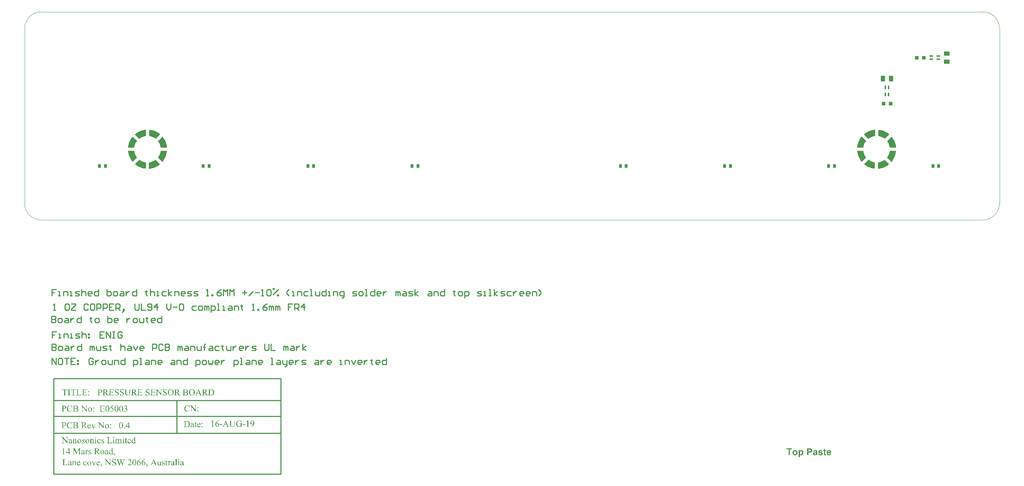
<source format=gtp>
G04 Layer_Color=8421504*
%FSLAX42Y42*%
%MOMM*%
G71*
G01*
G75*
%ADD10R,0.40X0.90*%
%ADD11R,0.90X0.40*%
%ADD12R,0.80X0.90*%
G04:AMPARAMS|DCode=13|XSize=0.9mm|YSize=0.9mm|CornerRadius=0.23mm|HoleSize=0mm|Usage=FLASHONLY|Rotation=0.000|XOffset=0mm|YOffset=0mm|HoleType=Round|Shape=RoundedRectangle|*
%AMROUNDEDRECTD13*
21,1,0.90,0.45,0,0,0.0*
21,1,0.45,0.90,0,0,0.0*
1,1,0.45,0.23,-0.23*
1,1,0.45,-0.23,-0.23*
1,1,0.45,-0.23,0.23*
1,1,0.45,0.23,0.23*
%
%ADD13ROUNDEDRECTD13*%
G04:AMPARAMS|DCode=14|XSize=1.05mm|YSize=1.35mm|CornerRadius=0.16mm|HoleSize=0mm|Usage=FLASHONLY|Rotation=0.000|XOffset=0mm|YOffset=0mm|HoleType=Round|Shape=RoundedRectangle|*
%AMROUNDEDRECTD14*
21,1,1.05,1.03,0,0,0.0*
21,1,0.73,1.35,0,0,0.0*
1,1,0.32,0.37,-0.52*
1,1,0.32,-0.37,-0.52*
1,1,0.32,-0.37,0.52*
1,1,0.32,0.37,0.52*
%
%ADD14ROUNDEDRECTD14*%
G04:AMPARAMS|DCode=15|XSize=1.05mm|YSize=1.35mm|CornerRadius=0.16mm|HoleSize=0mm|Usage=FLASHONLY|Rotation=270.000|XOffset=0mm|YOffset=0mm|HoleType=Round|Shape=RoundedRectangle|*
%AMROUNDEDRECTD15*
21,1,1.05,1.03,0,0,270.0*
21,1,0.73,1.35,0,0,270.0*
1,1,0.32,-0.52,-0.37*
1,1,0.32,-0.52,0.37*
1,1,0.32,0.52,0.37*
1,1,0.32,0.52,-0.37*
%
%ADD15ROUNDEDRECTD15*%
%ADD17C,0.25*%
%ADD22C,0.10*%
G36*
X20414Y-2982D02*
X20392Y-2985D01*
X20350Y-2996D01*
X20309Y-3013D01*
X20271Y-3035D01*
X20254Y-3048D01*
X20254Y-3048D01*
X20148Y-2943D01*
X20162Y-2931D01*
X20192Y-2909D01*
X20223Y-2889D01*
X20255Y-2873D01*
X20289Y-2859D01*
X20324Y-2847D01*
X20360Y-2838D01*
X20396Y-2833D01*
X20414Y-2831D01*
X20414Y-2831D01*
X20414Y-2982D01*
D02*
G37*
G36*
X2914D02*
X2892Y-2985D01*
X2850Y-2996D01*
X2809Y-3013D01*
X2771Y-3035D01*
X2754Y-3048D01*
X2754Y-3048D01*
X2648Y-2943D01*
X2662Y-2931D01*
X2692Y-2909D01*
X2723Y-2889D01*
X2755Y-2873D01*
X2789Y-2859D01*
X2824Y-2847D01*
X2860Y-2838D01*
X2896Y-2833D01*
X2914Y-2831D01*
X2914Y-2831D01*
X2914Y-2982D01*
D02*
G37*
G36*
X20508Y-2835D02*
X20544Y-2841D01*
X20580Y-2849D01*
X20615Y-2860D01*
X20648Y-2874D01*
X20681Y-2891D01*
X20712Y-2910D01*
X20742Y-2931D01*
X20756Y-2943D01*
X20756D01*
X20650Y-3050D01*
X20632Y-3037D01*
X20594Y-3014D01*
X20554Y-2997D01*
X20511Y-2986D01*
X20489Y-2983D01*
X20489D01*
X20489Y-2834D01*
X20508Y-2835D01*
D02*
G37*
G36*
X3008D02*
X3044Y-2841D01*
X3080Y-2849D01*
X3115Y-2860D01*
X3148Y-2874D01*
X3181Y-2891D01*
X3212Y-2910D01*
X3242Y-2931D01*
X3256Y-2943D01*
X3256D01*
X3150Y-3050D01*
X3132Y-3037D01*
X3094Y-3014D01*
X3054Y-2997D01*
X3011Y-2986D01*
X2989Y-2983D01*
X2989D01*
X2989Y-2834D01*
X3008Y-2835D01*
D02*
G37*
G36*
X20819Y-3012D02*
X20841Y-3042D01*
X20861Y-3073D01*
X20877Y-3105D01*
X20891Y-3139D01*
X20903Y-3174D01*
X20912Y-3210D01*
X20917Y-3246D01*
X20919Y-3264D01*
X20919Y-3264D01*
X20768Y-3264D01*
X20765Y-3242D01*
X20754Y-3200D01*
X20737Y-3159D01*
X20715Y-3121D01*
X20702Y-3104D01*
X20702Y-3104D01*
X20807Y-2998D01*
X20819Y-3012D01*
D02*
G37*
G36*
X3319D02*
X3341Y-3042D01*
X3361Y-3073D01*
X3377Y-3105D01*
X3391Y-3139D01*
X3403Y-3174D01*
X3412Y-3210D01*
X3417Y-3246D01*
X3419Y-3264D01*
X3419Y-3264D01*
X3268Y-3264D01*
X3265Y-3242D01*
X3254Y-3200D01*
X3237Y-3159D01*
X3215Y-3121D01*
X3202Y-3104D01*
X3202Y-3104D01*
X3307Y-2998D01*
X3319Y-3012D01*
D02*
G37*
G36*
X20133Y-3261D02*
Y-3261D01*
X20133D01*
X20133Y-3261D01*
D02*
G37*
G36*
X2633D02*
Y-3261D01*
X2633D01*
X2633Y-3261D01*
D02*
G37*
G36*
X20200Y-3101D02*
X20187Y-3118D01*
X20164Y-3156D01*
X20147Y-3196D01*
X20136Y-3239D01*
X20133Y-3261D01*
X19984Y-3261D01*
X19985Y-3242D01*
X19991Y-3206D01*
X19999Y-3170D01*
X20010Y-3135D01*
X20024Y-3102D01*
X20041Y-3069D01*
X20060Y-3038D01*
X20081Y-3008D01*
X20093Y-2994D01*
X20093Y-2994D01*
X20200Y-3101D01*
D02*
G37*
G36*
X2700D02*
X2687Y-3118D01*
X2664Y-3156D01*
X2647Y-3196D01*
X2636Y-3239D01*
X2633Y-3261D01*
X2484Y-3261D01*
X2485Y-3242D01*
X2491Y-3206D01*
X2499Y-3170D01*
X2510Y-3135D01*
X2524Y-3102D01*
X2541Y-3069D01*
X2560Y-3038D01*
X2581Y-3008D01*
X2593Y-2994D01*
X2593Y-2994D01*
X2700Y-3101D01*
D02*
G37*
G36*
X20915Y-3358D02*
X20909Y-3394D01*
X20901Y-3430D01*
X20890Y-3465D01*
X20876Y-3498D01*
X20859Y-3531D01*
X20840Y-3562D01*
X20819Y-3592D01*
X20807Y-3606D01*
Y-3606D01*
X20700Y-3499D01*
X20713Y-3482D01*
X20736Y-3444D01*
X20753Y-3404D01*
X20764Y-3361D01*
X20767Y-3339D01*
Y-3339D01*
X20916Y-3339D01*
X20915Y-3358D01*
D02*
G37*
G36*
X3415D02*
X3409Y-3394D01*
X3401Y-3430D01*
X3390Y-3465D01*
X3376Y-3498D01*
X3359Y-3531D01*
X3340Y-3562D01*
X3319Y-3592D01*
X3307Y-3606D01*
Y-3606D01*
X3200Y-3499D01*
X3213Y-3482D01*
X3236Y-3444D01*
X3253Y-3404D01*
X3264Y-3361D01*
X3267Y-3339D01*
Y-3339D01*
X3416Y-3339D01*
X3415Y-3358D01*
D02*
G37*
G36*
X20198Y-3496D02*
X20198Y-3496D01*
D01*
X20198Y-3496D01*
D02*
G37*
G36*
X2698D02*
X2698Y-3496D01*
D01*
X2698Y-3496D01*
D02*
G37*
G36*
X20132Y-3336D02*
X20135Y-3358D01*
X20146Y-3400D01*
X20163Y-3441D01*
X20185Y-3479D01*
X20198Y-3496D01*
X20093Y-3602D01*
X20081Y-3588D01*
X20059Y-3558D01*
X20040Y-3527D01*
X20023Y-3495D01*
X20009Y-3461D01*
X19997Y-3426D01*
X19988Y-3390D01*
X19983Y-3354D01*
X19981Y-3336D01*
Y-3336D01*
X20132Y-3336D01*
D02*
G37*
G36*
X2632D02*
X2635Y-3358D01*
X2646Y-3400D01*
X2663Y-3441D01*
X2685Y-3479D01*
X2698Y-3496D01*
X2593Y-3602D01*
X2581Y-3588D01*
X2559Y-3558D01*
X2540Y-3527D01*
X2523Y-3495D01*
X2509Y-3461D01*
X2497Y-3426D01*
X2488Y-3390D01*
X2483Y-3354D01*
X2481Y-3336D01*
Y-3336D01*
X2632Y-3336D01*
D02*
G37*
G36*
X20411Y-3617D02*
X20411D01*
Y-3617D01*
X20411Y-3617D01*
D02*
G37*
G36*
X2768Y-3563D02*
X2806Y-3586D01*
X2846Y-3603D01*
X2889Y-3614D01*
X2911Y-3617D01*
Y-3617D01*
X2911Y-3617D01*
X2911D01*
X2911Y-3766D01*
X2892Y-3765D01*
X2856Y-3759D01*
X2820Y-3751D01*
X2785Y-3740D01*
X2752Y-3726D01*
X2719Y-3709D01*
X2688Y-3690D01*
X2658Y-3669D01*
X2644Y-3657D01*
X2644Y-3657D01*
X2751Y-3550D01*
X2768Y-3563D01*
D02*
G37*
G36*
X20268D02*
X20306Y-3586D01*
X20346Y-3603D01*
X20389Y-3614D01*
X20411Y-3617D01*
X20411Y-3766D01*
X20392Y-3765D01*
X20356Y-3759D01*
X20320Y-3751D01*
X20285Y-3740D01*
X20252Y-3726D01*
X20219Y-3709D01*
X20188Y-3690D01*
X20158Y-3669D01*
X20144Y-3657D01*
X20144Y-3657D01*
X20251Y-3550D01*
X20268Y-3563D01*
D02*
G37*
G36*
X20646Y-3552D02*
X20752Y-3657D01*
X20738Y-3669D01*
X20708Y-3691D01*
X20677Y-3711D01*
X20645Y-3727D01*
X20611Y-3741D01*
X20576Y-3753D01*
X20540Y-3762D01*
X20504Y-3767D01*
X20486Y-3769D01*
X20486D01*
X20486Y-3618D01*
X20508Y-3615D01*
X20550Y-3604D01*
X20591Y-3587D01*
X20629Y-3565D01*
X20646Y-3552D01*
X20646Y-3552D01*
D02*
G37*
G36*
X3146D02*
X3252Y-3657D01*
X3238Y-3669D01*
X3208Y-3691D01*
X3177Y-3711D01*
X3145Y-3727D01*
X3111Y-3741D01*
X3076Y-3753D01*
X3040Y-3762D01*
X3004Y-3767D01*
X2986Y-3769D01*
X2986D01*
X2986Y-3618D01*
X3008Y-3615D01*
X3050Y-3604D01*
X3091Y-3587D01*
X3129Y-3565D01*
X3146Y-3552D01*
X3146Y-3552D01*
D02*
G37*
G36*
X3408Y-9114D02*
X3403D01*
Y-9114D01*
Y-9113D01*
X3403Y-9113D01*
X3403Y-9111D01*
X3403Y-9109D01*
X3402Y-9106D01*
X3401Y-9102D01*
X3400Y-9098D01*
X3398Y-9094D01*
X3396Y-9091D01*
X3396Y-9090D01*
X3396Y-9089D01*
X3394Y-9088D01*
X3393Y-9086D01*
X3391Y-9084D01*
X3388Y-9082D01*
X3386Y-9079D01*
X3382Y-9077D01*
X3382Y-9077D01*
X3381Y-9076D01*
X3379Y-9076D01*
X3376Y-9075D01*
X3373Y-9074D01*
X3370Y-9073D01*
X3367Y-9072D01*
X3363Y-9072D01*
X3361D01*
X3359Y-9073D01*
X3356Y-9073D01*
X3354Y-9074D01*
X3350Y-9075D01*
X3347Y-9077D01*
X3345Y-9079D01*
X3344Y-9079D01*
X3343Y-9080D01*
X3342Y-9082D01*
X3341Y-9084D01*
X3340Y-9086D01*
X3338Y-9089D01*
X3338Y-9092D01*
X3337Y-9095D01*
Y-9095D01*
Y-9096D01*
X3338Y-9097D01*
X3338Y-9099D01*
X3338Y-9101D01*
X3339Y-9103D01*
X3340Y-9105D01*
X3342Y-9107D01*
X3342Y-9107D01*
X3343Y-9108D01*
X3343Y-9108D01*
X3344Y-9109D01*
X3345Y-9110D01*
X3347Y-9111D01*
X3348Y-9113D01*
X3350Y-9114D01*
X3353Y-9116D01*
X3355Y-9117D01*
X3358Y-9119D01*
X3361Y-9121D01*
X3365Y-9124D01*
X3369Y-9126D01*
X3374Y-9128D01*
X3374Y-9129D01*
X3375Y-9129D01*
X3376Y-9129D01*
X3377Y-9130D01*
X3379Y-9131D01*
X3380Y-9132D01*
X3385Y-9135D01*
X3389Y-9137D01*
X3394Y-9140D01*
X3398Y-9143D01*
X3400Y-9144D01*
X3401Y-9145D01*
X3402Y-9145D01*
X3403Y-9146D01*
X3404Y-9148D01*
X3406Y-9149D01*
X3408Y-9151D01*
X3410Y-9154D01*
X3412Y-9156D01*
X3413Y-9159D01*
X3413Y-9159D01*
X3414Y-9160D01*
X3415Y-9162D01*
X3415Y-9164D01*
X3416Y-9166D01*
X3417Y-9169D01*
X3417Y-9173D01*
X3417Y-9176D01*
Y-9176D01*
Y-9176D01*
Y-9177D01*
X3417Y-9178D01*
X3417Y-9180D01*
X3417Y-9182D01*
X3416Y-9185D01*
X3414Y-9190D01*
X3413Y-9192D01*
X3412Y-9195D01*
X3410Y-9197D01*
X3409Y-9199D01*
X3407Y-9202D01*
X3404Y-9204D01*
X3404Y-9204D01*
X3404Y-9205D01*
X3403Y-9205D01*
X3402Y-9206D01*
X3401Y-9207D01*
X3399Y-9208D01*
X3397Y-9209D01*
X3395Y-9210D01*
X3393Y-9211D01*
X3391Y-9212D01*
X3385Y-9214D01*
X3378Y-9216D01*
X3375Y-9216D01*
X3371Y-9216D01*
X3369D01*
X3367Y-9216D01*
X3366D01*
X3363Y-9216D01*
X3359Y-9215D01*
X3359D01*
X3359Y-9215D01*
X3358D01*
X3356Y-9214D01*
X3354Y-9214D01*
X3352Y-9213D01*
X3349Y-9212D01*
X3345Y-9211D01*
X3345Y-9211D01*
X3344Y-9211D01*
X3342Y-9210D01*
X3340Y-9209D01*
X3338Y-9209D01*
X3335Y-9208D01*
X3334Y-9208D01*
X3332Y-9208D01*
X3332D01*
X3331Y-9208D01*
X3329Y-9208D01*
X3328Y-9210D01*
X3328Y-9210D01*
X3328Y-9210D01*
X3327Y-9211D01*
X3327Y-9212D01*
X3326Y-9213D01*
X3326Y-9214D01*
X3326Y-9216D01*
X3322D01*
Y-9166D01*
X3326D01*
Y-9166D01*
X3326Y-9167D01*
Y-9168D01*
X3326Y-9169D01*
X3326Y-9170D01*
X3327Y-9172D01*
X3328Y-9175D01*
X3329Y-9179D01*
X3330Y-9183D01*
X3332Y-9187D01*
X3333Y-9190D01*
X3333Y-9190D01*
X3334Y-9191D01*
X3335Y-9193D01*
X3337Y-9194D01*
X3339Y-9197D01*
X3341Y-9199D01*
X3344Y-9201D01*
X3348Y-9203D01*
X3348D01*
X3348Y-9203D01*
X3349Y-9204D01*
X3351Y-9204D01*
X3354Y-9205D01*
X3357Y-9206D01*
X3361Y-9207D01*
X3365Y-9208D01*
X3369Y-9208D01*
X3370D01*
X3371Y-9208D01*
X3374Y-9207D01*
X3377Y-9207D01*
X3380Y-9206D01*
X3384Y-9205D01*
X3387Y-9203D01*
X3390Y-9201D01*
X3391Y-9201D01*
X3391Y-9199D01*
X3393Y-9198D01*
X3394Y-9196D01*
X3396Y-9194D01*
X3397Y-9191D01*
X3398Y-9187D01*
X3398Y-9184D01*
Y-9184D01*
Y-9183D01*
X3398Y-9182D01*
X3398Y-9180D01*
X3397Y-9179D01*
X3397Y-9177D01*
X3396Y-9175D01*
X3395Y-9173D01*
X3395Y-9173D01*
X3394Y-9172D01*
X3394Y-9171D01*
X3393Y-9170D01*
X3391Y-9168D01*
X3390Y-9166D01*
X3388Y-9165D01*
X3386Y-9163D01*
X3386Y-9163D01*
X3385Y-9162D01*
X3384Y-9161D01*
X3381Y-9160D01*
X3380Y-9159D01*
X3378Y-9158D01*
X3376Y-9157D01*
X3374Y-9156D01*
X3372Y-9154D01*
X3369Y-9153D01*
X3366Y-9151D01*
X3363Y-9149D01*
X3363Y-9149D01*
X3362Y-9149D01*
X3361Y-9148D01*
X3360Y-9147D01*
X3358Y-9146D01*
X3356Y-9145D01*
X3352Y-9143D01*
X3348Y-9141D01*
X3344Y-9138D01*
X3340Y-9135D01*
X3338Y-9134D01*
X3336Y-9132D01*
X3336Y-9132D01*
X3335Y-9131D01*
X3333Y-9130D01*
X3332Y-9128D01*
X3330Y-9126D01*
X3328Y-9124D01*
X3326Y-9121D01*
X3324Y-9119D01*
X3324Y-9118D01*
X3324Y-9117D01*
X3323Y-9116D01*
X3322Y-9114D01*
X3321Y-9111D01*
X3321Y-9108D01*
X3320Y-9106D01*
X3320Y-9102D01*
Y-9102D01*
Y-9101D01*
Y-9101D01*
X3320Y-9099D01*
X3321Y-9098D01*
X3321Y-9096D01*
X3322Y-9093D01*
X3323Y-9089D01*
X3325Y-9084D01*
X3326Y-9082D01*
X3328Y-9079D01*
X3330Y-9077D01*
X3332Y-9075D01*
X3332Y-9075D01*
X3333Y-9075D01*
X3333Y-9074D01*
X3334Y-9073D01*
X3335Y-9072D01*
X3337Y-9071D01*
X3339Y-9070D01*
X3340Y-9069D01*
X3345Y-9067D01*
X3350Y-9065D01*
X3356Y-9064D01*
X3359Y-9064D01*
X3363Y-9064D01*
X3365D01*
X3367Y-9064D01*
X3370Y-9064D01*
X3374Y-9065D01*
X3378Y-9066D01*
X3383Y-9067D01*
X3387Y-9069D01*
X3388D01*
X3388Y-9070D01*
X3389Y-9070D01*
X3391Y-9071D01*
X3394Y-9071D01*
X3395Y-9072D01*
X3396Y-9072D01*
X3396D01*
X3398Y-9072D01*
X3399Y-9071D01*
X3401Y-9070D01*
X3401Y-9070D01*
X3401Y-9070D01*
X3402Y-9069D01*
X3402Y-9068D01*
X3403Y-9067D01*
X3403Y-9065D01*
X3403Y-9064D01*
X3408D01*
Y-9114D01*
D02*
G37*
G36*
X2992D02*
X2988D01*
Y-9114D01*
Y-9113D01*
X2987Y-9113D01*
X2987Y-9111D01*
X2987Y-9109D01*
X2986Y-9106D01*
X2985Y-9102D01*
X2984Y-9098D01*
X2982Y-9094D01*
X2981Y-9091D01*
X2980Y-9090D01*
X2980Y-9089D01*
X2978Y-9088D01*
X2977Y-9086D01*
X2975Y-9084D01*
X2972Y-9082D01*
X2970Y-9079D01*
X2966Y-9077D01*
X2966Y-9077D01*
X2965Y-9076D01*
X2963Y-9076D01*
X2960Y-9075D01*
X2957Y-9074D01*
X2954Y-9073D01*
X2951Y-9072D01*
X2947Y-9072D01*
X2945D01*
X2943Y-9073D01*
X2941Y-9073D01*
X2938Y-9074D01*
X2934Y-9075D01*
X2932Y-9077D01*
X2929Y-9079D01*
X2928Y-9079D01*
X2927Y-9080D01*
X2926Y-9082D01*
X2925Y-9084D01*
X2924Y-9086D01*
X2922Y-9089D01*
X2922Y-9092D01*
X2921Y-9095D01*
Y-9095D01*
Y-9096D01*
X2922Y-9097D01*
X2922Y-9099D01*
X2922Y-9101D01*
X2923Y-9103D01*
X2924Y-9105D01*
X2926Y-9107D01*
X2926Y-9107D01*
X2927Y-9108D01*
X2927Y-9108D01*
X2928Y-9109D01*
X2929Y-9110D01*
X2931Y-9111D01*
X2932Y-9113D01*
X2934Y-9114D01*
X2937Y-9116D01*
X2939Y-9117D01*
X2942Y-9119D01*
X2946Y-9121D01*
X2949Y-9124D01*
X2953Y-9126D01*
X2958Y-9128D01*
X2958Y-9129D01*
X2959Y-9129D01*
X2960Y-9129D01*
X2961Y-9130D01*
X2963Y-9131D01*
X2964Y-9132D01*
X2969Y-9135D01*
X2974Y-9137D01*
X2978Y-9140D01*
X2982Y-9143D01*
X2984Y-9144D01*
X2985Y-9145D01*
X2986Y-9145D01*
X2987Y-9146D01*
X2988Y-9148D01*
X2990Y-9149D01*
X2992Y-9151D01*
X2994Y-9154D01*
X2996Y-9156D01*
X2997Y-9159D01*
X2997Y-9159D01*
X2998Y-9160D01*
X2999Y-9162D01*
X2999Y-9164D01*
X3000Y-9166D01*
X3001Y-9169D01*
X3001Y-9173D01*
X3001Y-9176D01*
Y-9176D01*
Y-9176D01*
Y-9177D01*
X3001Y-9178D01*
X3001Y-9180D01*
X3001Y-9182D01*
X3000Y-9185D01*
X2998Y-9190D01*
X2997Y-9192D01*
X2996Y-9195D01*
X2994Y-9197D01*
X2993Y-9199D01*
X2991Y-9202D01*
X2988Y-9204D01*
X2988Y-9204D01*
X2988Y-9205D01*
X2987Y-9205D01*
X2986Y-9206D01*
X2985Y-9207D01*
X2983Y-9208D01*
X2981Y-9209D01*
X2979Y-9210D01*
X2977Y-9211D01*
X2975Y-9212D01*
X2969Y-9214D01*
X2962Y-9216D01*
X2959Y-9216D01*
X2955Y-9216D01*
X2953D01*
X2951Y-9216D01*
X2950D01*
X2948Y-9216D01*
X2943Y-9215D01*
X2943D01*
X2943Y-9215D01*
X2942D01*
X2940Y-9214D01*
X2939Y-9214D01*
X2936Y-9213D01*
X2933Y-9212D01*
X2929Y-9211D01*
X2929Y-9211D01*
X2928Y-9211D01*
X2926Y-9210D01*
X2924Y-9209D01*
X2922Y-9209D01*
X2920Y-9208D01*
X2918Y-9208D01*
X2916Y-9208D01*
X2916D01*
X2915Y-9208D01*
X2913Y-9208D01*
X2912Y-9210D01*
X2912Y-9210D01*
X2912Y-9210D01*
X2911Y-9211D01*
X2911Y-9212D01*
X2911Y-9213D01*
X2910Y-9214D01*
X2910Y-9216D01*
X2906D01*
Y-9166D01*
X2910D01*
Y-9166D01*
X2910Y-9167D01*
Y-9168D01*
X2910Y-9169D01*
X2911Y-9170D01*
X2911Y-9172D01*
X2912Y-9175D01*
X2913Y-9179D01*
X2914Y-9183D01*
X2916Y-9187D01*
X2917Y-9190D01*
X2918Y-9190D01*
X2918Y-9191D01*
X2919Y-9193D01*
X2921Y-9194D01*
X2923Y-9197D01*
X2925Y-9199D01*
X2928Y-9201D01*
X2932Y-9203D01*
X2932D01*
X2932Y-9203D01*
X2934Y-9204D01*
X2935Y-9204D01*
X2938Y-9205D01*
X2941Y-9206D01*
X2945Y-9207D01*
X2949Y-9208D01*
X2953Y-9208D01*
X2954D01*
X2955Y-9208D01*
X2958Y-9207D01*
X2961Y-9207D01*
X2964Y-9206D01*
X2968Y-9205D01*
X2971Y-9203D01*
X2974Y-9201D01*
X2975Y-9201D01*
X2976Y-9199D01*
X2977Y-9198D01*
X2978Y-9196D01*
X2980Y-9194D01*
X2981Y-9191D01*
X2982Y-9187D01*
X2982Y-9184D01*
Y-9184D01*
Y-9183D01*
X2982Y-9182D01*
X2982Y-9180D01*
X2981Y-9179D01*
X2981Y-9177D01*
X2980Y-9175D01*
X2979Y-9173D01*
X2979Y-9173D01*
X2978Y-9172D01*
X2978Y-9171D01*
X2977Y-9170D01*
X2976Y-9168D01*
X2974Y-9166D01*
X2972Y-9165D01*
X2970Y-9163D01*
X2970Y-9163D01*
X2969Y-9162D01*
X2968Y-9161D01*
X2965Y-9160D01*
X2964Y-9159D01*
X2962Y-9158D01*
X2960Y-9157D01*
X2958Y-9156D01*
X2956Y-9154D01*
X2953Y-9153D01*
X2950Y-9151D01*
X2947Y-9149D01*
X2947Y-9149D01*
X2946Y-9149D01*
X2945Y-9148D01*
X2944Y-9147D01*
X2942Y-9146D01*
X2941Y-9145D01*
X2936Y-9143D01*
X2932Y-9141D01*
X2928Y-9138D01*
X2924Y-9135D01*
X2922Y-9134D01*
X2920Y-9132D01*
X2920Y-9132D01*
X2919Y-9131D01*
X2918Y-9130D01*
X2916Y-9128D01*
X2914Y-9126D01*
X2912Y-9124D01*
X2910Y-9121D01*
X2908Y-9119D01*
X2908Y-9118D01*
X2908Y-9117D01*
X2907Y-9116D01*
X2906Y-9114D01*
X2906Y-9111D01*
X2905Y-9108D01*
X2904Y-9106D01*
X2904Y-9102D01*
Y-9102D01*
Y-9101D01*
Y-9101D01*
X2904Y-9099D01*
X2905Y-9098D01*
X2905Y-9096D01*
X2906Y-9093D01*
X2907Y-9089D01*
X2909Y-9084D01*
X2911Y-9082D01*
X2912Y-9079D01*
X2914Y-9077D01*
X2916Y-9075D01*
X2916Y-9075D01*
X2917Y-9075D01*
X2917Y-9074D01*
X2918Y-9073D01*
X2920Y-9072D01*
X2921Y-9071D01*
X2923Y-9070D01*
X2925Y-9069D01*
X2929Y-9067D01*
X2934Y-9065D01*
X2940Y-9064D01*
X2943Y-9064D01*
X2947Y-9064D01*
X2949D01*
X2951Y-9064D01*
X2954Y-9064D01*
X2958Y-9065D01*
X2962Y-9066D01*
X2967Y-9067D01*
X2971Y-9069D01*
X2972D01*
X2972Y-9070D01*
X2974Y-9070D01*
X2975Y-9071D01*
X2978Y-9071D01*
X2979Y-9072D01*
X2980Y-9072D01*
X2981D01*
X2982Y-9072D01*
X2983Y-9071D01*
X2985Y-9070D01*
X2985Y-9070D01*
X2985Y-9070D01*
X2986Y-9069D01*
X2986Y-9068D01*
X2987Y-9067D01*
X2987Y-9065D01*
X2988Y-9064D01*
X2992D01*
Y-9114D01*
D02*
G37*
G36*
X2374D02*
X2370D01*
Y-9114D01*
Y-9113D01*
X2369Y-9113D01*
X2369Y-9111D01*
X2369Y-9109D01*
X2368Y-9106D01*
X2367Y-9102D01*
X2366Y-9098D01*
X2365Y-9094D01*
X2363Y-9091D01*
X2362Y-9090D01*
X2362Y-9089D01*
X2361Y-9088D01*
X2359Y-9086D01*
X2357Y-9084D01*
X2355Y-9082D01*
X2352Y-9079D01*
X2348Y-9077D01*
X2348Y-9077D01*
X2347Y-9076D01*
X2345Y-9076D01*
X2343Y-9075D01*
X2340Y-9074D01*
X2337Y-9073D01*
X2333Y-9072D01*
X2329Y-9072D01*
X2327D01*
X2325Y-9073D01*
X2323Y-9073D01*
X2320Y-9074D01*
X2317Y-9075D01*
X2314Y-9077D01*
X2311Y-9079D01*
X2311Y-9079D01*
X2310Y-9080D01*
X2309Y-9082D01*
X2307Y-9084D01*
X2306Y-9086D01*
X2305Y-9089D01*
X2304Y-9092D01*
X2304Y-9095D01*
Y-9095D01*
Y-9096D01*
X2304Y-9097D01*
X2304Y-9099D01*
X2305Y-9101D01*
X2305Y-9103D01*
X2306Y-9105D01*
X2308Y-9107D01*
X2309Y-9107D01*
X2309Y-9108D01*
X2309Y-9108D01*
X2310Y-9109D01*
X2311Y-9110D01*
X2313Y-9111D01*
X2315Y-9113D01*
X2317Y-9114D01*
X2319Y-9116D01*
X2321Y-9117D01*
X2324Y-9119D01*
X2328Y-9121D01*
X2331Y-9124D01*
X2335Y-9126D01*
X2340Y-9128D01*
X2340Y-9129D01*
X2341Y-9129D01*
X2342Y-9129D01*
X2343Y-9130D01*
X2345Y-9131D01*
X2347Y-9132D01*
X2351Y-9135D01*
X2356Y-9137D01*
X2360Y-9140D01*
X2364Y-9143D01*
X2366Y-9144D01*
X2368Y-9145D01*
X2368Y-9145D01*
X2369Y-9146D01*
X2370Y-9148D01*
X2372Y-9149D01*
X2374Y-9151D01*
X2376Y-9154D01*
X2378Y-9156D01*
X2379Y-9159D01*
X2380Y-9159D01*
X2380Y-9160D01*
X2381Y-9162D01*
X2381Y-9164D01*
X2382Y-9166D01*
X2383Y-9169D01*
X2383Y-9173D01*
X2383Y-9176D01*
Y-9176D01*
Y-9176D01*
Y-9177D01*
X2383Y-9178D01*
X2383Y-9180D01*
X2383Y-9182D01*
X2382Y-9185D01*
X2380Y-9190D01*
X2379Y-9192D01*
X2378Y-9195D01*
X2376Y-9197D01*
X2375Y-9199D01*
X2373Y-9202D01*
X2371Y-9204D01*
X2370Y-9204D01*
X2370Y-9205D01*
X2369Y-9205D01*
X2368Y-9206D01*
X2367Y-9207D01*
X2365Y-9208D01*
X2364Y-9209D01*
X2362Y-9210D01*
X2359Y-9211D01*
X2357Y-9212D01*
X2351Y-9214D01*
X2345Y-9216D01*
X2341Y-9216D01*
X2337Y-9216D01*
X2335D01*
X2334Y-9216D01*
X2332D01*
X2330Y-9216D01*
X2325Y-9215D01*
X2325D01*
X2325Y-9215D01*
X2324D01*
X2323Y-9214D01*
X2321Y-9214D01*
X2318Y-9213D01*
X2315Y-9212D01*
X2312Y-9211D01*
X2311Y-9211D01*
X2310Y-9211D01*
X2308Y-9210D01*
X2306Y-9209D01*
X2304Y-9209D01*
X2302Y-9208D01*
X2300Y-9208D01*
X2299Y-9208D01*
X2298D01*
X2297Y-9208D01*
X2296Y-9208D01*
X2294Y-9210D01*
X2294Y-9210D01*
X2294Y-9210D01*
X2293Y-9211D01*
X2293Y-9212D01*
X2293Y-9213D01*
X2292Y-9214D01*
X2292Y-9216D01*
X2288D01*
Y-9166D01*
X2292D01*
Y-9166D01*
X2292Y-9167D01*
Y-9168D01*
X2292Y-9169D01*
X2293Y-9170D01*
X2293Y-9172D01*
X2294Y-9175D01*
X2295Y-9179D01*
X2296Y-9183D01*
X2298Y-9187D01*
X2299Y-9190D01*
X2300Y-9190D01*
X2300Y-9191D01*
X2302Y-9193D01*
X2303Y-9194D01*
X2305Y-9197D01*
X2308Y-9199D01*
X2311Y-9201D01*
X2314Y-9203D01*
X2314D01*
X2314Y-9203D01*
X2316Y-9204D01*
X2318Y-9204D01*
X2320Y-9205D01*
X2323Y-9206D01*
X2327Y-9207D01*
X2331Y-9208D01*
X2335Y-9208D01*
X2337D01*
X2337Y-9208D01*
X2340Y-9207D01*
X2343Y-9207D01*
X2346Y-9206D01*
X2350Y-9205D01*
X2353Y-9203D01*
X2356Y-9201D01*
X2357Y-9201D01*
X2358Y-9199D01*
X2359Y-9198D01*
X2360Y-9196D01*
X2362Y-9194D01*
X2363Y-9191D01*
X2364Y-9187D01*
X2364Y-9184D01*
Y-9184D01*
Y-9183D01*
X2364Y-9182D01*
X2364Y-9180D01*
X2364Y-9179D01*
X2363Y-9177D01*
X2362Y-9175D01*
X2361Y-9173D01*
X2361Y-9173D01*
X2361Y-9172D01*
X2360Y-9171D01*
X2359Y-9170D01*
X2358Y-9168D01*
X2356Y-9166D01*
X2354Y-9165D01*
X2352Y-9163D01*
X2352Y-9163D01*
X2351Y-9162D01*
X2350Y-9161D01*
X2348Y-9160D01*
X2346Y-9159D01*
X2345Y-9158D01*
X2343Y-9157D01*
X2341Y-9156D01*
X2338Y-9154D01*
X2335Y-9153D01*
X2332Y-9151D01*
X2329Y-9149D01*
X2329Y-9149D01*
X2328Y-9149D01*
X2327Y-9148D01*
X2326Y-9147D01*
X2325Y-9146D01*
X2323Y-9145D01*
X2319Y-9143D01*
X2314Y-9141D01*
X2310Y-9138D01*
X2306Y-9135D01*
X2304Y-9134D01*
X2302Y-9132D01*
X2302Y-9132D01*
X2301Y-9131D01*
X2300Y-9130D01*
X2298Y-9128D01*
X2296Y-9126D01*
X2294Y-9124D01*
X2292Y-9121D01*
X2290Y-9119D01*
X2290Y-9118D01*
X2290Y-9117D01*
X2289Y-9116D01*
X2288Y-9114D01*
X2288Y-9111D01*
X2287Y-9108D01*
X2287Y-9106D01*
X2286Y-9102D01*
Y-9102D01*
Y-9101D01*
Y-9101D01*
X2287Y-9099D01*
X2287Y-9098D01*
X2287Y-9096D01*
X2288Y-9093D01*
X2289Y-9089D01*
X2291Y-9084D01*
X2293Y-9082D01*
X2295Y-9079D01*
X2296Y-9077D01*
X2298Y-9075D01*
X2299Y-9075D01*
X2299Y-9075D01*
X2299Y-9074D01*
X2301Y-9073D01*
X2302Y-9072D01*
X2303Y-9071D01*
X2305Y-9070D01*
X2307Y-9069D01*
X2311Y-9067D01*
X2316Y-9065D01*
X2322Y-9064D01*
X2326Y-9064D01*
X2329Y-9064D01*
X2331D01*
X2333Y-9064D01*
X2337Y-9064D01*
X2340Y-9065D01*
X2344Y-9066D01*
X2349Y-9067D01*
X2354Y-9069D01*
X2354D01*
X2355Y-9070D01*
X2356Y-9070D01*
X2357Y-9071D01*
X2360Y-9071D01*
X2361Y-9072D01*
X2362Y-9072D01*
X2363D01*
X2364Y-9072D01*
X2365Y-9071D01*
X2367Y-9070D01*
X2367Y-9070D01*
X2367Y-9070D01*
X2368Y-9069D01*
X2368Y-9068D01*
X2369Y-9067D01*
X2369Y-9065D01*
X2370Y-9064D01*
X2374D01*
Y-9114D01*
D02*
G37*
G36*
X2251D02*
X2247D01*
Y-9114D01*
Y-9113D01*
X2247Y-9113D01*
X2247Y-9111D01*
X2246Y-9109D01*
X2246Y-9106D01*
X2245Y-9102D01*
X2243Y-9098D01*
X2242Y-9094D01*
X2240Y-9091D01*
X2240Y-9090D01*
X2239Y-9089D01*
X2238Y-9088D01*
X2237Y-9086D01*
X2235Y-9084D01*
X2232Y-9082D01*
X2229Y-9079D01*
X2226Y-9077D01*
X2226Y-9077D01*
X2225Y-9076D01*
X2223Y-9076D01*
X2220Y-9075D01*
X2217Y-9074D01*
X2214Y-9073D01*
X2211Y-9072D01*
X2207Y-9072D01*
X2205D01*
X2203Y-9073D01*
X2200Y-9073D01*
X2197Y-9074D01*
X2194Y-9075D01*
X2191Y-9077D01*
X2188Y-9079D01*
X2188Y-9079D01*
X2187Y-9080D01*
X2186Y-9082D01*
X2185Y-9084D01*
X2183Y-9086D01*
X2182Y-9089D01*
X2181Y-9092D01*
X2181Y-9095D01*
Y-9095D01*
Y-9096D01*
X2181Y-9097D01*
X2182Y-9099D01*
X2182Y-9101D01*
X2183Y-9103D01*
X2184Y-9105D01*
X2186Y-9107D01*
X2186Y-9107D01*
X2187Y-9108D01*
X2187Y-9108D01*
X2188Y-9109D01*
X2189Y-9110D01*
X2191Y-9111D01*
X2192Y-9113D01*
X2194Y-9114D01*
X2197Y-9116D01*
X2199Y-9117D01*
X2202Y-9119D01*
X2205Y-9121D01*
X2209Y-9124D01*
X2213Y-9126D01*
X2218Y-9128D01*
X2218Y-9129D01*
X2218Y-9129D01*
X2220Y-9129D01*
X2221Y-9130D01*
X2222Y-9131D01*
X2224Y-9132D01*
X2229Y-9135D01*
X2233Y-9137D01*
X2238Y-9140D01*
X2242Y-9143D01*
X2244Y-9144D01*
X2245Y-9145D01*
X2246Y-9145D01*
X2247Y-9146D01*
X2248Y-9148D01*
X2250Y-9149D01*
X2252Y-9151D01*
X2253Y-9154D01*
X2255Y-9156D01*
X2257Y-9159D01*
X2257Y-9159D01*
X2258Y-9160D01*
X2258Y-9162D01*
X2259Y-9164D01*
X2260Y-9166D01*
X2260Y-9169D01*
X2261Y-9173D01*
X2261Y-9176D01*
Y-9176D01*
Y-9176D01*
Y-9177D01*
X2261Y-9178D01*
X2261Y-9180D01*
X2260Y-9182D01*
X2260Y-9185D01*
X2258Y-9190D01*
X2257Y-9192D01*
X2256Y-9195D01*
X2254Y-9197D01*
X2253Y-9199D01*
X2250Y-9202D01*
X2248Y-9204D01*
X2248Y-9204D01*
X2248Y-9205D01*
X2247Y-9205D01*
X2246Y-9206D01*
X2245Y-9207D01*
X2243Y-9208D01*
X2241Y-9209D01*
X2239Y-9210D01*
X2237Y-9211D01*
X2234Y-9212D01*
X2229Y-9214D01*
X2222Y-9216D01*
X2219Y-9216D01*
X2215Y-9216D01*
X2213D01*
X2211Y-9216D01*
X2209D01*
X2207Y-9216D01*
X2203Y-9215D01*
X2203D01*
X2202Y-9215D01*
X2201D01*
X2200Y-9214D01*
X2198Y-9214D01*
X2196Y-9213D01*
X2193Y-9212D01*
X2189Y-9211D01*
X2189Y-9211D01*
X2188Y-9211D01*
X2186Y-9210D01*
X2184Y-9209D01*
X2182Y-9209D01*
X2179Y-9208D01*
X2178Y-9208D01*
X2176Y-9208D01*
X2176D01*
X2175Y-9208D01*
X2173Y-9208D01*
X2172Y-9210D01*
X2172Y-9210D01*
X2171Y-9210D01*
X2171Y-9211D01*
X2171Y-9212D01*
X2170Y-9213D01*
X2170Y-9214D01*
X2170Y-9216D01*
X2166D01*
Y-9166D01*
X2170D01*
Y-9166D01*
X2170Y-9167D01*
Y-9168D01*
X2170Y-9169D01*
X2170Y-9170D01*
X2171Y-9172D01*
X2172Y-9175D01*
X2173Y-9179D01*
X2174Y-9183D01*
X2176Y-9187D01*
X2177Y-9190D01*
X2177Y-9190D01*
X2178Y-9191D01*
X2179Y-9193D01*
X2181Y-9194D01*
X2183Y-9197D01*
X2185Y-9199D01*
X2188Y-9201D01*
X2192Y-9203D01*
X2192D01*
X2192Y-9203D01*
X2193Y-9204D01*
X2195Y-9204D01*
X2198Y-9205D01*
X2201Y-9206D01*
X2205Y-9207D01*
X2208Y-9208D01*
X2213Y-9208D01*
X2214D01*
X2215Y-9208D01*
X2218Y-9207D01*
X2220Y-9207D01*
X2224Y-9206D01*
X2227Y-9205D01*
X2231Y-9203D01*
X2234Y-9201D01*
X2234Y-9201D01*
X2235Y-9199D01*
X2236Y-9198D01*
X2238Y-9196D01*
X2239Y-9194D01*
X2241Y-9191D01*
X2242Y-9187D01*
X2242Y-9184D01*
Y-9184D01*
Y-9183D01*
X2242Y-9182D01*
X2241Y-9180D01*
X2241Y-9179D01*
X2241Y-9177D01*
X2240Y-9175D01*
X2239Y-9173D01*
X2239Y-9173D01*
X2238Y-9172D01*
X2237Y-9171D01*
X2236Y-9170D01*
X2235Y-9168D01*
X2234Y-9166D01*
X2232Y-9165D01*
X2230Y-9163D01*
X2229Y-9163D01*
X2229Y-9162D01*
X2227Y-9161D01*
X2225Y-9160D01*
X2224Y-9159D01*
X2222Y-9158D01*
X2220Y-9157D01*
X2218Y-9156D01*
X2216Y-9154D01*
X2213Y-9153D01*
X2210Y-9151D01*
X2207Y-9149D01*
X2206Y-9149D01*
X2206Y-9149D01*
X2205Y-9148D01*
X2204Y-9147D01*
X2202Y-9146D01*
X2200Y-9145D01*
X2196Y-9143D01*
X2192Y-9141D01*
X2187Y-9138D01*
X2183Y-9135D01*
X2182Y-9134D01*
X2180Y-9132D01*
X2180Y-9132D01*
X2179Y-9131D01*
X2177Y-9130D01*
X2176Y-9128D01*
X2174Y-9126D01*
X2172Y-9124D01*
X2170Y-9121D01*
X2168Y-9119D01*
X2168Y-9118D01*
X2167Y-9117D01*
X2167Y-9116D01*
X2166Y-9114D01*
X2165Y-9111D01*
X2165Y-9108D01*
X2164Y-9106D01*
X2164Y-9102D01*
Y-9102D01*
Y-9101D01*
Y-9101D01*
X2164Y-9099D01*
X2164Y-9098D01*
X2165Y-9096D01*
X2166Y-9093D01*
X2167Y-9089D01*
X2169Y-9084D01*
X2170Y-9082D01*
X2172Y-9079D01*
X2174Y-9077D01*
X2176Y-9075D01*
X2176Y-9075D01*
X2176Y-9075D01*
X2177Y-9074D01*
X2178Y-9073D01*
X2179Y-9072D01*
X2181Y-9071D01*
X2183Y-9070D01*
X2184Y-9069D01*
X2189Y-9067D01*
X2194Y-9065D01*
X2200Y-9064D01*
X2203Y-9064D01*
X2207Y-9064D01*
X2209D01*
X2211Y-9064D01*
X2214Y-9064D01*
X2218Y-9065D01*
X2222Y-9066D01*
X2227Y-9067D01*
X2231Y-9069D01*
X2232D01*
X2232Y-9070D01*
X2233Y-9070D01*
X2235Y-9071D01*
X2237Y-9071D01*
X2239Y-9072D01*
X2240Y-9072D01*
X2240D01*
X2241Y-9072D01*
X2243Y-9071D01*
X2244Y-9070D01*
X2245Y-9070D01*
X2245Y-9070D01*
X2246Y-9069D01*
X2246Y-9068D01*
X2246Y-9067D01*
X2247Y-9065D01*
X2247Y-9064D01*
X2251D01*
Y-9114D01*
D02*
G37*
G36*
X3132Y-9099D02*
X3127D01*
Y-9099D01*
Y-9099D01*
X3127Y-9097D01*
X3126Y-9095D01*
X3126Y-9093D01*
X3125Y-9090D01*
X3124Y-9087D01*
X3123Y-9085D01*
X3122Y-9083D01*
X3122Y-9083D01*
X3122Y-9082D01*
X3121Y-9082D01*
X3120Y-9081D01*
X3119Y-9080D01*
X3118Y-9079D01*
X3116Y-9078D01*
X3114Y-9077D01*
X3114D01*
X3113Y-9076D01*
X3112Y-9076D01*
X3111Y-9076D01*
X3108Y-9075D01*
X3106Y-9075D01*
X3103Y-9075D01*
X3059D01*
Y-9132D01*
X3093D01*
X3095Y-9132D01*
X3098Y-9132D01*
X3101Y-9131D01*
X3103Y-9131D01*
X3106Y-9130D01*
X3108Y-9129D01*
X3108Y-9129D01*
X3109Y-9128D01*
X3109Y-9127D01*
X3111Y-9125D01*
X3112Y-9122D01*
X3113Y-9119D01*
X3114Y-9115D01*
X3114Y-9111D01*
X3118D01*
Y-9162D01*
X3114D01*
Y-9162D01*
Y-9162D01*
X3114Y-9160D01*
X3113Y-9158D01*
X3113Y-9156D01*
X3113Y-9154D01*
X3112Y-9152D01*
X3111Y-9150D01*
X3111Y-9148D01*
Y-9148D01*
X3110Y-9148D01*
X3109Y-9146D01*
X3109Y-9145D01*
X3107Y-9144D01*
X3106Y-9143D01*
X3104Y-9143D01*
X3104D01*
X3104Y-9142D01*
X3103Y-9142D01*
X3101Y-9141D01*
X3099Y-9141D01*
X3097Y-9141D01*
X3094Y-9140D01*
X3059D01*
Y-9189D01*
Y-9189D01*
Y-9190D01*
Y-9192D01*
Y-9194D01*
X3059Y-9196D01*
Y-9198D01*
X3059Y-9199D01*
X3060Y-9201D01*
X3060Y-9201D01*
X3060Y-9202D01*
X3061Y-9203D01*
X3062Y-9204D01*
X3063D01*
X3063Y-9204D01*
X3064Y-9204D01*
X3064D01*
X3065Y-9204D01*
X3067Y-9205D01*
X3069Y-9205D01*
X3100D01*
X3103Y-9205D01*
X3106Y-9204D01*
X3109Y-9204D01*
X3111Y-9204D01*
X3114Y-9203D01*
X3114D01*
X3115Y-9203D01*
X3116Y-9202D01*
X3117Y-9202D01*
X3119Y-9201D01*
X3121Y-9200D01*
X3123Y-9198D01*
X3125Y-9197D01*
X3125Y-9196D01*
X3126Y-9195D01*
X3127Y-9194D01*
X3129Y-9191D01*
X3131Y-9189D01*
X3133Y-9185D01*
X3136Y-9181D01*
X3138Y-9176D01*
X3143D01*
X3130Y-9213D01*
X3018D01*
Y-9209D01*
X3023D01*
X3024Y-9208D01*
X3026D01*
X3029Y-9208D01*
X3032Y-9206D01*
X3032D01*
X3033Y-9206D01*
X3034Y-9205D01*
X3036Y-9204D01*
X3037Y-9202D01*
X3037Y-9201D01*
Y-9201D01*
X3037Y-9201D01*
X3037Y-9200D01*
X3038Y-9198D01*
X3038Y-9196D01*
X3038Y-9194D01*
X3038Y-9191D01*
Y-9187D01*
Y-9092D01*
Y-9092D01*
Y-9092D01*
Y-9091D01*
Y-9090D01*
X3038Y-9088D01*
X3038Y-9085D01*
X3038Y-9082D01*
X3037Y-9079D01*
X3036Y-9077D01*
X3036Y-9076D01*
X3035Y-9075D01*
X3035Y-9075D01*
X3035Y-9075D01*
X3034Y-9074D01*
X3032Y-9073D01*
X3031Y-9072D01*
X3028Y-9072D01*
X3026Y-9071D01*
X3023Y-9071D01*
X3018D01*
Y-9067D01*
X3130D01*
X3132Y-9099D01*
D02*
G37*
G36*
X2820D02*
X2815D01*
Y-9099D01*
Y-9099D01*
X2815Y-9097D01*
X2814Y-9095D01*
X2814Y-9093D01*
X2813Y-9090D01*
X2812Y-9087D01*
X2811Y-9085D01*
X2810Y-9083D01*
X2810Y-9083D01*
X2810Y-9082D01*
X2809Y-9082D01*
X2808Y-9081D01*
X2807Y-9080D01*
X2806Y-9079D01*
X2804Y-9078D01*
X2802Y-9077D01*
X2802D01*
X2801Y-9076D01*
X2800Y-9076D01*
X2799Y-9076D01*
X2796Y-9075D01*
X2794Y-9075D01*
X2791Y-9075D01*
X2747D01*
Y-9132D01*
X2781D01*
X2783Y-9132D01*
X2786Y-9132D01*
X2789Y-9131D01*
X2791Y-9131D01*
X2794Y-9130D01*
X2796Y-9129D01*
X2796Y-9129D01*
X2796Y-9128D01*
X2797Y-9127D01*
X2799Y-9125D01*
X2800Y-9122D01*
X2801Y-9119D01*
X2801Y-9115D01*
X2802Y-9111D01*
X2806D01*
Y-9162D01*
X2802D01*
Y-9162D01*
Y-9162D01*
X2802Y-9160D01*
X2801Y-9158D01*
X2801Y-9156D01*
X2801Y-9154D01*
X2800Y-9152D01*
X2799Y-9150D01*
X2799Y-9148D01*
Y-9148D01*
X2798Y-9148D01*
X2797Y-9146D01*
X2796Y-9145D01*
X2795Y-9144D01*
X2794Y-9143D01*
X2792Y-9143D01*
X2792D01*
X2792Y-9142D01*
X2791Y-9142D01*
X2789Y-9141D01*
X2787Y-9141D01*
X2785Y-9141D01*
X2782Y-9140D01*
X2747D01*
Y-9189D01*
Y-9189D01*
Y-9190D01*
Y-9192D01*
Y-9194D01*
X2747Y-9196D01*
Y-9198D01*
X2747Y-9199D01*
X2747Y-9201D01*
X2748Y-9201D01*
X2748Y-9202D01*
X2749Y-9203D01*
X2750Y-9204D01*
X2751D01*
X2751Y-9204D01*
X2752Y-9204D01*
X2752D01*
X2753Y-9204D01*
X2755Y-9205D01*
X2757Y-9205D01*
X2788D01*
X2791Y-9205D01*
X2794Y-9204D01*
X2796Y-9204D01*
X2799Y-9204D01*
X2802Y-9203D01*
X2802D01*
X2803Y-9203D01*
X2804Y-9202D01*
X2805Y-9202D01*
X2807Y-9201D01*
X2809Y-9200D01*
X2810Y-9198D01*
X2813Y-9197D01*
X2813Y-9196D01*
X2814Y-9195D01*
X2815Y-9194D01*
X2817Y-9191D01*
X2819Y-9189D01*
X2821Y-9185D01*
X2824Y-9181D01*
X2826Y-9176D01*
X2831D01*
X2818Y-9213D01*
X2705D01*
Y-9209D01*
X2711D01*
X2712Y-9208D01*
X2714D01*
X2717Y-9208D01*
X2720Y-9206D01*
X2720D01*
X2721Y-9206D01*
X2722Y-9205D01*
X2724Y-9204D01*
X2724Y-9202D01*
X2725Y-9201D01*
Y-9201D01*
X2725Y-9201D01*
X2725Y-9200D01*
X2726Y-9198D01*
X2726Y-9196D01*
X2726Y-9194D01*
X2726Y-9191D01*
Y-9187D01*
Y-9092D01*
Y-9092D01*
Y-9092D01*
Y-9091D01*
Y-9090D01*
X2726Y-9088D01*
X2726Y-9085D01*
X2726Y-9082D01*
X2725Y-9079D01*
X2724Y-9077D01*
X2724Y-9076D01*
X2723Y-9075D01*
X2723Y-9075D01*
X2723Y-9075D01*
X2722Y-9074D01*
X2720Y-9073D01*
X2719Y-9072D01*
X2716Y-9072D01*
X2714Y-9071D01*
X2710Y-9071D01*
X2705D01*
Y-9067D01*
X2818D01*
X2820Y-9099D01*
D02*
G37*
G36*
X2134D02*
X2130D01*
Y-9099D01*
Y-9099D01*
X2130Y-9097D01*
X2129Y-9095D01*
X2129Y-9093D01*
X2128Y-9090D01*
X2127Y-9087D01*
X2126Y-9085D01*
X2125Y-9083D01*
X2125Y-9083D01*
X2124Y-9082D01*
X2124Y-9082D01*
X2123Y-9081D01*
X2122Y-9080D01*
X2120Y-9079D01*
X2119Y-9078D01*
X2117Y-9077D01*
X2117D01*
X2116Y-9076D01*
X2115Y-9076D01*
X2113Y-9076D01*
X2111Y-9075D01*
X2109Y-9075D01*
X2106Y-9075D01*
X2062D01*
Y-9132D01*
X2096D01*
X2098Y-9132D01*
X2101Y-9132D01*
X2103Y-9131D01*
X2106Y-9131D01*
X2109Y-9130D01*
X2110Y-9129D01*
X2111Y-9129D01*
X2111Y-9128D01*
X2112Y-9127D01*
X2113Y-9125D01*
X2115Y-9122D01*
X2115Y-9119D01*
X2116Y-9115D01*
X2117Y-9111D01*
X2121D01*
Y-9162D01*
X2117D01*
Y-9162D01*
Y-9162D01*
X2117Y-9160D01*
X2116Y-9158D01*
X2116Y-9156D01*
X2115Y-9154D01*
X2115Y-9152D01*
X2114Y-9150D01*
X2114Y-9148D01*
Y-9148D01*
X2113Y-9148D01*
X2112Y-9146D01*
X2111Y-9145D01*
X2110Y-9144D01*
X2109Y-9143D01*
X2107Y-9143D01*
X2107D01*
X2106Y-9142D01*
X2106Y-9142D01*
X2104Y-9141D01*
X2102Y-9141D01*
X2100Y-9141D01*
X2097Y-9140D01*
X2062D01*
Y-9189D01*
Y-9189D01*
Y-9190D01*
Y-9192D01*
Y-9194D01*
X2062Y-9196D01*
Y-9198D01*
X2062Y-9199D01*
X2062Y-9201D01*
X2063Y-9201D01*
X2063Y-9202D01*
X2064Y-9203D01*
X2065Y-9204D01*
X2066D01*
X2066Y-9204D01*
X2066Y-9204D01*
X2067D01*
X2068Y-9204D01*
X2070Y-9205D01*
X2072Y-9205D01*
X2103D01*
X2106Y-9205D01*
X2108Y-9204D01*
X2111Y-9204D01*
X2114Y-9204D01*
X2117Y-9203D01*
X2117D01*
X2117Y-9203D01*
X2119Y-9202D01*
X2120Y-9202D01*
X2122Y-9201D01*
X2124Y-9200D01*
X2125Y-9198D01*
X2127Y-9197D01*
X2128Y-9196D01*
X2129Y-9195D01*
X2130Y-9194D01*
X2132Y-9191D01*
X2134Y-9189D01*
X2136Y-9185D01*
X2138Y-9181D01*
X2141Y-9176D01*
X2145D01*
X2133Y-9213D01*
X2020D01*
Y-9209D01*
X2026D01*
X2027Y-9208D01*
X2029D01*
X2032Y-9208D01*
X2035Y-9206D01*
X2035D01*
X2036Y-9206D01*
X2037Y-9205D01*
X2039Y-9204D01*
X2039Y-9202D01*
X2040Y-9201D01*
Y-9201D01*
X2040Y-9201D01*
X2040Y-9200D01*
X2040Y-9198D01*
X2041Y-9196D01*
X2041Y-9194D01*
X2041Y-9191D01*
Y-9187D01*
Y-9092D01*
Y-9092D01*
Y-9092D01*
Y-9091D01*
Y-9090D01*
X2041Y-9088D01*
X2041Y-9085D01*
X2040Y-9082D01*
X2040Y-9079D01*
X2039Y-9077D01*
X2039Y-9076D01*
X2038Y-9075D01*
X2038Y-9075D01*
X2038Y-9075D01*
X2037Y-9074D01*
X2035Y-9073D01*
X2033Y-9072D01*
X2031Y-9072D01*
X2029Y-9071D01*
X2025Y-9071D01*
X2020D01*
Y-9067D01*
X2133D01*
X2134Y-9099D01*
D02*
G37*
G36*
X1491D02*
X1487D01*
Y-9099D01*
Y-9099D01*
X1486Y-9097D01*
X1486Y-9095D01*
X1485Y-9093D01*
X1485Y-9090D01*
X1484Y-9087D01*
X1483Y-9085D01*
X1482Y-9083D01*
X1481Y-9083D01*
X1481Y-9082D01*
X1480Y-9082D01*
X1480Y-9081D01*
X1478Y-9080D01*
X1477Y-9079D01*
X1475Y-9078D01*
X1473Y-9077D01*
X1473D01*
X1473Y-9076D01*
X1471Y-9076D01*
X1470Y-9076D01*
X1468Y-9075D01*
X1465Y-9075D01*
X1462Y-9075D01*
X1418D01*
Y-9132D01*
X1453D01*
X1455Y-9132D01*
X1457Y-9132D01*
X1460Y-9131D01*
X1463Y-9131D01*
X1465Y-9130D01*
X1467Y-9129D01*
X1467Y-9129D01*
X1468Y-9128D01*
X1469Y-9127D01*
X1470Y-9125D01*
X1471Y-9122D01*
X1472Y-9119D01*
X1473Y-9115D01*
X1473Y-9111D01*
X1478D01*
Y-9162D01*
X1473D01*
Y-9162D01*
Y-9162D01*
X1473Y-9160D01*
X1473Y-9158D01*
X1473Y-9156D01*
X1472Y-9154D01*
X1471Y-9152D01*
X1471Y-9150D01*
X1470Y-9148D01*
Y-9148D01*
X1470Y-9148D01*
X1469Y-9146D01*
X1468Y-9145D01*
X1467Y-9144D01*
X1466Y-9143D01*
X1464Y-9143D01*
X1464D01*
X1463Y-9142D01*
X1462Y-9142D01*
X1461Y-9141D01*
X1459Y-9141D01*
X1457Y-9141D01*
X1454Y-9140D01*
X1418D01*
Y-9189D01*
Y-9189D01*
Y-9190D01*
Y-9192D01*
Y-9194D01*
X1419Y-9196D01*
Y-9198D01*
X1419Y-9199D01*
X1419Y-9201D01*
X1419Y-9201D01*
X1420Y-9202D01*
X1421Y-9203D01*
X1422Y-9204D01*
X1422D01*
X1422Y-9204D01*
X1423Y-9204D01*
X1424D01*
X1425Y-9204D01*
X1427Y-9205D01*
X1428Y-9205D01*
X1459D01*
X1462Y-9205D01*
X1465Y-9204D01*
X1468Y-9204D01*
X1471Y-9204D01*
X1473Y-9203D01*
X1473D01*
X1474Y-9203D01*
X1475Y-9202D01*
X1477Y-9202D01*
X1478Y-9201D01*
X1480Y-9200D01*
X1482Y-9198D01*
X1484Y-9197D01*
X1484Y-9196D01*
X1485Y-9195D01*
X1487Y-9194D01*
X1488Y-9191D01*
X1490Y-9189D01*
X1493Y-9185D01*
X1495Y-9181D01*
X1498Y-9176D01*
X1502D01*
X1490Y-9213D01*
X1377D01*
Y-9209D01*
X1383D01*
X1384Y-9208D01*
X1385D01*
X1388Y-9208D01*
X1392Y-9206D01*
X1392D01*
X1392Y-9206D01*
X1394Y-9205D01*
X1395Y-9204D01*
X1396Y-9202D01*
X1396Y-9201D01*
Y-9201D01*
X1397Y-9201D01*
X1397Y-9200D01*
X1397Y-9198D01*
X1397Y-9196D01*
X1398Y-9194D01*
X1398Y-9191D01*
Y-9187D01*
Y-9092D01*
Y-9092D01*
Y-9092D01*
Y-9091D01*
Y-9090D01*
X1398Y-9088D01*
X1397Y-9085D01*
X1397Y-9082D01*
X1397Y-9079D01*
X1396Y-9077D01*
X1395Y-9076D01*
X1395Y-9075D01*
X1395Y-9075D01*
X1394Y-9075D01*
X1393Y-9074D01*
X1392Y-9073D01*
X1390Y-9072D01*
X1388Y-9072D01*
X1385Y-9071D01*
X1382Y-9071D01*
X1377D01*
Y-9067D01*
X1490D01*
X1491Y-9099D01*
D02*
G37*
G36*
X1232Y-9101D02*
X1228D01*
Y-9101D01*
X1228Y-9099D01*
X1228Y-9098D01*
X1227Y-9096D01*
X1226Y-9092D01*
X1226Y-9090D01*
X1225Y-9088D01*
X1225Y-9088D01*
X1224Y-9087D01*
X1224Y-9086D01*
X1222Y-9085D01*
X1221Y-9083D01*
X1220Y-9082D01*
X1218Y-9080D01*
X1216Y-9079D01*
X1216Y-9079D01*
X1215Y-9079D01*
X1214Y-9078D01*
X1212Y-9078D01*
X1210Y-9077D01*
X1207Y-9076D01*
X1205Y-9076D01*
X1201Y-9076D01*
X1181D01*
Y-9187D01*
Y-9188D01*
Y-9188D01*
Y-9189D01*
Y-9190D01*
X1181Y-9192D01*
X1182Y-9195D01*
X1182Y-9198D01*
X1182Y-9200D01*
X1183Y-9203D01*
X1183Y-9204D01*
X1184Y-9204D01*
X1184Y-9205D01*
X1184Y-9205D01*
X1186Y-9206D01*
X1187Y-9206D01*
X1189Y-9207D01*
X1191Y-9208D01*
X1193Y-9208D01*
X1196Y-9209D01*
X1202D01*
Y-9213D01*
X1140D01*
Y-9209D01*
X1147D01*
X1148Y-9208D01*
X1150Y-9208D01*
X1152Y-9207D01*
X1154Y-9206D01*
X1156Y-9205D01*
X1158Y-9203D01*
X1158Y-9203D01*
X1158Y-9203D01*
X1159Y-9201D01*
X1159Y-9200D01*
X1160Y-9198D01*
X1160Y-9195D01*
X1161Y-9192D01*
Y-9187D01*
Y-9076D01*
X1140D01*
X1137Y-9076D01*
X1133Y-9077D01*
X1130Y-9077D01*
X1128Y-9078D01*
X1128D01*
X1128Y-9078D01*
X1126Y-9078D01*
X1125Y-9079D01*
X1124Y-9080D01*
X1122Y-9082D01*
X1120Y-9083D01*
X1119Y-9085D01*
X1119Y-9086D01*
X1118Y-9087D01*
X1117Y-9088D01*
X1117Y-9089D01*
X1116Y-9092D01*
X1115Y-9094D01*
X1115Y-9098D01*
X1114Y-9101D01*
X1110D01*
X1112Y-9067D01*
X1231D01*
X1232Y-9101D01*
D02*
G37*
G36*
X1024D02*
X1020D01*
Y-9101D01*
X1020Y-9099D01*
X1020Y-9098D01*
X1019Y-9096D01*
X1018Y-9092D01*
X1018Y-9090D01*
X1017Y-9088D01*
X1017Y-9088D01*
X1016Y-9087D01*
X1016Y-9086D01*
X1014Y-9085D01*
X1013Y-9083D01*
X1012Y-9082D01*
X1010Y-9080D01*
X1008Y-9079D01*
X1008Y-9079D01*
X1007Y-9079D01*
X1006Y-9078D01*
X1004Y-9078D01*
X1002Y-9077D01*
X1000Y-9076D01*
X997Y-9076D01*
X993Y-9076D01*
X973D01*
Y-9187D01*
Y-9188D01*
Y-9188D01*
Y-9189D01*
Y-9190D01*
X973Y-9192D01*
X974Y-9195D01*
X974Y-9198D01*
X974Y-9200D01*
X975Y-9203D01*
X975Y-9204D01*
X976Y-9204D01*
X976Y-9205D01*
X976Y-9205D01*
X978Y-9206D01*
X979Y-9206D01*
X981Y-9207D01*
X983Y-9208D01*
X986Y-9208D01*
X988Y-9209D01*
X994D01*
Y-9213D01*
X932D01*
Y-9209D01*
X939D01*
X940Y-9208D01*
X942Y-9208D01*
X944Y-9207D01*
X946Y-9206D01*
X948Y-9205D01*
X950Y-9203D01*
X950Y-9203D01*
X951Y-9203D01*
X951Y-9201D01*
X951Y-9200D01*
X952Y-9198D01*
X952Y-9195D01*
X953Y-9192D01*
Y-9187D01*
Y-9076D01*
X932D01*
X929Y-9076D01*
X925Y-9077D01*
X922Y-9077D01*
X920Y-9078D01*
X920D01*
X920Y-9078D01*
X918Y-9078D01*
X917Y-9079D01*
X916Y-9080D01*
X914Y-9082D01*
X912Y-9083D01*
X911Y-9085D01*
X911Y-9086D01*
X910Y-9087D01*
X909Y-9088D01*
X909Y-9089D01*
X908Y-9092D01*
X907Y-9094D01*
X907Y-9098D01*
X906Y-9101D01*
X902D01*
X904Y-9067D01*
X1023D01*
X1024Y-9101D01*
D02*
G37*
G36*
X1540Y-9112D02*
X1541Y-9112D01*
X1542Y-9112D01*
X1544Y-9113D01*
X1545Y-9114D01*
X1547Y-9115D01*
X1547Y-9115D01*
X1547Y-9116D01*
X1548Y-9116D01*
X1548Y-9117D01*
X1550Y-9120D01*
X1550Y-9122D01*
X1550Y-9123D01*
Y-9124D01*
Y-9124D01*
X1550Y-9125D01*
X1550Y-9126D01*
X1549Y-9128D01*
X1549Y-9129D01*
X1548Y-9131D01*
X1547Y-9132D01*
X1546Y-9132D01*
X1546Y-9132D01*
X1545Y-9133D01*
X1544Y-9134D01*
X1542Y-9135D01*
X1540Y-9135D01*
X1538Y-9135D01*
X1537D01*
X1536Y-9135D01*
X1535Y-9135D01*
X1534Y-9134D01*
X1533Y-9134D01*
X1531Y-9133D01*
X1530Y-9132D01*
X1529Y-9132D01*
X1529Y-9131D01*
X1529Y-9131D01*
X1528Y-9129D01*
X1527Y-9128D01*
X1527Y-9127D01*
X1527Y-9125D01*
X1526Y-9123D01*
Y-9123D01*
Y-9122D01*
X1527Y-9122D01*
X1527Y-9120D01*
X1527Y-9119D01*
X1528Y-9118D01*
X1529Y-9116D01*
X1530Y-9115D01*
X1530Y-9115D01*
X1530Y-9114D01*
X1531Y-9114D01*
X1532Y-9113D01*
X1533Y-9113D01*
X1535Y-9112D01*
X1536Y-9112D01*
X1538Y-9111D01*
X1539D01*
X1540Y-9112D01*
D02*
G37*
G36*
X1809Y-9067D02*
X1811D01*
X1815Y-9067D01*
X1820Y-9068D01*
X1825Y-9069D01*
X1830Y-9070D01*
X1835Y-9071D01*
X1835D01*
X1835Y-9071D01*
X1836Y-9072D01*
X1839Y-9073D01*
X1841Y-9074D01*
X1844Y-9076D01*
X1847Y-9078D01*
X1851Y-9081D01*
X1854Y-9085D01*
X1854Y-9085D01*
X1855Y-9086D01*
X1856Y-9088D01*
X1858Y-9091D01*
X1859Y-9094D01*
X1860Y-9098D01*
X1861Y-9103D01*
X1861Y-9107D01*
Y-9108D01*
Y-9108D01*
Y-9109D01*
X1861Y-9110D01*
X1861Y-9112D01*
X1861Y-9114D01*
X1860Y-9118D01*
X1858Y-9122D01*
X1856Y-9127D01*
X1855Y-9129D01*
X1854Y-9132D01*
X1851Y-9134D01*
X1849Y-9136D01*
X1849Y-9137D01*
X1849Y-9137D01*
X1848Y-9137D01*
X1847Y-9138D01*
X1846Y-9139D01*
X1845Y-9140D01*
X1843Y-9141D01*
X1841Y-9142D01*
X1839Y-9143D01*
X1836Y-9144D01*
X1833Y-9145D01*
X1830Y-9146D01*
X1827Y-9146D01*
X1824Y-9147D01*
X1820Y-9147D01*
X1816Y-9148D01*
X1813D01*
X1811Y-9147D01*
X1809D01*
X1805Y-9147D01*
X1805D01*
X1804Y-9147D01*
X1802D01*
X1801Y-9146D01*
X1799Y-9146D01*
X1797Y-9145D01*
X1792Y-9145D01*
Y-9187D01*
Y-9187D01*
Y-9188D01*
Y-9188D01*
Y-9189D01*
X1792Y-9192D01*
X1792Y-9194D01*
X1793Y-9197D01*
X1793Y-9200D01*
X1794Y-9202D01*
X1794Y-9204D01*
X1795Y-9204D01*
X1795Y-9204D01*
X1795Y-9205D01*
X1797Y-9206D01*
X1798Y-9206D01*
X1800Y-9207D01*
X1802Y-9208D01*
X1804Y-9208D01*
X1807Y-9209D01*
X1813D01*
Y-9213D01*
X1751D01*
Y-9209D01*
X1758D01*
X1759Y-9208D01*
X1761Y-9208D01*
X1763Y-9207D01*
X1765Y-9206D01*
X1767Y-9205D01*
X1769Y-9203D01*
Y-9203D01*
X1770Y-9202D01*
X1770Y-9201D01*
X1770Y-9200D01*
X1771Y-9197D01*
X1771Y-9195D01*
X1771Y-9191D01*
Y-9187D01*
Y-9093D01*
Y-9092D01*
Y-9092D01*
Y-9091D01*
Y-9090D01*
X1771Y-9088D01*
X1771Y-9085D01*
X1771Y-9082D01*
X1770Y-9080D01*
X1769Y-9077D01*
X1769Y-9076D01*
X1768Y-9076D01*
X1768Y-9075D01*
X1768Y-9075D01*
X1767Y-9074D01*
X1765Y-9073D01*
X1763Y-9073D01*
X1761Y-9072D01*
X1759Y-9071D01*
X1756Y-9071D01*
X1751D01*
Y-9067D01*
X1807D01*
X1809Y-9067D01*
D02*
G37*
G36*
X3304Y-9071D02*
X3297D01*
X3295Y-9071D01*
X3293Y-9072D01*
X3291Y-9072D01*
X3289Y-9073D01*
X3287Y-9075D01*
X3285Y-9077D01*
Y-9077D01*
X3285Y-9077D01*
X3284Y-9078D01*
X3284Y-9080D01*
X3284Y-9082D01*
X3283Y-9085D01*
X3283Y-9088D01*
Y-9092D01*
Y-9215D01*
X3279D01*
X3183Y-9098D01*
Y-9187D01*
Y-9188D01*
Y-9188D01*
Y-9189D01*
Y-9190D01*
X3183Y-9192D01*
X3183Y-9195D01*
X3184Y-9198D01*
X3184Y-9200D01*
X3185Y-9203D01*
X3185Y-9204D01*
X3186Y-9204D01*
X3186Y-9205D01*
X3186Y-9205D01*
X3187Y-9206D01*
X3189Y-9206D01*
X3191Y-9207D01*
X3193Y-9208D01*
X3195Y-9208D01*
X3198Y-9209D01*
X3204D01*
Y-9213D01*
X3153D01*
Y-9209D01*
X3159D01*
X3161Y-9208D01*
X3163Y-9208D01*
X3165Y-9207D01*
X3167Y-9206D01*
X3169Y-9205D01*
X3171Y-9203D01*
X3171Y-9203D01*
X3171Y-9203D01*
X3172Y-9201D01*
X3172Y-9200D01*
X3173Y-9198D01*
X3173Y-9195D01*
X3173Y-9192D01*
Y-9187D01*
Y-9086D01*
X3173Y-9086D01*
X3172Y-9085D01*
X3171Y-9084D01*
X3170Y-9082D01*
X3166Y-9079D01*
X3165Y-9078D01*
X3163Y-9077D01*
X3163Y-9076D01*
X3163Y-9076D01*
X3162Y-9076D01*
X3161Y-9075D01*
X3160Y-9074D01*
X3158Y-9074D01*
X3156Y-9073D01*
X3154Y-9072D01*
X3154D01*
X3153Y-9072D01*
X3153Y-9072D01*
X3152Y-9071D01*
X3150D01*
X3149Y-9071D01*
X3147Y-9071D01*
X3145D01*
Y-9067D01*
X3184D01*
X3273Y-9176D01*
Y-9092D01*
Y-9092D01*
Y-9092D01*
Y-9091D01*
Y-9090D01*
X3273Y-9088D01*
X3273Y-9085D01*
X3273Y-9082D01*
X3272Y-9080D01*
X3271Y-9077D01*
X3271Y-9076D01*
X3270Y-9075D01*
X3270Y-9075D01*
X3270Y-9075D01*
X3268Y-9074D01*
X3267Y-9073D01*
X3265Y-9072D01*
X3263Y-9072D01*
X3261Y-9071D01*
X3258Y-9071D01*
X3253D01*
Y-9067D01*
X3304D01*
Y-9071D01*
D02*
G37*
G36*
X2552D02*
X2545D01*
X2543Y-9071D01*
X2541Y-9072D01*
X2539Y-9073D01*
X2537Y-9074D01*
X2535Y-9076D01*
X2533Y-9078D01*
Y-9078D01*
X2533Y-9079D01*
X2532Y-9080D01*
X2532Y-9081D01*
X2532Y-9083D01*
X2531Y-9086D01*
X2531Y-9089D01*
Y-9094D01*
Y-9153D01*
Y-9153D01*
Y-9154D01*
Y-9155D01*
Y-9156D01*
X2531Y-9158D01*
Y-9160D01*
X2530Y-9163D01*
Y-9165D01*
X2530Y-9171D01*
X2529Y-9176D01*
X2528Y-9182D01*
X2527Y-9185D01*
X2526Y-9187D01*
Y-9187D01*
X2526Y-9187D01*
X2526Y-9188D01*
X2526Y-9189D01*
X2524Y-9191D01*
X2523Y-9194D01*
X2520Y-9197D01*
X2517Y-9201D01*
X2514Y-9204D01*
X2509Y-9208D01*
X2509D01*
X2509Y-9208D01*
X2508Y-9208D01*
X2507Y-9209D01*
X2506Y-9210D01*
X2504Y-9210D01*
X2502Y-9211D01*
X2500Y-9212D01*
X2498Y-9213D01*
X2495Y-9213D01*
X2492Y-9214D01*
X2489Y-9215D01*
X2486Y-9215D01*
X2482Y-9216D01*
X2479Y-9216D01*
X2472D01*
X2471Y-9216D01*
X2469D01*
X2467Y-9216D01*
X2464Y-9215D01*
X2461Y-9215D01*
X2455Y-9214D01*
X2449Y-9213D01*
X2444Y-9211D01*
X2441Y-9209D01*
X2438Y-9208D01*
X2438D01*
X2438Y-9208D01*
X2437Y-9207D01*
X2436Y-9206D01*
X2434Y-9205D01*
X2432Y-9202D01*
X2429Y-9199D01*
X2426Y-9195D01*
X2423Y-9191D01*
X2421Y-9186D01*
Y-9185D01*
X2421Y-9185D01*
Y-9185D01*
X2421Y-9184D01*
X2420Y-9183D01*
X2420Y-9181D01*
X2420Y-9180D01*
X2419Y-9178D01*
X2419Y-9175D01*
X2419Y-9173D01*
X2418Y-9170D01*
X2418Y-9166D01*
X2418Y-9163D01*
Y-9159D01*
X2418Y-9155D01*
Y-9150D01*
Y-9093D01*
Y-9092D01*
Y-9092D01*
Y-9091D01*
Y-9090D01*
X2417Y-9088D01*
X2417Y-9085D01*
X2417Y-9082D01*
X2416Y-9080D01*
X2415Y-9077D01*
X2414Y-9075D01*
X2414Y-9075D01*
X2413Y-9075D01*
X2412Y-9074D01*
X2411Y-9073D01*
X2409Y-9072D01*
X2407Y-9072D01*
X2405Y-9071D01*
X2402Y-9071D01*
X2396D01*
Y-9067D01*
X2459D01*
Y-9071D01*
X2452D01*
X2451Y-9071D01*
X2449Y-9072D01*
X2446Y-9072D01*
X2444Y-9073D01*
X2442Y-9075D01*
X2441Y-9077D01*
Y-9077D01*
X2440Y-9078D01*
X2440Y-9079D01*
X2439Y-9080D01*
X2439Y-9082D01*
X2439Y-9085D01*
X2438Y-9089D01*
X2438Y-9093D01*
Y-9156D01*
Y-9157D01*
Y-9158D01*
Y-9160D01*
X2438Y-9162D01*
Y-9165D01*
X2439Y-9168D01*
X2439Y-9172D01*
X2439Y-9176D01*
Y-9176D01*
Y-9176D01*
X2440Y-9178D01*
X2440Y-9180D01*
X2441Y-9182D01*
X2442Y-9185D01*
X2443Y-9188D01*
X2444Y-9190D01*
X2445Y-9193D01*
X2445Y-9193D01*
X2446Y-9194D01*
X2447Y-9195D01*
X2448Y-9197D01*
X2450Y-9198D01*
X2452Y-9200D01*
X2454Y-9201D01*
X2457Y-9203D01*
X2458Y-9203D01*
X2458Y-9204D01*
X2460Y-9204D01*
X2462Y-9205D01*
X2465Y-9206D01*
X2468Y-9206D01*
X2472Y-9207D01*
X2476Y-9207D01*
X2479D01*
X2480Y-9207D01*
X2481D01*
X2485Y-9206D01*
X2488Y-9205D01*
X2493Y-9204D01*
X2497Y-9203D01*
X2502Y-9201D01*
X2502D01*
X2502Y-9201D01*
X2503Y-9200D01*
X2505Y-9198D01*
X2508Y-9197D01*
X2510Y-9194D01*
X2513Y-9191D01*
X2515Y-9188D01*
X2517Y-9185D01*
Y-9185D01*
X2517Y-9184D01*
X2518Y-9184D01*
X2518Y-9183D01*
X2518Y-9182D01*
X2519Y-9180D01*
X2519Y-9179D01*
X2519Y-9177D01*
X2520Y-9175D01*
X2520Y-9172D01*
X2521Y-9170D01*
X2521Y-9167D01*
X2521Y-9164D01*
X2521Y-9160D01*
X2521Y-9156D01*
Y-9152D01*
Y-9093D01*
Y-9092D01*
Y-9092D01*
Y-9091D01*
Y-9090D01*
X2521Y-9088D01*
X2521Y-9085D01*
X2521Y-9082D01*
X2520Y-9080D01*
X2519Y-9077D01*
X2519Y-9076D01*
X2518Y-9076D01*
X2518Y-9075D01*
X2518Y-9075D01*
X2516Y-9074D01*
X2515Y-9073D01*
X2514Y-9073D01*
X2512Y-9072D01*
X2509Y-9071D01*
X2506Y-9071D01*
X2501D01*
Y-9067D01*
X2552D01*
Y-9071D01*
D02*
G37*
G36*
X4473Y-9067D02*
X4476Y-9067D01*
X4479Y-9068D01*
X4483Y-9068D01*
X4491Y-9069D01*
X4499Y-9070D01*
X4507Y-9072D01*
X4511Y-9073D01*
X4514Y-9074D01*
X4514D01*
X4515Y-9075D01*
X4516Y-9075D01*
X4517Y-9076D01*
X4518Y-9077D01*
X4520Y-9078D01*
X4524Y-9080D01*
X4528Y-9084D01*
X4533Y-9088D01*
X4537Y-9093D01*
X4539Y-9096D01*
X4542Y-9099D01*
X4542Y-9099D01*
X4542Y-9100D01*
X4542Y-9101D01*
X4543Y-9102D01*
X4544Y-9104D01*
X4545Y-9106D01*
X4546Y-9108D01*
X4547Y-9111D01*
X4548Y-9113D01*
X4549Y-9117D01*
X4549Y-9120D01*
X4550Y-9123D01*
X4551Y-9131D01*
X4552Y-9135D01*
Y-9139D01*
Y-9140D01*
Y-9141D01*
X4552Y-9142D01*
Y-9144D01*
X4551Y-9147D01*
X4551Y-9150D01*
X4550Y-9153D01*
X4550Y-9157D01*
X4549Y-9161D01*
X4547Y-9165D01*
X4546Y-9169D01*
X4544Y-9173D01*
X4542Y-9178D01*
X4539Y-9182D01*
X4537Y-9186D01*
X4533Y-9190D01*
X4533Y-9190D01*
X4532Y-9191D01*
X4531Y-9192D01*
X4530Y-9194D01*
X4527Y-9195D01*
X4525Y-9197D01*
X4521Y-9199D01*
X4518Y-9201D01*
X4514Y-9204D01*
X4509Y-9206D01*
X4504Y-9208D01*
X4498Y-9209D01*
X4492Y-9211D01*
X4485Y-9212D01*
X4478Y-9213D01*
X4470Y-9213D01*
X4405D01*
Y-9209D01*
X4412D01*
X4414Y-9208D01*
X4416Y-9208D01*
X4418Y-9207D01*
X4420Y-9206D01*
X4422Y-9205D01*
X4424Y-9203D01*
X4424Y-9203D01*
X4424Y-9202D01*
X4425Y-9201D01*
X4425Y-9200D01*
X4425Y-9197D01*
X4426Y-9195D01*
X4426Y-9191D01*
Y-9187D01*
Y-9093D01*
Y-9092D01*
Y-9092D01*
Y-9091D01*
Y-9090D01*
X4426Y-9088D01*
X4426Y-9085D01*
X4425Y-9082D01*
X4425Y-9080D01*
X4424Y-9077D01*
X4423Y-9076D01*
X4423Y-9076D01*
X4423Y-9075D01*
X4422Y-9075D01*
X4421Y-9074D01*
X4420Y-9073D01*
X4418Y-9073D01*
X4416Y-9072D01*
X4414Y-9071D01*
X4411Y-9071D01*
X4405D01*
Y-9067D01*
X4470D01*
X4473Y-9067D01*
D02*
G37*
G36*
X4319D02*
X4322D01*
X4324Y-9067D01*
X4330Y-9068D01*
X4336Y-9068D01*
X4341Y-9069D01*
X4343Y-9070D01*
X4346Y-9071D01*
X4346D01*
X4346Y-9071D01*
X4347Y-9071D01*
X4349Y-9072D01*
X4352Y-9073D01*
X4355Y-9075D01*
X4358Y-9077D01*
X4361Y-9080D01*
X4364Y-9083D01*
X4364Y-9083D01*
X4365Y-9085D01*
X4367Y-9087D01*
X4368Y-9089D01*
X4369Y-9092D01*
X4371Y-9096D01*
X4372Y-9100D01*
X4372Y-9105D01*
Y-9105D01*
Y-9105D01*
Y-9106D01*
X4372Y-9107D01*
X4371Y-9109D01*
X4371Y-9113D01*
X4370Y-9116D01*
X4368Y-9120D01*
X4366Y-9124D01*
X4363Y-9128D01*
X4363Y-9128D01*
X4362Y-9129D01*
X4359Y-9131D01*
X4356Y-9133D01*
X4353Y-9136D01*
X4348Y-9138D01*
X4342Y-9140D01*
X4336Y-9142D01*
X4366Y-9184D01*
X4367Y-9184D01*
X4367Y-9184D01*
X4367Y-9185D01*
X4368Y-9186D01*
X4370Y-9188D01*
X4372Y-9192D01*
X4375Y-9195D01*
X4378Y-9198D01*
X4381Y-9201D01*
X4383Y-9202D01*
X4384Y-9203D01*
X4384Y-9203D01*
X4385Y-9204D01*
X4387Y-9204D01*
X4389Y-9205D01*
X4392Y-9206D01*
X4395Y-9207D01*
X4399Y-9208D01*
X4403Y-9209D01*
Y-9213D01*
X4364D01*
X4315Y-9145D01*
X4312D01*
X4309Y-9145D01*
X4301D01*
X4300Y-9145D01*
Y-9187D01*
Y-9187D01*
Y-9188D01*
Y-9188D01*
Y-9189D01*
X4300Y-9192D01*
X4300Y-9194D01*
X4301Y-9197D01*
X4301Y-9200D01*
X4302Y-9202D01*
X4302Y-9204D01*
X4303Y-9204D01*
X4303Y-9204D01*
X4304Y-9205D01*
X4305Y-9206D01*
X4306Y-9206D01*
X4308Y-9207D01*
X4310Y-9208D01*
X4312Y-9208D01*
X4315Y-9209D01*
X4321D01*
Y-9213D01*
X4259D01*
Y-9209D01*
X4266D01*
X4267Y-9208D01*
X4269Y-9208D01*
X4271Y-9207D01*
X4273Y-9206D01*
X4275Y-9205D01*
X4277Y-9203D01*
Y-9203D01*
X4278Y-9202D01*
X4278Y-9201D01*
X4278Y-9200D01*
X4279Y-9197D01*
X4279Y-9195D01*
X4279Y-9191D01*
Y-9187D01*
Y-9093D01*
Y-9092D01*
Y-9092D01*
Y-9091D01*
Y-9090D01*
X4279Y-9088D01*
X4279Y-9085D01*
X4279Y-9082D01*
X4278Y-9080D01*
X4277Y-9077D01*
X4277Y-9076D01*
X4276Y-9076D01*
X4276Y-9075D01*
X4276Y-9075D01*
X4274Y-9074D01*
X4273Y-9073D01*
X4271Y-9073D01*
X4269Y-9072D01*
X4267Y-9071D01*
X4264Y-9071D01*
X4259D01*
Y-9067D01*
X4317D01*
X4319Y-9067D01*
D02*
G37*
G36*
X4227Y-9185D02*
Y-9185D01*
X4227Y-9186D01*
X4228Y-9186D01*
X4228Y-9187D01*
X4229Y-9190D01*
X4231Y-9193D01*
X4232Y-9196D01*
X4234Y-9199D01*
X4236Y-9202D01*
X4237Y-9203D01*
X4238Y-9204D01*
X4238Y-9204D01*
X4239Y-9205D01*
X4240Y-9205D01*
X4242Y-9206D01*
X4244Y-9207D01*
X4246Y-9208D01*
X4249Y-9208D01*
X4252Y-9209D01*
Y-9213D01*
X4194D01*
Y-9209D01*
X4196D01*
X4197Y-9208D01*
X4199Y-9208D01*
X4203Y-9207D01*
X4205Y-9207D01*
X4206Y-9206D01*
X4206Y-9206D01*
X4206Y-9206D01*
X4208Y-9204D01*
X4209Y-9202D01*
X4209Y-9201D01*
X4209Y-9200D01*
Y-9200D01*
Y-9199D01*
X4209Y-9198D01*
X4209Y-9196D01*
X4208Y-9194D01*
X4207Y-9192D01*
X4206Y-9189D01*
X4205Y-9185D01*
X4196Y-9164D01*
X4140D01*
X4130Y-9187D01*
X4130Y-9187D01*
X4129Y-9188D01*
X4129Y-9190D01*
X4128Y-9192D01*
X4127Y-9196D01*
X4126Y-9198D01*
X4126Y-9200D01*
Y-9200D01*
Y-9200D01*
X4127Y-9202D01*
X4128Y-9204D01*
X4128Y-9205D01*
X4129Y-9206D01*
X4130D01*
X4130Y-9206D01*
X4131Y-9206D01*
X4132Y-9207D01*
X4134Y-9207D01*
X4137Y-9208D01*
X4140Y-9208D01*
X4143Y-9209D01*
Y-9213D01*
X4097D01*
Y-9209D01*
X4098D01*
X4099Y-9208D01*
X4100Y-9208D01*
X4102Y-9208D01*
X4104Y-9207D01*
X4106Y-9206D01*
X4108Y-9206D01*
X4109Y-9205D01*
X4109Y-9204D01*
X4110Y-9204D01*
X4111Y-9202D01*
X4112Y-9200D01*
X4114Y-9197D01*
X4116Y-9194D01*
X4117Y-9192D01*
X4119Y-9189D01*
X4120Y-9187D01*
X4121Y-9184D01*
X4173Y-9064D01*
X4176D01*
X4227Y-9185D01*
D02*
G37*
G36*
X3863Y-9067D02*
X3867D01*
X3871Y-9068D01*
X3876Y-9068D01*
X3881Y-9069D01*
X3885Y-9070D01*
X3885D01*
X3886Y-9070D01*
X3886Y-9070D01*
X3888Y-9070D01*
X3889Y-9071D01*
X3891Y-9071D01*
X3894Y-9073D01*
X3898Y-9075D01*
X3902Y-9077D01*
X3906Y-9080D01*
X3909Y-9083D01*
X3910Y-9084D01*
X3911Y-9085D01*
X3912Y-9087D01*
X3914Y-9090D01*
X3915Y-9093D01*
X3917Y-9097D01*
X3918Y-9101D01*
X3918Y-9106D01*
Y-9106D01*
Y-9106D01*
Y-9108D01*
X3918Y-9110D01*
X3917Y-9113D01*
X3916Y-9115D01*
X3915Y-9119D01*
X3914Y-9122D01*
X3911Y-9126D01*
X3911Y-9126D01*
X3910Y-9127D01*
X3909Y-9129D01*
X3906Y-9130D01*
X3904Y-9132D01*
X3900Y-9135D01*
X3896Y-9136D01*
X3892Y-9138D01*
X3892D01*
X3892Y-9138D01*
X3893Y-9139D01*
X3894Y-9139D01*
X3897Y-9140D01*
X3900Y-9141D01*
X3904Y-9142D01*
X3907Y-9144D01*
X3911Y-9146D01*
X3914Y-9149D01*
X3914D01*
X3915Y-9149D01*
X3916Y-9150D01*
X3918Y-9152D01*
X3920Y-9155D01*
X3921Y-9159D01*
X3923Y-9163D01*
X3924Y-9168D01*
X3925Y-9170D01*
Y-9173D01*
Y-9173D01*
Y-9173D01*
Y-9175D01*
X3924Y-9177D01*
X3924Y-9180D01*
X3923Y-9183D01*
X3922Y-9186D01*
X3920Y-9190D01*
X3918Y-9194D01*
X3918Y-9194D01*
X3917Y-9195D01*
X3915Y-9197D01*
X3913Y-9199D01*
X3910Y-9202D01*
X3907Y-9204D01*
X3903Y-9206D01*
X3899Y-9208D01*
X3899D01*
X3899Y-9208D01*
X3898Y-9209D01*
X3897Y-9209D01*
X3895Y-9209D01*
X3894Y-9210D01*
X3892Y-9210D01*
X3890Y-9211D01*
X3888Y-9211D01*
X3885Y-9211D01*
X3882Y-9212D01*
X3879Y-9212D01*
X3875Y-9212D01*
X3871Y-9213D01*
X3867Y-9213D01*
X3794D01*
Y-9209D01*
X3801D01*
X3802Y-9208D01*
X3804Y-9208D01*
X3806Y-9207D01*
X3808Y-9206D01*
X3810Y-9205D01*
X3812Y-9203D01*
X3812Y-9203D01*
X3813Y-9202D01*
X3813Y-9201D01*
X3814Y-9200D01*
X3814Y-9197D01*
X3814Y-9195D01*
X3815Y-9191D01*
Y-9187D01*
Y-9093D01*
Y-9092D01*
Y-9092D01*
Y-9091D01*
Y-9090D01*
X3814Y-9088D01*
X3814Y-9085D01*
X3814Y-9083D01*
X3813Y-9080D01*
X3813Y-9078D01*
X3812Y-9076D01*
X3811Y-9076D01*
X3811Y-9075D01*
X3811Y-9075D01*
X3810Y-9074D01*
X3808Y-9073D01*
X3807Y-9073D01*
X3804Y-9072D01*
X3802Y-9071D01*
X3799Y-9071D01*
X3794D01*
Y-9067D01*
X3861D01*
X3863Y-9067D01*
D02*
G37*
G36*
X3653D02*
X3655D01*
X3658Y-9067D01*
X3663Y-9068D01*
X3669Y-9068D01*
X3674Y-9069D01*
X3677Y-9070D01*
X3679Y-9071D01*
X3679D01*
X3679Y-9071D01*
X3681Y-9071D01*
X3683Y-9072D01*
X3685Y-9073D01*
X3688Y-9075D01*
X3692Y-9077D01*
X3695Y-9080D01*
X3698Y-9083D01*
X3698Y-9083D01*
X3699Y-9085D01*
X3700Y-9087D01*
X3702Y-9089D01*
X3703Y-9092D01*
X3704Y-9096D01*
X3705Y-9100D01*
X3705Y-9105D01*
Y-9105D01*
Y-9105D01*
Y-9106D01*
X3705Y-9107D01*
X3705Y-9109D01*
X3704Y-9113D01*
X3703Y-9116D01*
X3702Y-9120D01*
X3699Y-9124D01*
X3697Y-9128D01*
X3696Y-9128D01*
X3695Y-9129D01*
X3693Y-9131D01*
X3690Y-9133D01*
X3686Y-9136D01*
X3681Y-9138D01*
X3676Y-9140D01*
X3669Y-9142D01*
X3700Y-9184D01*
X3700Y-9184D01*
X3700Y-9184D01*
X3701Y-9185D01*
X3702Y-9186D01*
X3703Y-9188D01*
X3706Y-9192D01*
X3709Y-9195D01*
X3711Y-9198D01*
X3714Y-9201D01*
X3716Y-9202D01*
X3717Y-9203D01*
X3718Y-9203D01*
X3719Y-9204D01*
X3720Y-9204D01*
X3723Y-9205D01*
X3725Y-9206D01*
X3729Y-9207D01*
X3732Y-9208D01*
X3737Y-9209D01*
Y-9213D01*
X3698D01*
X3648Y-9145D01*
X3645D01*
X3642Y-9145D01*
X3634D01*
X3633Y-9145D01*
Y-9187D01*
Y-9187D01*
Y-9188D01*
Y-9188D01*
Y-9189D01*
X3634Y-9192D01*
X3634Y-9194D01*
X3634Y-9197D01*
X3635Y-9200D01*
X3635Y-9202D01*
X3636Y-9204D01*
X3636Y-9204D01*
X3636Y-9204D01*
X3637Y-9205D01*
X3638Y-9206D01*
X3639Y-9206D01*
X3641Y-9207D01*
X3643Y-9208D01*
X3646Y-9208D01*
X3648Y-9209D01*
X3654D01*
Y-9213D01*
X3592D01*
Y-9209D01*
X3599D01*
X3601Y-9208D01*
X3602Y-9208D01*
X3605Y-9207D01*
X3607Y-9206D01*
X3609Y-9205D01*
X3611Y-9203D01*
Y-9203D01*
X3611Y-9202D01*
X3611Y-9201D01*
X3612Y-9200D01*
X3612Y-9197D01*
X3612Y-9195D01*
X3613Y-9191D01*
Y-9187D01*
Y-9093D01*
Y-9092D01*
Y-9092D01*
Y-9091D01*
Y-9090D01*
X3613Y-9088D01*
X3612Y-9085D01*
X3612Y-9082D01*
X3611Y-9080D01*
X3611Y-9077D01*
X3610Y-9076D01*
X3610Y-9076D01*
X3609Y-9075D01*
X3609Y-9075D01*
X3608Y-9074D01*
X3607Y-9073D01*
X3605Y-9073D01*
X3603Y-9072D01*
X3600Y-9071D01*
X3597Y-9071D01*
X3592D01*
Y-9067D01*
X3650D01*
X3653Y-9067D01*
D02*
G37*
G36*
X2619D02*
X2621D01*
X2624Y-9067D01*
X2630Y-9068D01*
X2635Y-9068D01*
X2640Y-9069D01*
X2643Y-9070D01*
X2645Y-9071D01*
X2645D01*
X2646Y-9071D01*
X2647Y-9071D01*
X2649Y-9072D01*
X2652Y-9073D01*
X2655Y-9075D01*
X2658Y-9077D01*
X2661Y-9080D01*
X2664Y-9083D01*
X2664Y-9083D01*
X2665Y-9085D01*
X2666Y-9087D01*
X2668Y-9089D01*
X2669Y-9092D01*
X2670Y-9096D01*
X2671Y-9100D01*
X2672Y-9105D01*
Y-9105D01*
Y-9105D01*
Y-9106D01*
X2671Y-9107D01*
X2671Y-9109D01*
X2670Y-9113D01*
X2670Y-9116D01*
X2668Y-9120D01*
X2666Y-9124D01*
X2663Y-9128D01*
X2662Y-9128D01*
X2661Y-9129D01*
X2659Y-9131D01*
X2656Y-9133D01*
X2652Y-9136D01*
X2648Y-9138D01*
X2642Y-9140D01*
X2636Y-9142D01*
X2666Y-9184D01*
X2666Y-9184D01*
X2666Y-9184D01*
X2667Y-9185D01*
X2668Y-9186D01*
X2670Y-9188D01*
X2672Y-9192D01*
X2675Y-9195D01*
X2678Y-9198D01*
X2681Y-9201D01*
X2682Y-9202D01*
X2684Y-9203D01*
X2684Y-9203D01*
X2685Y-9204D01*
X2687Y-9204D01*
X2689Y-9205D01*
X2692Y-9206D01*
X2695Y-9207D01*
X2699Y-9208D01*
X2703Y-9209D01*
Y-9213D01*
X2664D01*
X2614Y-9145D01*
X2611D01*
X2608Y-9145D01*
X2601D01*
X2600Y-9145D01*
Y-9187D01*
Y-9187D01*
Y-9188D01*
Y-9188D01*
Y-9189D01*
X2600Y-9192D01*
X2600Y-9194D01*
X2600Y-9197D01*
X2601Y-9200D01*
X2602Y-9202D01*
X2602Y-9204D01*
X2603Y-9204D01*
X2603Y-9204D01*
X2603Y-9205D01*
X2604Y-9206D01*
X2606Y-9206D01*
X2607Y-9207D01*
X2609Y-9208D01*
X2612Y-9208D01*
X2615Y-9209D01*
X2620D01*
Y-9213D01*
X2558D01*
Y-9209D01*
X2565D01*
X2567Y-9208D01*
X2569Y-9208D01*
X2571Y-9207D01*
X2573Y-9206D01*
X2575Y-9205D01*
X2577Y-9203D01*
Y-9203D01*
X2577Y-9202D01*
X2577Y-9201D01*
X2578Y-9200D01*
X2578Y-9197D01*
X2579Y-9195D01*
X2579Y-9191D01*
Y-9187D01*
Y-9093D01*
Y-9092D01*
Y-9092D01*
Y-9091D01*
Y-9090D01*
X2579Y-9088D01*
X2579Y-9085D01*
X2578Y-9082D01*
X2578Y-9080D01*
X2577Y-9077D01*
X2576Y-9076D01*
X2576Y-9076D01*
X2576Y-9075D01*
X2575Y-9075D01*
X2574Y-9074D01*
X2573Y-9073D01*
X2571Y-9073D01*
X2569Y-9072D01*
X2567Y-9071D01*
X2564Y-9071D01*
X2558D01*
Y-9067D01*
X2617D01*
X2619Y-9067D01*
D02*
G37*
G36*
X1934D02*
X1936D01*
X1939Y-9067D01*
X1945Y-9068D01*
X1950Y-9068D01*
X1955Y-9069D01*
X1958Y-9070D01*
X1960Y-9071D01*
X1960D01*
X1961Y-9071D01*
X1962Y-9071D01*
X1964Y-9072D01*
X1967Y-9073D01*
X1970Y-9075D01*
X1973Y-9077D01*
X1976Y-9080D01*
X1979Y-9083D01*
X1979Y-9083D01*
X1980Y-9085D01*
X1981Y-9087D01*
X1983Y-9089D01*
X1984Y-9092D01*
X1985Y-9096D01*
X1986Y-9100D01*
X1987Y-9105D01*
Y-9105D01*
Y-9105D01*
Y-9106D01*
X1986Y-9107D01*
X1986Y-9109D01*
X1985Y-9113D01*
X1984Y-9116D01*
X1983Y-9120D01*
X1981Y-9124D01*
X1978Y-9128D01*
X1977Y-9128D01*
X1976Y-9129D01*
X1974Y-9131D01*
X1971Y-9133D01*
X1967Y-9136D01*
X1963Y-9138D01*
X1957Y-9140D01*
X1951Y-9142D01*
X1981Y-9184D01*
X1981Y-9184D01*
X1981Y-9184D01*
X1982Y-9185D01*
X1983Y-9186D01*
X1984Y-9188D01*
X1987Y-9192D01*
X1990Y-9195D01*
X1993Y-9198D01*
X1996Y-9201D01*
X1997Y-9202D01*
X1998Y-9203D01*
X1999Y-9203D01*
X2000Y-9204D01*
X2001Y-9204D01*
X2004Y-9205D01*
X2007Y-9206D01*
X2010Y-9207D01*
X2014Y-9208D01*
X2018Y-9209D01*
Y-9213D01*
X1979D01*
X1929Y-9145D01*
X1926D01*
X1923Y-9145D01*
X1916D01*
X1914Y-9145D01*
Y-9187D01*
Y-9187D01*
Y-9188D01*
Y-9188D01*
Y-9189D01*
X1915Y-9192D01*
X1915Y-9194D01*
X1915Y-9197D01*
X1916Y-9200D01*
X1917Y-9202D01*
X1917Y-9204D01*
X1917Y-9204D01*
X1918Y-9204D01*
X1918Y-9205D01*
X1919Y-9206D01*
X1921Y-9206D01*
X1922Y-9207D01*
X1924Y-9208D01*
X1927Y-9208D01*
X1930Y-9209D01*
X1935D01*
Y-9213D01*
X1873D01*
Y-9209D01*
X1880D01*
X1882Y-9208D01*
X1884Y-9208D01*
X1886Y-9207D01*
X1888Y-9206D01*
X1890Y-9205D01*
X1892Y-9203D01*
Y-9203D01*
X1892Y-9202D01*
X1892Y-9201D01*
X1893Y-9200D01*
X1893Y-9197D01*
X1893Y-9195D01*
X1894Y-9191D01*
Y-9187D01*
Y-9093D01*
Y-9092D01*
Y-9092D01*
Y-9091D01*
Y-9090D01*
X1894Y-9088D01*
X1893Y-9085D01*
X1893Y-9082D01*
X1893Y-9080D01*
X1892Y-9077D01*
X1891Y-9076D01*
X1891Y-9076D01*
X1891Y-9075D01*
X1890Y-9075D01*
X1889Y-9074D01*
X1888Y-9073D01*
X1886Y-9073D01*
X1884Y-9072D01*
X1882Y-9071D01*
X1879Y-9071D01*
X1873D01*
Y-9067D01*
X1932D01*
X1934Y-9067D01*
D02*
G37*
G36*
X1308Y-9071D02*
X1304D01*
X1302Y-9071D01*
X1296Y-9072D01*
X1294Y-9073D01*
X1292Y-9073D01*
X1291D01*
X1291Y-9074D01*
X1290Y-9074D01*
X1289Y-9075D01*
X1287Y-9077D01*
X1286Y-9078D01*
X1285Y-9079D01*
Y-9079D01*
X1285Y-9080D01*
X1285Y-9081D01*
X1285Y-9082D01*
X1284Y-9084D01*
X1284Y-9087D01*
X1284Y-9091D01*
Y-9095D01*
Y-9187D01*
Y-9187D01*
Y-9188D01*
Y-9190D01*
X1284Y-9192D01*
X1284Y-9196D01*
X1285Y-9198D01*
X1285Y-9199D01*
X1286Y-9200D01*
X1287Y-9201D01*
X1288Y-9202D01*
X1289Y-9203D01*
X1290D01*
X1290Y-9203D01*
X1291D01*
X1293Y-9203D01*
X1295Y-9203D01*
X1298D01*
X1299Y-9204D01*
X1321D01*
X1322Y-9203D01*
X1326D01*
X1330Y-9203D01*
X1334Y-9203D01*
X1337Y-9202D01*
X1339Y-9202D01*
X1340Y-9201D01*
X1340Y-9201D01*
X1341Y-9201D01*
X1343Y-9200D01*
X1344Y-9199D01*
X1346Y-9198D01*
X1348Y-9197D01*
X1350Y-9195D01*
X1353Y-9192D01*
X1353Y-9192D01*
X1354Y-9191D01*
X1355Y-9190D01*
X1356Y-9187D01*
X1358Y-9185D01*
X1360Y-9181D01*
X1362Y-9177D01*
X1364Y-9172D01*
X1368Y-9173D01*
X1355Y-9213D01*
X1242D01*
Y-9209D01*
X1249D01*
X1251Y-9208D01*
X1253Y-9208D01*
X1255Y-9207D01*
X1257Y-9206D01*
X1259Y-9205D01*
X1261Y-9203D01*
Y-9203D01*
X1261Y-9202D01*
X1262Y-9201D01*
X1262Y-9200D01*
X1263Y-9197D01*
X1263Y-9195D01*
X1263Y-9191D01*
Y-9187D01*
Y-9093D01*
Y-9092D01*
Y-9092D01*
Y-9091D01*
Y-9090D01*
X1263Y-9088D01*
X1263Y-9085D01*
X1263Y-9082D01*
X1262Y-9080D01*
X1261Y-9077D01*
X1261Y-9076D01*
X1260Y-9076D01*
X1260Y-9075D01*
X1259Y-9075D01*
X1258Y-9074D01*
X1257Y-9073D01*
X1255Y-9073D01*
X1253Y-9072D01*
X1251Y-9071D01*
X1248Y-9071D01*
X1242D01*
Y-9067D01*
X1308D01*
Y-9071D01*
D02*
G37*
G36*
X1098D02*
X1091D01*
X1089Y-9071D01*
X1087Y-9072D01*
X1085Y-9072D01*
X1083Y-9073D01*
X1081Y-9075D01*
X1079Y-9076D01*
Y-9077D01*
X1079Y-9077D01*
X1079Y-9078D01*
X1078Y-9080D01*
X1078Y-9082D01*
X1077Y-9085D01*
X1077Y-9088D01*
X1077Y-9093D01*
Y-9187D01*
Y-9187D01*
Y-9187D01*
Y-9189D01*
Y-9191D01*
X1077Y-9193D01*
Y-9195D01*
X1078Y-9198D01*
X1078Y-9200D01*
X1078Y-9202D01*
X1079Y-9202D01*
X1079Y-9203D01*
X1081Y-9205D01*
X1081Y-9206D01*
X1083Y-9206D01*
X1083D01*
X1084Y-9207D01*
X1084Y-9207D01*
X1086Y-9207D01*
X1087Y-9208D01*
X1089Y-9208D01*
X1091Y-9208D01*
X1092Y-9209D01*
X1098D01*
Y-9213D01*
X1036D01*
Y-9209D01*
X1042D01*
X1044Y-9208D01*
X1046Y-9208D01*
X1048Y-9207D01*
X1050Y-9206D01*
X1052Y-9205D01*
X1054Y-9204D01*
X1054Y-9203D01*
X1054Y-9203D01*
X1055Y-9202D01*
X1055Y-9200D01*
X1056Y-9198D01*
X1056Y-9195D01*
X1056Y-9192D01*
Y-9189D01*
Y-9187D01*
Y-9093D01*
Y-9092D01*
Y-9092D01*
Y-9091D01*
Y-9089D01*
X1056Y-9087D01*
X1056Y-9084D01*
X1056Y-9082D01*
X1055Y-9080D01*
X1055Y-9078D01*
Y-9078D01*
X1055Y-9078D01*
X1054Y-9077D01*
X1053Y-9075D01*
X1052Y-9074D01*
X1051Y-9074D01*
X1050Y-9073D01*
X1050Y-9073D01*
X1049Y-9073D01*
X1048Y-9072D01*
X1046Y-9072D01*
X1044Y-9071D01*
X1043Y-9071D01*
X1036D01*
Y-9067D01*
X1098D01*
Y-9071D01*
D02*
G37*
G36*
X1540Y-9192D02*
X1541Y-9192D01*
X1542Y-9193D01*
X1544Y-9193D01*
X1545Y-9194D01*
X1546Y-9195D01*
X1547Y-9196D01*
X1547Y-9196D01*
X1548Y-9197D01*
X1548Y-9198D01*
X1549Y-9199D01*
X1550Y-9201D01*
X1550Y-9202D01*
X1550Y-9204D01*
Y-9204D01*
Y-9205D01*
X1550Y-9206D01*
X1550Y-9207D01*
X1549Y-9208D01*
X1548Y-9210D01*
X1548Y-9211D01*
X1546Y-9212D01*
X1546Y-9213D01*
X1546Y-9213D01*
X1545Y-9213D01*
X1544Y-9214D01*
X1543Y-9215D01*
X1541Y-9215D01*
X1540Y-9215D01*
X1538Y-9216D01*
X1537D01*
X1536Y-9215D01*
X1535Y-9215D01*
X1534Y-9215D01*
X1532Y-9214D01*
X1531Y-9213D01*
X1529Y-9212D01*
X1529Y-9212D01*
X1529Y-9212D01*
X1528Y-9211D01*
X1528Y-9210D01*
X1527Y-9209D01*
X1527Y-9207D01*
X1526Y-9206D01*
X1526Y-9204D01*
Y-9204D01*
Y-9203D01*
X1526Y-9202D01*
X1527Y-9201D01*
X1527Y-9200D01*
X1527Y-9198D01*
X1528Y-9197D01*
X1529Y-9195D01*
X1530Y-9195D01*
X1530Y-9195D01*
X1531Y-9194D01*
X1532Y-9194D01*
X1533Y-9193D01*
X1534Y-9192D01*
X1536Y-9192D01*
X1538Y-9192D01*
X1539D01*
X1540Y-9192D01*
D02*
G37*
G36*
X4020Y-9064D02*
X4022D01*
X4024Y-9064D01*
X4027Y-9065D01*
X4030Y-9065D01*
X4034Y-9066D01*
X4038Y-9067D01*
X4041Y-9069D01*
X4045Y-9071D01*
X4049Y-9073D01*
X4054Y-9075D01*
X4058Y-9078D01*
X4062Y-9081D01*
X4066Y-9085D01*
X4066Y-9085D01*
X4067Y-9086D01*
X4068Y-9087D01*
X4069Y-9089D01*
X4071Y-9091D01*
X4073Y-9094D01*
X4075Y-9097D01*
X4077Y-9100D01*
X4078Y-9104D01*
X4080Y-9108D01*
X4082Y-9112D01*
X4084Y-9117D01*
X4085Y-9122D01*
X4086Y-9128D01*
X4087Y-9133D01*
X4087Y-9139D01*
Y-9140D01*
Y-9141D01*
X4087Y-9142D01*
Y-9145D01*
X4086Y-9148D01*
X4086Y-9151D01*
X4085Y-9155D01*
X4084Y-9159D01*
X4083Y-9163D01*
X4082Y-9167D01*
X4080Y-9172D01*
X4078Y-9176D01*
X4076Y-9181D01*
X4073Y-9186D01*
X4070Y-9190D01*
X4066Y-9194D01*
X4066Y-9194D01*
X4065Y-9195D01*
X4064Y-9196D01*
X4062Y-9198D01*
X4060Y-9199D01*
X4058Y-9201D01*
X4055Y-9203D01*
X4052Y-9205D01*
X4048Y-9207D01*
X4044Y-9209D01*
X4040Y-9211D01*
X4036Y-9213D01*
X4031Y-9214D01*
X4026Y-9215D01*
X4021Y-9216D01*
X4015Y-9216D01*
X4014D01*
X4012Y-9216D01*
X4010Y-9216D01*
X4007Y-9215D01*
X4005Y-9215D01*
X4001Y-9214D01*
X3998Y-9213D01*
X3994Y-9212D01*
X3990Y-9211D01*
X3985Y-9209D01*
X3981Y-9207D01*
X3977Y-9205D01*
X3973Y-9202D01*
X3969Y-9199D01*
X3965Y-9195D01*
X3964Y-9195D01*
X3964Y-9194D01*
X3963Y-9193D01*
X3961Y-9191D01*
X3960Y-9189D01*
X3958Y-9186D01*
X3956Y-9183D01*
X3954Y-9180D01*
X3953Y-9176D01*
X3951Y-9172D01*
X3949Y-9167D01*
X3947Y-9162D01*
X3946Y-9157D01*
X3945Y-9152D01*
X3944Y-9146D01*
X3944Y-9139D01*
Y-9139D01*
Y-9138D01*
X3944Y-9136D01*
X3945Y-9134D01*
X3945Y-9131D01*
X3946Y-9127D01*
X3946Y-9123D01*
X3947Y-9119D01*
X3949Y-9115D01*
X3950Y-9110D01*
X3952Y-9106D01*
X3954Y-9101D01*
X3957Y-9096D01*
X3960Y-9092D01*
X3964Y-9087D01*
X3968Y-9083D01*
X3968Y-9082D01*
X3969Y-9082D01*
X3970Y-9081D01*
X3971Y-9080D01*
X3973Y-9078D01*
X3976Y-9077D01*
X3979Y-9075D01*
X3982Y-9073D01*
X3985Y-9071D01*
X3989Y-9070D01*
X3993Y-9068D01*
X3997Y-9066D01*
X4002Y-9065D01*
X4007Y-9064D01*
X4012Y-9064D01*
X4017Y-9064D01*
X4018D01*
X4020Y-9064D01*
D02*
G37*
G36*
X3512D02*
X3514D01*
X3517Y-9064D01*
X3519Y-9065D01*
X3523Y-9065D01*
X3526Y-9066D01*
X3530Y-9067D01*
X3534Y-9069D01*
X3538Y-9071D01*
X3542Y-9073D01*
X3546Y-9075D01*
X3550Y-9078D01*
X3554Y-9081D01*
X3558Y-9085D01*
X3559Y-9085D01*
X3559Y-9086D01*
X3560Y-9087D01*
X3562Y-9089D01*
X3563Y-9091D01*
X3565Y-9094D01*
X3567Y-9097D01*
X3569Y-9100D01*
X3571Y-9104D01*
X3573Y-9108D01*
X3574Y-9112D01*
X3576Y-9117D01*
X3577Y-9122D01*
X3578Y-9128D01*
X3579Y-9133D01*
X3579Y-9139D01*
Y-9140D01*
Y-9141D01*
X3579Y-9142D01*
Y-9145D01*
X3579Y-9148D01*
X3578Y-9151D01*
X3578Y-9155D01*
X3577Y-9159D01*
X3576Y-9163D01*
X3574Y-9167D01*
X3573Y-9172D01*
X3571Y-9176D01*
X3568Y-9181D01*
X3565Y-9186D01*
X3562Y-9190D01*
X3558Y-9194D01*
X3558Y-9194D01*
X3557Y-9195D01*
X3556Y-9196D01*
X3555Y-9198D01*
X3552Y-9199D01*
X3550Y-9201D01*
X3547Y-9203D01*
X3544Y-9205D01*
X3541Y-9207D01*
X3537Y-9209D01*
X3533Y-9211D01*
X3528Y-9213D01*
X3523Y-9214D01*
X3518Y-9215D01*
X3513Y-9216D01*
X3508Y-9216D01*
X3506D01*
X3505Y-9216D01*
X3503Y-9216D01*
X3500Y-9215D01*
X3497Y-9215D01*
X3494Y-9214D01*
X3490Y-9213D01*
X3486Y-9212D01*
X3482Y-9211D01*
X3478Y-9209D01*
X3473Y-9207D01*
X3469Y-9205D01*
X3465Y-9202D01*
X3461Y-9199D01*
X3457Y-9195D01*
X3457Y-9195D01*
X3456Y-9194D01*
X3455Y-9193D01*
X3454Y-9191D01*
X3452Y-9189D01*
X3451Y-9186D01*
X3449Y-9183D01*
X3447Y-9180D01*
X3445Y-9176D01*
X3443Y-9172D01*
X3441Y-9167D01*
X3440Y-9162D01*
X3438Y-9157D01*
X3438Y-9152D01*
X3437Y-9146D01*
X3437Y-9139D01*
Y-9139D01*
Y-9138D01*
X3437Y-9136D01*
X3437Y-9134D01*
X3437Y-9131D01*
X3438Y-9127D01*
X3439Y-9123D01*
X3440Y-9119D01*
X3441Y-9115D01*
X3442Y-9110D01*
X3444Y-9106D01*
X3447Y-9101D01*
X3449Y-9096D01*
X3452Y-9092D01*
X3456Y-9087D01*
X3460Y-9083D01*
X3460Y-9082D01*
X3461Y-9082D01*
X3462Y-9081D01*
X3464Y-9080D01*
X3466Y-9078D01*
X3468Y-9077D01*
X3471Y-9075D01*
X3474Y-9073D01*
X3478Y-9071D01*
X3481Y-9070D01*
X3485Y-9068D01*
X3489Y-9066D01*
X3494Y-9065D01*
X3499Y-9064D01*
X3504Y-9064D01*
X3509Y-9064D01*
X3511D01*
X3512Y-9064D01*
D02*
G37*
G36*
X3961Y-9499D02*
X3958D01*
Y-9498D01*
X3957Y-9498D01*
X3957Y-9497D01*
X3956Y-9495D01*
X3956Y-9493D01*
X3955Y-9491D01*
X3953Y-9486D01*
X3950Y-9481D01*
X3947Y-9476D01*
X3943Y-9471D01*
X3941Y-9469D01*
X3938Y-9467D01*
X3938Y-9467D01*
X3938Y-9466D01*
X3937Y-9466D01*
X3936Y-9465D01*
X3935Y-9465D01*
X3934Y-9464D01*
X3930Y-9462D01*
X3926Y-9460D01*
X3921Y-9458D01*
X3915Y-9457D01*
X3912Y-9457D01*
X3907D01*
X3905Y-9457D01*
X3904Y-9457D01*
X3901Y-9458D01*
X3896Y-9459D01*
X3892Y-9460D01*
X3887Y-9462D01*
X3883Y-9464D01*
X3883D01*
X3882Y-9465D01*
X3881Y-9466D01*
X3879Y-9467D01*
X3876Y-9470D01*
X3873Y-9473D01*
X3870Y-9477D01*
X3867Y-9482D01*
X3865Y-9488D01*
Y-9488D01*
X3864Y-9489D01*
X3864Y-9490D01*
X3864Y-9491D01*
X3863Y-9493D01*
X3863Y-9494D01*
X3862Y-9497D01*
X3861Y-9499D01*
X3861Y-9502D01*
X3860Y-9505D01*
X3860Y-9508D01*
X3859Y-9512D01*
X3859Y-9515D01*
X3858Y-9519D01*
X3858Y-9528D01*
Y-9528D01*
Y-9529D01*
Y-9530D01*
Y-9531D01*
X3858Y-9533D01*
Y-9535D01*
X3859Y-9537D01*
X3859Y-9540D01*
X3860Y-9545D01*
X3861Y-9551D01*
X3862Y-9557D01*
X3864Y-9563D01*
Y-9563D01*
X3864Y-9563D01*
X3865Y-9564D01*
X3865Y-9565D01*
X3867Y-9567D01*
X3869Y-9571D01*
X3872Y-9574D01*
X3875Y-9578D01*
X3879Y-9581D01*
X3883Y-9585D01*
X3883D01*
X3884Y-9585D01*
X3884Y-9585D01*
X3885Y-9586D01*
X3887Y-9586D01*
X3888Y-9587D01*
X3892Y-9588D01*
X3896Y-9590D01*
X3901Y-9591D01*
X3906Y-9592D01*
X3912Y-9592D01*
X3915D01*
X3916Y-9592D01*
X3917D01*
X3921Y-9592D01*
X3925Y-9591D01*
X3929Y-9590D01*
X3933Y-9588D01*
X3937Y-9586D01*
X3937D01*
X3938Y-9586D01*
X3938Y-9586D01*
X3939Y-9585D01*
X3941Y-9584D01*
X3944Y-9581D01*
X3946Y-9580D01*
X3948Y-9578D01*
X3950Y-9576D01*
X3952Y-9574D01*
X3954Y-9571D01*
X3956Y-9568D01*
X3959Y-9565D01*
X3961Y-9562D01*
X3964Y-9564D01*
X3964Y-9565D01*
X3964Y-9565D01*
X3963Y-9566D01*
X3962Y-9567D01*
X3961Y-9569D01*
X3960Y-9571D01*
X3957Y-9575D01*
X3953Y-9580D01*
X3949Y-9585D01*
X3944Y-9589D01*
X3941Y-9591D01*
X3939Y-9593D01*
X3938D01*
X3938Y-9593D01*
X3937Y-9594D01*
X3936Y-9594D01*
X3935Y-9595D01*
X3933Y-9596D01*
X3931Y-9597D01*
X3929Y-9597D01*
X3926Y-9598D01*
X3924Y-9599D01*
X3918Y-9600D01*
X3911Y-9601D01*
X3904Y-9602D01*
X3903D01*
X3901Y-9602D01*
X3898Y-9601D01*
X3895Y-9601D01*
X3892Y-9600D01*
X3888Y-9600D01*
X3884Y-9598D01*
X3879Y-9597D01*
X3875Y-9595D01*
X3870Y-9593D01*
X3865Y-9591D01*
X3861Y-9587D01*
X3856Y-9584D01*
X3852Y-9580D01*
X3848Y-9575D01*
X3848Y-9575D01*
X3847Y-9574D01*
X3847Y-9573D01*
X3846Y-9571D01*
X3845Y-9570D01*
X3843Y-9567D01*
X3842Y-9565D01*
X3841Y-9562D01*
X3839Y-9558D01*
X3838Y-9555D01*
X3837Y-9551D01*
X3836Y-9547D01*
X3835Y-9542D01*
X3834Y-9538D01*
X3834Y-9533D01*
X3833Y-9528D01*
Y-9528D01*
Y-9527D01*
Y-9526D01*
X3834Y-9524D01*
Y-9522D01*
X3834Y-9520D01*
X3834Y-9518D01*
X3835Y-9515D01*
X3836Y-9509D01*
X3838Y-9502D01*
X3840Y-9495D01*
X3841Y-9491D01*
X3843Y-9488D01*
X3843Y-9488D01*
X3844Y-9487D01*
X3844Y-9486D01*
X3845Y-9485D01*
X3846Y-9483D01*
X3847Y-9481D01*
X3850Y-9477D01*
X3854Y-9473D01*
X3859Y-9468D01*
X3864Y-9463D01*
X3870Y-9459D01*
X3870Y-9459D01*
X3870Y-9459D01*
X3872Y-9458D01*
X3873Y-9458D01*
X3874Y-9457D01*
X3876Y-9456D01*
X3878Y-9455D01*
X3881Y-9454D01*
X3884Y-9453D01*
X3887Y-9452D01*
X3893Y-9451D01*
X3900Y-9450D01*
X3903Y-9449D01*
X3909D01*
X3910Y-9449D01*
X3911D01*
X3913Y-9450D01*
X3917Y-9450D01*
X3922Y-9451D01*
X3927Y-9453D01*
X3932Y-9454D01*
X3938Y-9457D01*
X3938D01*
X3939Y-9458D01*
X3940Y-9458D01*
X3940Y-9458D01*
X3943Y-9459D01*
X3944Y-9459D01*
X3945D01*
X3946Y-9459D01*
X3948Y-9458D01*
X3950Y-9457D01*
X3950Y-9457D01*
X3950Y-9457D01*
X3950Y-9456D01*
X3951Y-9455D01*
X3952Y-9454D01*
X3952Y-9453D01*
X3953Y-9451D01*
X3954Y-9449D01*
X3958D01*
X3961Y-9499D01*
D02*
G37*
G36*
X1144Y-9504D02*
X1140D01*
Y-9504D01*
X1140Y-9503D01*
X1140Y-9502D01*
X1139Y-9501D01*
X1138Y-9499D01*
X1138Y-9497D01*
X1135Y-9492D01*
X1133Y-9487D01*
X1130Y-9481D01*
X1125Y-9476D01*
X1123Y-9474D01*
X1121Y-9472D01*
X1121Y-9472D01*
X1121Y-9472D01*
X1120Y-9471D01*
X1119Y-9471D01*
X1118Y-9470D01*
X1116Y-9469D01*
X1113Y-9467D01*
X1109Y-9466D01*
X1104Y-9464D01*
X1098Y-9463D01*
X1095Y-9462D01*
X1089D01*
X1088Y-9463D01*
X1087Y-9463D01*
X1083Y-9463D01*
X1079Y-9464D01*
X1075Y-9466D01*
X1070Y-9467D01*
X1066Y-9470D01*
X1065D01*
X1065Y-9470D01*
X1064Y-9471D01*
X1062Y-9473D01*
X1059Y-9475D01*
X1056Y-9479D01*
X1053Y-9483D01*
X1050Y-9488D01*
X1047Y-9494D01*
Y-9494D01*
X1047Y-9494D01*
X1047Y-9495D01*
X1046Y-9496D01*
X1046Y-9498D01*
X1045Y-9500D01*
X1045Y-9502D01*
X1044Y-9505D01*
X1043Y-9507D01*
X1043Y-9510D01*
X1042Y-9514D01*
X1042Y-9517D01*
X1041Y-9521D01*
X1041Y-9525D01*
X1041Y-9533D01*
Y-9534D01*
Y-9534D01*
Y-9536D01*
Y-9537D01*
X1041Y-9538D01*
Y-9540D01*
X1041Y-9543D01*
X1041Y-9545D01*
X1042Y-9551D01*
X1043Y-9557D01*
X1045Y-9562D01*
X1047Y-9568D01*
Y-9568D01*
X1047Y-9569D01*
X1048Y-9569D01*
X1048Y-9570D01*
X1050Y-9573D01*
X1052Y-9576D01*
X1054Y-9580D01*
X1057Y-9583D01*
X1061Y-9587D01*
X1066Y-9590D01*
X1066D01*
X1067Y-9590D01*
X1067Y-9591D01*
X1068Y-9591D01*
X1069Y-9592D01*
X1071Y-9593D01*
X1074Y-9594D01*
X1079Y-9595D01*
X1084Y-9597D01*
X1089Y-9598D01*
X1095Y-9598D01*
X1097D01*
X1099Y-9598D01*
X1100D01*
X1103Y-9597D01*
X1107Y-9596D01*
X1111Y-9595D01*
X1116Y-9594D01*
X1120Y-9592D01*
X1120D01*
X1120Y-9592D01*
X1121Y-9591D01*
X1122Y-9591D01*
X1124Y-9589D01*
X1127Y-9587D01*
X1129Y-9585D01*
X1130Y-9583D01*
X1132Y-9581D01*
X1134Y-9579D01*
X1137Y-9577D01*
X1139Y-9574D01*
X1141Y-9571D01*
X1144Y-9568D01*
X1147Y-9570D01*
X1147Y-9570D01*
X1147Y-9571D01*
X1146Y-9572D01*
X1145Y-9573D01*
X1144Y-9575D01*
X1143Y-9577D01*
X1140Y-9581D01*
X1136Y-9585D01*
X1132Y-9590D01*
X1127Y-9595D01*
X1124Y-9597D01*
X1121Y-9599D01*
X1121D01*
X1121Y-9599D01*
X1120Y-9599D01*
X1119Y-9600D01*
X1117Y-9601D01*
X1116Y-9601D01*
X1114Y-9602D01*
X1112Y-9603D01*
X1109Y-9604D01*
X1107Y-9605D01*
X1101Y-9606D01*
X1094Y-9607D01*
X1087Y-9607D01*
X1085D01*
X1083Y-9607D01*
X1081Y-9607D01*
X1078Y-9606D01*
X1074Y-9606D01*
X1071Y-9605D01*
X1066Y-9604D01*
X1062Y-9603D01*
X1057Y-9601D01*
X1053Y-9599D01*
X1048Y-9596D01*
X1043Y-9593D01*
X1039Y-9589D01*
X1035Y-9585D01*
X1031Y-9580D01*
X1031Y-9580D01*
X1030Y-9580D01*
X1029Y-9578D01*
X1029Y-9577D01*
X1027Y-9575D01*
X1026Y-9573D01*
X1025Y-9570D01*
X1024Y-9567D01*
X1022Y-9564D01*
X1021Y-9560D01*
X1020Y-9556D01*
X1018Y-9552D01*
X1018Y-9548D01*
X1017Y-9543D01*
X1016Y-9538D01*
X1016Y-9533D01*
Y-9533D01*
Y-9533D01*
Y-9531D01*
X1016Y-9530D01*
Y-9528D01*
X1017Y-9526D01*
X1017Y-9523D01*
X1017Y-9520D01*
X1019Y-9514D01*
X1020Y-9507D01*
X1023Y-9500D01*
X1024Y-9497D01*
X1026Y-9493D01*
X1026Y-9493D01*
X1026Y-9492D01*
X1027Y-9491D01*
X1028Y-9490D01*
X1029Y-9489D01*
X1030Y-9487D01*
X1033Y-9483D01*
X1037Y-9478D01*
X1041Y-9474D01*
X1046Y-9469D01*
X1053Y-9465D01*
X1053Y-9465D01*
X1053Y-9464D01*
X1054Y-9464D01*
X1055Y-9463D01*
X1057Y-9463D01*
X1059Y-9462D01*
X1061Y-9461D01*
X1064Y-9460D01*
X1066Y-9459D01*
X1069Y-9458D01*
X1076Y-9456D01*
X1082Y-9455D01*
X1086Y-9455D01*
X1091D01*
X1092Y-9455D01*
X1094D01*
X1096Y-9455D01*
X1099Y-9456D01*
X1104Y-9457D01*
X1109Y-9458D01*
X1115Y-9460D01*
X1121Y-9463D01*
X1121D01*
X1121Y-9463D01*
X1122Y-9463D01*
X1123Y-9464D01*
X1125Y-9464D01*
X1126Y-9465D01*
X1128D01*
X1129Y-9465D01*
X1131Y-9464D01*
X1132Y-9463D01*
X1132Y-9463D01*
X1133Y-9462D01*
X1133Y-9462D01*
X1134Y-9461D01*
X1134Y-9459D01*
X1135Y-9458D01*
X1136Y-9456D01*
X1136Y-9455D01*
X1140D01*
X1144Y-9504D01*
D02*
G37*
G36*
X1916Y-9490D02*
X1911D01*
Y-9490D01*
Y-9490D01*
X1911Y-9488D01*
X1911Y-9486D01*
X1910Y-9484D01*
X1909Y-9481D01*
X1908Y-9479D01*
X1907Y-9476D01*
X1906Y-9474D01*
X1906Y-9474D01*
X1906Y-9474D01*
X1905Y-9473D01*
X1904Y-9472D01*
X1903Y-9471D01*
X1902Y-9470D01*
X1900Y-9469D01*
X1898Y-9468D01*
X1898D01*
X1897Y-9468D01*
X1896Y-9467D01*
X1895Y-9467D01*
X1893Y-9466D01*
X1890Y-9466D01*
X1887Y-9466D01*
X1843D01*
Y-9524D01*
X1877D01*
X1879Y-9523D01*
X1882Y-9523D01*
X1885Y-9523D01*
X1888Y-9522D01*
X1890Y-9521D01*
X1892Y-9520D01*
X1892Y-9520D01*
X1893Y-9519D01*
X1894Y-9518D01*
X1895Y-9516D01*
X1896Y-9513D01*
X1897Y-9510D01*
X1898Y-9507D01*
X1898Y-9502D01*
X1902D01*
Y-9553D01*
X1898D01*
Y-9553D01*
Y-9553D01*
X1898Y-9551D01*
X1897Y-9550D01*
X1897Y-9547D01*
X1897Y-9545D01*
X1896Y-9543D01*
X1896Y-9541D01*
X1895Y-9540D01*
Y-9539D01*
X1895Y-9539D01*
X1894Y-9538D01*
X1893Y-9537D01*
X1892Y-9536D01*
X1890Y-9535D01*
X1889Y-9534D01*
X1888D01*
X1888Y-9533D01*
X1887Y-9533D01*
X1886Y-9533D01*
X1883Y-9532D01*
X1881Y-9532D01*
X1879Y-9531D01*
X1843D01*
Y-9580D01*
Y-9580D01*
Y-9581D01*
Y-9583D01*
Y-9585D01*
X1843Y-9587D01*
Y-9589D01*
X1844Y-9591D01*
X1844Y-9592D01*
X1844Y-9592D01*
X1844Y-9593D01*
X1845Y-9594D01*
X1847Y-9595D01*
X1847D01*
X1847Y-9595D01*
X1848Y-9595D01*
X1848D01*
X1850Y-9596D01*
X1851Y-9596D01*
X1853Y-9596D01*
X1884D01*
X1887Y-9596D01*
X1890Y-9596D01*
X1893Y-9595D01*
X1895Y-9595D01*
X1898Y-9594D01*
X1898D01*
X1899Y-9594D01*
X1900Y-9594D01*
X1901Y-9593D01*
X1903Y-9592D01*
X1905Y-9591D01*
X1907Y-9589D01*
X1909Y-9588D01*
X1909Y-9587D01*
X1910Y-9586D01*
X1911Y-9585D01*
X1913Y-9582D01*
X1915Y-9580D01*
X1917Y-9576D01*
X1920Y-9572D01*
X1923Y-9567D01*
X1927D01*
X1914Y-9604D01*
X1802D01*
Y-9600D01*
X1808D01*
X1809Y-9600D01*
X1810D01*
X1813Y-9599D01*
X1816Y-9598D01*
X1817D01*
X1817Y-9597D01*
X1818Y-9596D01*
X1820Y-9595D01*
X1821Y-9594D01*
X1821Y-9592D01*
Y-9592D01*
X1821Y-9592D01*
X1822Y-9591D01*
X1822Y-9589D01*
X1822Y-9587D01*
X1822Y-9585D01*
X1823Y-9582D01*
Y-9578D01*
Y-9483D01*
Y-9483D01*
Y-9483D01*
Y-9482D01*
Y-9481D01*
X1822Y-9479D01*
X1822Y-9476D01*
X1822Y-9473D01*
X1821Y-9470D01*
X1820Y-9468D01*
X1820Y-9467D01*
X1820Y-9466D01*
X1819Y-9466D01*
X1819Y-9466D01*
X1818Y-9465D01*
X1817Y-9464D01*
X1815Y-9463D01*
X1813Y-9463D01*
X1810Y-9462D01*
X1807Y-9462D01*
X1802D01*
Y-9458D01*
X1914D01*
X1916Y-9490D01*
D02*
G37*
G36*
X4164Y-9497D02*
X4165Y-9497D01*
X4166Y-9498D01*
X4168Y-9499D01*
X4169Y-9500D01*
X4171Y-9501D01*
X4171Y-9501D01*
X4171Y-9501D01*
X4172Y-9502D01*
X4172Y-9503D01*
X4174Y-9506D01*
X4174Y-9507D01*
X4174Y-9509D01*
Y-9509D01*
Y-9510D01*
X4174Y-9511D01*
X4174Y-9512D01*
X4173Y-9513D01*
X4173Y-9515D01*
X4172Y-9516D01*
X4171Y-9518D01*
X4170Y-9518D01*
X4170Y-9518D01*
X4169Y-9519D01*
X4168Y-9519D01*
X4166Y-9521D01*
X4164Y-9521D01*
X4162Y-9521D01*
X4161D01*
X4160Y-9521D01*
X4159Y-9521D01*
X4158Y-9520D01*
X4157Y-9520D01*
X4155Y-9519D01*
X4154Y-9518D01*
X4153Y-9517D01*
X4153Y-9517D01*
X4153Y-9516D01*
X4152Y-9515D01*
X4151Y-9514D01*
X4151Y-9512D01*
X4150Y-9511D01*
X4150Y-9509D01*
Y-9509D01*
Y-9508D01*
X4150Y-9507D01*
X4151Y-9506D01*
X4151Y-9505D01*
X4152Y-9503D01*
X4153Y-9502D01*
X4154Y-9501D01*
X4154Y-9500D01*
X4154Y-9500D01*
X4155Y-9500D01*
X4156Y-9499D01*
X4157Y-9498D01*
X4159Y-9497D01*
X4160Y-9497D01*
X4162Y-9497D01*
X4163D01*
X4164Y-9497D01*
D02*
G37*
G36*
X1659Y-9503D02*
X1660Y-9503D01*
X1661Y-9503D01*
X1663Y-9504D01*
X1664Y-9505D01*
X1665Y-9506D01*
X1666Y-9506D01*
X1666Y-9507D01*
X1666Y-9508D01*
X1667Y-9509D01*
X1669Y-9511D01*
X1669Y-9513D01*
X1669Y-9515D01*
Y-9515D01*
Y-9515D01*
X1669Y-9516D01*
X1669Y-9517D01*
X1668Y-9519D01*
X1667Y-9520D01*
X1666Y-9522D01*
X1665Y-9523D01*
X1665Y-9523D01*
X1665Y-9524D01*
X1664Y-9524D01*
X1663Y-9525D01*
X1660Y-9526D01*
X1659Y-9526D01*
X1657Y-9526D01*
X1656D01*
X1655Y-9526D01*
X1654Y-9526D01*
X1653Y-9526D01*
X1651Y-9525D01*
X1650Y-9524D01*
X1648Y-9523D01*
X1648Y-9523D01*
X1648Y-9522D01*
X1647Y-9522D01*
X1647Y-9521D01*
X1646Y-9519D01*
X1645Y-9518D01*
X1645Y-9516D01*
X1645Y-9515D01*
Y-9514D01*
Y-9514D01*
X1645Y-9513D01*
X1645Y-9512D01*
X1646Y-9510D01*
X1646Y-9509D01*
X1647Y-9508D01*
X1648Y-9506D01*
X1649Y-9506D01*
X1649Y-9505D01*
X1650Y-9505D01*
X1651Y-9504D01*
X1652Y-9504D01*
X1654Y-9503D01*
X1655Y-9503D01*
X1657Y-9503D01*
X1658D01*
X1659Y-9503D01*
D02*
G37*
G36*
X948Y-9458D02*
X950D01*
X954Y-9459D01*
X959Y-9459D01*
X964Y-9460D01*
X969Y-9461D01*
X973Y-9462D01*
X974D01*
X974Y-9462D01*
X975Y-9463D01*
X978Y-9464D01*
X980Y-9465D01*
X983Y-9467D01*
X986Y-9470D01*
X990Y-9473D01*
X992Y-9476D01*
X993Y-9476D01*
X994Y-9477D01*
X995Y-9480D01*
X997Y-9482D01*
X998Y-9486D01*
X999Y-9489D01*
X1000Y-9494D01*
X1000Y-9498D01*
Y-9499D01*
Y-9499D01*
Y-9500D01*
X1000Y-9501D01*
X1000Y-9503D01*
X1000Y-9505D01*
X999Y-9509D01*
X997Y-9513D01*
X995Y-9518D01*
X994Y-9521D01*
X992Y-9523D01*
X990Y-9525D01*
X988Y-9528D01*
X988Y-9528D01*
X988Y-9528D01*
X987Y-9529D01*
X986Y-9529D01*
X985Y-9530D01*
X984Y-9531D01*
X982Y-9532D01*
X980Y-9533D01*
X978Y-9534D01*
X975Y-9535D01*
X972Y-9536D01*
X969Y-9537D01*
X966Y-9538D01*
X963Y-9538D01*
X959Y-9538D01*
X955Y-9539D01*
X952D01*
X950Y-9538D01*
X948D01*
X944Y-9538D01*
X943D01*
X943Y-9538D01*
X941D01*
X940Y-9538D01*
X938Y-9537D01*
X936Y-9537D01*
X931Y-9536D01*
Y-9578D01*
Y-9578D01*
Y-9579D01*
Y-9580D01*
Y-9580D01*
X931Y-9583D01*
X931Y-9585D01*
X931Y-9588D01*
X932Y-9591D01*
X933Y-9594D01*
X933Y-9595D01*
X934Y-9595D01*
X934Y-9596D01*
X934Y-9596D01*
X936Y-9597D01*
X937Y-9598D01*
X938Y-9599D01*
X941Y-9599D01*
X943Y-9600D01*
X946Y-9600D01*
X952D01*
Y-9604D01*
X889D01*
Y-9600D01*
X896D01*
X898Y-9600D01*
X900Y-9599D01*
X902Y-9599D01*
X904Y-9597D01*
X906Y-9596D01*
X908Y-9594D01*
Y-9594D01*
X908Y-9593D01*
X909Y-9592D01*
X909Y-9591D01*
X910Y-9589D01*
X910Y-9586D01*
X910Y-9582D01*
Y-9578D01*
Y-9484D01*
Y-9484D01*
Y-9483D01*
Y-9482D01*
Y-9482D01*
X910Y-9479D01*
X910Y-9477D01*
X910Y-9474D01*
X909Y-9471D01*
X908Y-9468D01*
X908Y-9468D01*
X907Y-9467D01*
X907Y-9467D01*
X907Y-9466D01*
X906Y-9465D01*
X904Y-9464D01*
X902Y-9464D01*
X900Y-9463D01*
X898Y-9462D01*
X895Y-9462D01*
X889D01*
Y-9458D01*
X946D01*
X948Y-9458D01*
D02*
G37*
G36*
X4128Y-9457D02*
X4121D01*
X4120Y-9457D01*
X4118Y-9457D01*
X4115Y-9458D01*
X4113Y-9459D01*
X4111Y-9460D01*
X4110Y-9462D01*
Y-9462D01*
X4109Y-9463D01*
X4109Y-9464D01*
X4108Y-9465D01*
X4108Y-9467D01*
X4108Y-9470D01*
X4107Y-9474D01*
Y-9478D01*
Y-9601D01*
X4103D01*
X4007Y-9483D01*
Y-9573D01*
Y-9573D01*
Y-9574D01*
Y-9574D01*
Y-9575D01*
X4008Y-9578D01*
X4008Y-9580D01*
X4008Y-9583D01*
X4008Y-9586D01*
X4009Y-9588D01*
X4010Y-9589D01*
X4010Y-9590D01*
X4010Y-9590D01*
X4011Y-9591D01*
X4012Y-9591D01*
X4013Y-9592D01*
X4015Y-9593D01*
X4017Y-9594D01*
X4020Y-9594D01*
X4023Y-9594D01*
X4028D01*
Y-9598D01*
X3977D01*
Y-9594D01*
X3984D01*
X3985Y-9594D01*
X3987Y-9594D01*
X3989Y-9593D01*
X3992Y-9592D01*
X3994Y-9591D01*
X3995Y-9589D01*
X3996Y-9589D01*
X3996Y-9588D01*
X3996Y-9587D01*
X3997Y-9586D01*
X3997Y-9584D01*
X3997Y-9581D01*
X3998Y-9577D01*
Y-9573D01*
Y-9472D01*
X3998Y-9472D01*
X3997Y-9471D01*
X3996Y-9469D01*
X3994Y-9468D01*
X3991Y-9465D01*
X3989Y-9463D01*
X3988Y-9462D01*
X3988Y-9462D01*
X3987Y-9462D01*
X3987Y-9461D01*
X3986Y-9461D01*
X3984Y-9460D01*
X3982Y-9459D01*
X3981Y-9458D01*
X3978Y-9458D01*
X3978D01*
X3978Y-9458D01*
X3977Y-9457D01*
X3976Y-9457D01*
X3975D01*
X3973Y-9457D01*
X3971Y-9457D01*
X3969D01*
Y-9453D01*
X4008D01*
X4098Y-9562D01*
Y-9478D01*
Y-9478D01*
Y-9477D01*
Y-9476D01*
Y-9476D01*
X4098Y-9474D01*
X4097Y-9471D01*
X4097Y-9468D01*
X4097Y-9465D01*
X4096Y-9463D01*
X4095Y-9462D01*
X4095Y-9461D01*
X4094Y-9461D01*
X4094Y-9460D01*
X4093Y-9460D01*
X4092Y-9459D01*
X4090Y-9458D01*
X4088Y-9457D01*
X4085Y-9457D01*
X4082Y-9457D01*
X4077D01*
Y-9453D01*
X4128D01*
Y-9457D01*
D02*
G37*
G36*
X1513Y-9462D02*
X1506D01*
X1504Y-9462D01*
X1502Y-9463D01*
X1500Y-9463D01*
X1498Y-9465D01*
X1496Y-9466D01*
X1494Y-9468D01*
Y-9468D01*
X1494Y-9468D01*
X1494Y-9470D01*
X1493Y-9471D01*
X1493Y-9473D01*
X1492Y-9476D01*
X1492Y-9479D01*
Y-9483D01*
Y-9606D01*
X1488D01*
X1392Y-9489D01*
Y-9579D01*
Y-9579D01*
Y-9579D01*
Y-9580D01*
Y-9581D01*
X1392Y-9583D01*
X1392Y-9586D01*
X1393Y-9589D01*
X1393Y-9592D01*
X1394Y-9594D01*
X1394Y-9595D01*
X1395Y-9596D01*
X1395Y-9596D01*
X1396Y-9596D01*
X1396Y-9597D01*
X1398Y-9598D01*
X1400Y-9599D01*
X1402Y-9599D01*
X1405Y-9600D01*
X1407Y-9600D01*
X1413D01*
Y-9604D01*
X1362D01*
Y-9600D01*
X1368D01*
X1370Y-9600D01*
X1372Y-9599D01*
X1374Y-9599D01*
X1376Y-9598D01*
X1378Y-9596D01*
X1380Y-9594D01*
X1380Y-9594D01*
X1380Y-9594D01*
X1381Y-9593D01*
X1381Y-9591D01*
X1382Y-9589D01*
X1382Y-9586D01*
X1382Y-9583D01*
Y-9579D01*
Y-9477D01*
X1382Y-9477D01*
X1381Y-9476D01*
X1380Y-9475D01*
X1379Y-9473D01*
X1375Y-9470D01*
X1374Y-9469D01*
X1372Y-9468D01*
X1372Y-9468D01*
X1372Y-9467D01*
X1371Y-9467D01*
X1370Y-9466D01*
X1369Y-9466D01*
X1367Y-9465D01*
X1365Y-9464D01*
X1363Y-9463D01*
X1363D01*
X1362Y-9463D01*
X1362Y-9463D01*
X1361Y-9463D01*
X1359D01*
X1358Y-9462D01*
X1356Y-9462D01*
X1354D01*
Y-9458D01*
X1393D01*
X1482Y-9567D01*
Y-9483D01*
Y-9483D01*
Y-9483D01*
Y-9482D01*
Y-9481D01*
X1482Y-9479D01*
X1482Y-9476D01*
X1482Y-9473D01*
X1481Y-9471D01*
X1480Y-9468D01*
X1480Y-9467D01*
X1479Y-9467D01*
X1479Y-9466D01*
X1479Y-9466D01*
X1477Y-9465D01*
X1476Y-9464D01*
X1474Y-9463D01*
X1472Y-9463D01*
X1470Y-9462D01*
X1467Y-9462D01*
X1462D01*
Y-9458D01*
X1513D01*
Y-9462D01*
D02*
G37*
G36*
X2129Y-9476D02*
X2085D01*
X2075Y-9496D01*
X2076D01*
X2077Y-9496D01*
X2078Y-9496D01*
X2080Y-9497D01*
X2083Y-9498D01*
X2085Y-9498D01*
X2089Y-9499D01*
X2092Y-9500D01*
X2099Y-9503D01*
X2103Y-9505D01*
X2107Y-9507D01*
X2110Y-9509D01*
X2114Y-9511D01*
X2118Y-9514D01*
X2121Y-9517D01*
X2121Y-9517D01*
X2121Y-9518D01*
X2122Y-9519D01*
X2123Y-9520D01*
X2124Y-9521D01*
X2125Y-9523D01*
X2127Y-9525D01*
X2128Y-9527D01*
X2129Y-9529D01*
X2131Y-9532D01*
X2133Y-9538D01*
X2134Y-9541D01*
X2135Y-9544D01*
X2135Y-9548D01*
X2135Y-9552D01*
Y-9552D01*
Y-9552D01*
Y-9553D01*
Y-9554D01*
X2135Y-9556D01*
X2135Y-9559D01*
X2134Y-9562D01*
X2133Y-9566D01*
X2132Y-9569D01*
X2131Y-9573D01*
X2130Y-9573D01*
X2130Y-9575D01*
X2129Y-9576D01*
X2127Y-9579D01*
X2126Y-9581D01*
X2124Y-9584D01*
X2121Y-9587D01*
X2119Y-9590D01*
X2118Y-9590D01*
X2117Y-9591D01*
X2116Y-9592D01*
X2114Y-9594D01*
X2112Y-9595D01*
X2109Y-9597D01*
X2106Y-9599D01*
X2103Y-9601D01*
X2103D01*
X2103Y-9601D01*
X2102Y-9601D01*
X2101Y-9601D01*
X2098Y-9602D01*
X2095Y-9603D01*
X2091Y-9605D01*
X2087Y-9606D01*
X2082Y-9606D01*
X2077Y-9606D01*
X2075D01*
X2073Y-9606D01*
X2070Y-9606D01*
X2067Y-9605D01*
X2064Y-9605D01*
X2061Y-9603D01*
X2058Y-9602D01*
X2058Y-9602D01*
X2058Y-9601D01*
X2057Y-9600D01*
X2056Y-9599D01*
X2054Y-9598D01*
X2054Y-9596D01*
X2053Y-9594D01*
X2053Y-9592D01*
Y-9592D01*
Y-9592D01*
X2053Y-9590D01*
X2054Y-9589D01*
X2055Y-9587D01*
X2055D01*
X2055Y-9587D01*
X2057Y-9586D01*
X2058Y-9585D01*
X2061Y-9585D01*
X2063D01*
X2065Y-9585D01*
X2066Y-9586D01*
X2067Y-9586D01*
X2067Y-9586D01*
X2068Y-9586D01*
X2069Y-9587D01*
X2070Y-9588D01*
X2072Y-9589D01*
X2073Y-9590D01*
X2074Y-9590D01*
X2075Y-9591D01*
X2076Y-9592D01*
X2078Y-9593D01*
X2081Y-9594D01*
X2084Y-9595D01*
X2086Y-9595D01*
X2090Y-9595D01*
X2091D01*
X2092Y-9595D01*
X2094Y-9595D01*
X2097Y-9594D01*
X2100Y-9593D01*
X2104Y-9591D01*
X2108Y-9589D01*
X2112Y-9586D01*
X2112Y-9586D01*
X2112Y-9585D01*
X2113Y-9584D01*
X2115Y-9582D01*
X2117Y-9579D01*
X2118Y-9576D01*
X2120Y-9572D01*
X2121Y-9568D01*
X2121Y-9565D01*
Y-9563D01*
Y-9563D01*
Y-9562D01*
Y-9561D01*
X2121Y-9561D01*
X2121Y-9558D01*
X2120Y-9555D01*
X2119Y-9551D01*
X2118Y-9547D01*
X2116Y-9543D01*
X2113Y-9538D01*
Y-9538D01*
X2112Y-9538D01*
X2111Y-9536D01*
X2109Y-9534D01*
X2107Y-9532D01*
X2103Y-9529D01*
X2099Y-9526D01*
X2094Y-9523D01*
X2089Y-9520D01*
X2089D01*
X2089Y-9520D01*
X2088Y-9520D01*
X2087Y-9520D01*
X2086Y-9519D01*
X2084Y-9519D01*
X2083Y-9518D01*
X2081Y-9518D01*
X2079Y-9517D01*
X2076Y-9517D01*
X2071Y-9516D01*
X2065Y-9515D01*
X2057Y-9515D01*
X2085Y-9458D01*
X2138D01*
X2129Y-9476D01*
D02*
G37*
G36*
X2426Y-9455D02*
X2427Y-9456D01*
X2429Y-9456D01*
X2433Y-9456D01*
X2437Y-9458D01*
X2442Y-9460D01*
X2444Y-9461D01*
X2446Y-9463D01*
X2448Y-9465D01*
X2450Y-9467D01*
X2450Y-9467D01*
X2451Y-9468D01*
X2452Y-9470D01*
X2454Y-9472D01*
X2455Y-9475D01*
X2456Y-9478D01*
X2457Y-9481D01*
X2457Y-9485D01*
Y-9485D01*
Y-9485D01*
X2457Y-9486D01*
Y-9487D01*
X2457Y-9489D01*
X2456Y-9491D01*
X2456Y-9493D01*
X2455Y-9495D01*
X2454Y-9497D01*
X2453Y-9500D01*
X2451Y-9503D01*
X2449Y-9505D01*
X2447Y-9508D01*
X2444Y-9511D01*
X2441Y-9515D01*
X2437Y-9518D01*
X2438D01*
X2438Y-9518D01*
X2439Y-9518D01*
X2440Y-9519D01*
X2442Y-9520D01*
X2445Y-9522D01*
X2448Y-9524D01*
X2451Y-9526D01*
X2455Y-9529D01*
X2457Y-9533D01*
X2458Y-9533D01*
X2459Y-9535D01*
X2460Y-9537D01*
X2461Y-9539D01*
X2462Y-9543D01*
X2463Y-9547D01*
X2464Y-9551D01*
X2464Y-9556D01*
Y-9556D01*
Y-9557D01*
Y-9557D01*
X2464Y-9559D01*
X2464Y-9560D01*
X2464Y-9562D01*
X2464Y-9564D01*
X2463Y-9567D01*
X2462Y-9572D01*
X2459Y-9578D01*
X2458Y-9580D01*
X2456Y-9583D01*
X2455Y-9586D01*
X2452Y-9589D01*
X2452Y-9589D01*
X2452Y-9589D01*
X2451Y-9590D01*
X2449Y-9591D01*
X2448Y-9593D01*
X2446Y-9594D01*
X2443Y-9596D01*
X2441Y-9597D01*
X2438Y-9599D01*
X2434Y-9601D01*
X2430Y-9602D01*
X2426Y-9604D01*
X2422Y-9605D01*
X2417Y-9606D01*
X2412Y-9606D01*
X2407Y-9606D01*
X2404D01*
X2402Y-9606D01*
X2399Y-9606D01*
X2395Y-9606D01*
X2392Y-9605D01*
X2389Y-9604D01*
X2387Y-9603D01*
X2386Y-9603D01*
X2386Y-9602D01*
X2385Y-9601D01*
X2384Y-9601D01*
X2383Y-9599D01*
X2382Y-9598D01*
X2382Y-9596D01*
X2381Y-9595D01*
Y-9595D01*
Y-9594D01*
X2382Y-9593D01*
X2383Y-9591D01*
X2383Y-9590D01*
X2384Y-9589D01*
X2384Y-9589D01*
X2384Y-9589D01*
X2386Y-9588D01*
X2387Y-9587D01*
X2389Y-9587D01*
X2392D01*
X2393Y-9587D01*
X2395Y-9588D01*
X2396Y-9588D01*
X2396Y-9588D01*
X2397Y-9589D01*
X2398Y-9589D01*
X2400Y-9590D01*
X2401Y-9591D01*
X2404Y-9592D01*
X2404Y-9592D01*
X2405Y-9592D01*
X2406Y-9593D01*
X2407Y-9594D01*
X2410Y-9595D01*
X2412Y-9596D01*
X2413Y-9596D01*
X2413D01*
X2413Y-9596D01*
X2414Y-9596D01*
X2415D01*
X2418Y-9597D01*
X2421Y-9597D01*
X2422D01*
X2423Y-9597D01*
X2425Y-9597D01*
X2428Y-9596D01*
X2431Y-9595D01*
X2434Y-9594D01*
X2437Y-9592D01*
X2440Y-9589D01*
X2441Y-9588D01*
X2442Y-9587D01*
X2443Y-9585D01*
X2445Y-9583D01*
X2446Y-9580D01*
X2447Y-9577D01*
X2448Y-9573D01*
X2449Y-9569D01*
Y-9568D01*
Y-9567D01*
X2448Y-9566D01*
X2448Y-9563D01*
X2448Y-9561D01*
X2447Y-9558D01*
X2446Y-9555D01*
X2445Y-9552D01*
X2445Y-9552D01*
X2444Y-9551D01*
X2444Y-9550D01*
X2443Y-9549D01*
X2441Y-9546D01*
X2440Y-9544D01*
X2439Y-9543D01*
X2439Y-9543D01*
X2438Y-9542D01*
X2437Y-9541D01*
X2435Y-9540D01*
X2434Y-9539D01*
X2431Y-9538D01*
X2429Y-9536D01*
X2426Y-9535D01*
X2425Y-9535D01*
X2425Y-9534D01*
X2423Y-9534D01*
X2421Y-9533D01*
X2418Y-9533D01*
X2415Y-9532D01*
X2413Y-9532D01*
X2409Y-9531D01*
X2406D01*
Y-9528D01*
X2406D01*
X2408Y-9528D01*
X2409Y-9528D01*
X2411Y-9527D01*
X2414Y-9526D01*
X2417Y-9525D01*
X2420Y-9524D01*
X2423Y-9522D01*
X2423Y-9522D01*
X2424Y-9522D01*
X2426Y-9520D01*
X2428Y-9519D01*
X2430Y-9517D01*
X2432Y-9515D01*
X2434Y-9513D01*
X2435Y-9510D01*
X2436Y-9510D01*
X2436Y-9509D01*
X2437Y-9508D01*
X2437Y-9505D01*
X2438Y-9503D01*
X2439Y-9501D01*
X2439Y-9498D01*
X2439Y-9495D01*
Y-9494D01*
Y-9494D01*
Y-9493D01*
X2439Y-9491D01*
X2439Y-9488D01*
X2438Y-9485D01*
X2436Y-9482D01*
X2435Y-9480D01*
X2432Y-9477D01*
X2432Y-9477D01*
X2431Y-9476D01*
X2430Y-9475D01*
X2428Y-9473D01*
X2425Y-9472D01*
X2422Y-9471D01*
X2419Y-9470D01*
X2415Y-9470D01*
X2413D01*
X2412Y-9470D01*
X2411Y-9470D01*
X2409Y-9471D01*
X2405Y-9472D01*
X2403Y-9473D01*
X2401Y-9474D01*
X2399Y-9476D01*
X2396Y-9477D01*
X2394Y-9479D01*
X2392Y-9482D01*
X2389Y-9484D01*
X2387Y-9488D01*
X2384Y-9486D01*
Y-9486D01*
X2384Y-9485D01*
X2384Y-9484D01*
X2385Y-9483D01*
X2386Y-9481D01*
X2388Y-9477D01*
X2390Y-9474D01*
X2393Y-9470D01*
X2396Y-9466D01*
X2399Y-9463D01*
X2399D01*
X2400Y-9463D01*
X2401Y-9462D01*
X2403Y-9461D01*
X2406Y-9459D01*
X2409Y-9458D01*
X2413Y-9456D01*
X2418Y-9456D01*
X2423Y-9455D01*
X2425D01*
X2426Y-9455D01*
D02*
G37*
G36*
X4164Y-9578D02*
X4165Y-9578D01*
X4166Y-9578D01*
X4168Y-9579D01*
X4169Y-9580D01*
X4170Y-9581D01*
X4171Y-9581D01*
X4171Y-9582D01*
X4171Y-9582D01*
X4172Y-9584D01*
X4173Y-9585D01*
X4174Y-9586D01*
X4174Y-9588D01*
X4174Y-9590D01*
Y-9590D01*
Y-9591D01*
X4174Y-9591D01*
X4174Y-9593D01*
X4173Y-9594D01*
X4172Y-9595D01*
X4171Y-9597D01*
X4170Y-9598D01*
X4170Y-9598D01*
X4170Y-9598D01*
X4169Y-9599D01*
X4168Y-9600D01*
X4167Y-9600D01*
X4165Y-9601D01*
X4164Y-9601D01*
X4162Y-9601D01*
X4161D01*
X4160Y-9601D01*
X4159Y-9601D01*
X4157Y-9600D01*
X4156Y-9600D01*
X4155Y-9599D01*
X4153Y-9598D01*
X4153Y-9598D01*
X4153Y-9597D01*
X4152Y-9597D01*
X4152Y-9596D01*
X4151Y-9594D01*
X4150Y-9593D01*
X4150Y-9591D01*
X4150Y-9590D01*
Y-9589D01*
Y-9589D01*
X4150Y-9588D01*
X4150Y-9587D01*
X4151Y-9585D01*
X4151Y-9584D01*
X4152Y-9582D01*
X4153Y-9581D01*
X4154Y-9581D01*
X4154Y-9580D01*
X4155Y-9580D01*
X4156Y-9579D01*
X4157Y-9579D01*
X4158Y-9578D01*
X4160Y-9578D01*
X4162Y-9577D01*
X4163D01*
X4164Y-9578D01*
D02*
G37*
G36*
X1228Y-9458D02*
X1232D01*
X1236Y-9459D01*
X1241Y-9459D01*
X1246Y-9460D01*
X1250Y-9461D01*
X1250D01*
X1251Y-9461D01*
X1251Y-9461D01*
X1253Y-9461D01*
X1254Y-9462D01*
X1256Y-9463D01*
X1259Y-9464D01*
X1263Y-9466D01*
X1267Y-9468D01*
X1271Y-9471D01*
X1274Y-9475D01*
X1275Y-9475D01*
X1276Y-9476D01*
X1277Y-9478D01*
X1279Y-9481D01*
X1280Y-9484D01*
X1282Y-9488D01*
X1283Y-9492D01*
X1283Y-9497D01*
Y-9497D01*
Y-9498D01*
Y-9499D01*
X1283Y-9501D01*
X1282Y-9504D01*
X1281Y-9507D01*
X1280Y-9510D01*
X1279Y-9513D01*
X1276Y-9517D01*
X1276Y-9517D01*
X1275Y-9518D01*
X1274Y-9520D01*
X1271Y-9522D01*
X1269Y-9524D01*
X1265Y-9526D01*
X1261Y-9528D01*
X1257Y-9529D01*
X1257D01*
X1257Y-9530D01*
X1258Y-9530D01*
X1259Y-9530D01*
X1262Y-9531D01*
X1265Y-9532D01*
X1269Y-9533D01*
X1272Y-9535D01*
X1276Y-9537D01*
X1279Y-9540D01*
X1279D01*
X1280Y-9540D01*
X1281Y-9542D01*
X1283Y-9544D01*
X1285Y-9547D01*
X1286Y-9550D01*
X1288Y-9554D01*
X1289Y-9559D01*
X1290Y-9561D01*
Y-9564D01*
Y-9564D01*
Y-9564D01*
Y-9566D01*
X1289Y-9568D01*
X1289Y-9571D01*
X1288Y-9574D01*
X1287Y-9578D01*
X1285Y-9581D01*
X1283Y-9585D01*
X1283Y-9585D01*
X1282Y-9587D01*
X1280Y-9588D01*
X1278Y-9590D01*
X1275Y-9593D01*
X1272Y-9595D01*
X1268Y-9597D01*
X1264Y-9599D01*
X1264D01*
X1264Y-9600D01*
X1263Y-9600D01*
X1262Y-9600D01*
X1260Y-9601D01*
X1259Y-9601D01*
X1257Y-9601D01*
X1255Y-9602D01*
X1253Y-9602D01*
X1250Y-9603D01*
X1247Y-9603D01*
X1244Y-9603D01*
X1240Y-9603D01*
X1236Y-9604D01*
X1232Y-9604D01*
X1159D01*
Y-9600D01*
X1166D01*
X1167Y-9600D01*
X1169Y-9599D01*
X1171Y-9599D01*
X1173Y-9597D01*
X1175Y-9596D01*
X1177Y-9594D01*
X1177Y-9594D01*
X1178Y-9593D01*
X1178Y-9592D01*
X1179Y-9591D01*
X1179Y-9589D01*
X1179Y-9586D01*
X1180Y-9582D01*
Y-9578D01*
Y-9484D01*
Y-9484D01*
Y-9483D01*
Y-9482D01*
Y-9482D01*
X1179Y-9479D01*
X1179Y-9477D01*
X1179Y-9474D01*
X1178Y-9471D01*
X1178Y-9469D01*
X1177Y-9468D01*
X1176Y-9467D01*
X1176Y-9467D01*
X1176Y-9466D01*
X1175Y-9465D01*
X1173Y-9464D01*
X1172Y-9464D01*
X1169Y-9463D01*
X1167Y-9462D01*
X1164Y-9462D01*
X1159D01*
Y-9458D01*
X1226D01*
X1228Y-9458D01*
D02*
G37*
G36*
X2321Y-9455D02*
X2322Y-9456D01*
X2324Y-9456D01*
X2328Y-9457D01*
X2330Y-9458D01*
X2333Y-9459D01*
X2335Y-9461D01*
X2338Y-9462D01*
X2340Y-9464D01*
X2343Y-9467D01*
X2345Y-9469D01*
X2348Y-9472D01*
X2348Y-9473D01*
X2349Y-9473D01*
X2350Y-9475D01*
X2351Y-9476D01*
X2352Y-9478D01*
X2353Y-9481D01*
X2355Y-9484D01*
X2356Y-9487D01*
X2358Y-9491D01*
X2359Y-9496D01*
X2361Y-9500D01*
X2362Y-9505D01*
X2363Y-9511D01*
X2364Y-9517D01*
X2364Y-9523D01*
X2365Y-9530D01*
Y-9530D01*
Y-9531D01*
Y-9532D01*
Y-9534D01*
X2364Y-9536D01*
X2364Y-9539D01*
X2364Y-9542D01*
X2364Y-9545D01*
X2363Y-9552D01*
X2362Y-9559D01*
X2360Y-9566D01*
X2357Y-9573D01*
Y-9573D01*
X2357Y-9574D01*
X2357Y-9575D01*
X2356Y-9576D01*
X2355Y-9577D01*
X2354Y-9579D01*
X2352Y-9583D01*
X2350Y-9587D01*
X2346Y-9591D01*
X2343Y-9595D01*
X2341Y-9597D01*
X2338Y-9599D01*
X2338D01*
X2338Y-9599D01*
X2337Y-9599D01*
X2336Y-9600D01*
X2334Y-9601D01*
X2331Y-9602D01*
X2328Y-9604D01*
X2324Y-9605D01*
X2321Y-9606D01*
X2317Y-9606D01*
X2316D01*
X2315Y-9606D01*
X2313Y-9606D01*
X2311Y-9606D01*
X2309Y-9605D01*
X2307Y-9604D01*
X2304Y-9603D01*
X2302Y-9602D01*
X2299Y-9601D01*
X2296Y-9599D01*
X2293Y-9596D01*
X2290Y-9593D01*
X2287Y-9590D01*
X2285Y-9586D01*
X2282Y-9582D01*
X2282Y-9582D01*
X2281Y-9581D01*
X2281Y-9580D01*
X2280Y-9578D01*
X2279Y-9576D01*
X2278Y-9574D01*
X2277Y-9571D01*
X2276Y-9568D01*
X2275Y-9564D01*
X2274Y-9561D01*
X2273Y-9557D01*
X2272Y-9552D01*
X2271Y-9547D01*
X2271Y-9543D01*
X2271Y-9537D01*
X2270Y-9532D01*
Y-9532D01*
Y-9531D01*
Y-9529D01*
X2271Y-9528D01*
Y-9526D01*
X2271Y-9523D01*
X2271Y-9520D01*
X2271Y-9517D01*
X2272Y-9510D01*
X2273Y-9503D01*
X2275Y-9496D01*
X2278Y-9489D01*
Y-9489D01*
X2278Y-9488D01*
X2278Y-9487D01*
X2279Y-9486D01*
X2280Y-9484D01*
X2281Y-9483D01*
X2283Y-9479D01*
X2286Y-9475D01*
X2289Y-9470D01*
X2293Y-9466D01*
X2298Y-9462D01*
X2298Y-9462D01*
X2299Y-9461D01*
X2301Y-9460D01*
X2304Y-9459D01*
X2307Y-9457D01*
X2310Y-9456D01*
X2314Y-9455D01*
X2318Y-9455D01*
X2319D01*
X2321Y-9455D01*
D02*
G37*
G36*
X2210D02*
X2212Y-9456D01*
X2214Y-9456D01*
X2218Y-9457D01*
X2220Y-9458D01*
X2222Y-9459D01*
X2225Y-9461D01*
X2227Y-9462D01*
X2230Y-9464D01*
X2233Y-9467D01*
X2235Y-9469D01*
X2238Y-9472D01*
X2238Y-9473D01*
X2238Y-9473D01*
X2239Y-9475D01*
X2240Y-9476D01*
X2242Y-9478D01*
X2243Y-9481D01*
X2245Y-9484D01*
X2246Y-9487D01*
X2248Y-9491D01*
X2249Y-9496D01*
X2251Y-9500D01*
X2252Y-9505D01*
X2253Y-9511D01*
X2254Y-9517D01*
X2254Y-9523D01*
X2254Y-9530D01*
Y-9530D01*
Y-9531D01*
Y-9532D01*
Y-9534D01*
X2254Y-9536D01*
X2254Y-9539D01*
X2254Y-9542D01*
X2254Y-9545D01*
X2253Y-9552D01*
X2251Y-9559D01*
X2250Y-9566D01*
X2247Y-9573D01*
Y-9573D01*
X2247Y-9574D01*
X2246Y-9575D01*
X2246Y-9576D01*
X2245Y-9577D01*
X2244Y-9579D01*
X2242Y-9583D01*
X2239Y-9587D01*
X2236Y-9591D01*
X2232Y-9595D01*
X2230Y-9597D01*
X2228Y-9599D01*
X2228D01*
X2228Y-9599D01*
X2227Y-9599D01*
X2226Y-9600D01*
X2224Y-9601D01*
X2221Y-9602D01*
X2218Y-9604D01*
X2214Y-9605D01*
X2210Y-9606D01*
X2206Y-9606D01*
X2205D01*
X2204Y-9606D01*
X2203Y-9606D01*
X2201Y-9606D01*
X2199Y-9605D01*
X2197Y-9604D01*
X2194Y-9603D01*
X2191Y-9602D01*
X2189Y-9601D01*
X2186Y-9599D01*
X2183Y-9596D01*
X2180Y-9593D01*
X2177Y-9590D01*
X2174Y-9586D01*
X2172Y-9582D01*
X2171Y-9582D01*
X2171Y-9581D01*
X2170Y-9580D01*
X2170Y-9578D01*
X2169Y-9576D01*
X2168Y-9574D01*
X2167Y-9571D01*
X2166Y-9568D01*
X2165Y-9564D01*
X2164Y-9561D01*
X2163Y-9557D01*
X2162Y-9552D01*
X2161Y-9547D01*
X2161Y-9543D01*
X2160Y-9537D01*
X2160Y-9532D01*
Y-9532D01*
Y-9531D01*
Y-9529D01*
X2160Y-9528D01*
Y-9526D01*
X2161Y-9523D01*
X2161Y-9520D01*
X2161Y-9517D01*
X2162Y-9510D01*
X2163Y-9503D01*
X2165Y-9496D01*
X2168Y-9489D01*
Y-9489D01*
X2168Y-9488D01*
X2168Y-9487D01*
X2169Y-9486D01*
X2170Y-9484D01*
X2170Y-9483D01*
X2173Y-9479D01*
X2176Y-9475D01*
X2179Y-9470D01*
X2183Y-9466D01*
X2188Y-9462D01*
X2188Y-9462D01*
X2189Y-9461D01*
X2191Y-9460D01*
X2194Y-9459D01*
X2197Y-9457D01*
X2200Y-9456D01*
X2204Y-9455D01*
X2208Y-9455D01*
X2209D01*
X2210Y-9455D01*
D02*
G37*
G36*
X1990D02*
X1991Y-9456D01*
X1993Y-9456D01*
X1997Y-9457D01*
X2000Y-9458D01*
X2002Y-9459D01*
X2005Y-9461D01*
X2007Y-9462D01*
X2010Y-9464D01*
X2012Y-9467D01*
X2015Y-9469D01*
X2017Y-9472D01*
X2018Y-9473D01*
X2018Y-9473D01*
X2019Y-9475D01*
X2020Y-9476D01*
X2021Y-9478D01*
X2023Y-9481D01*
X2024Y-9484D01*
X2026Y-9487D01*
X2027Y-9491D01*
X2029Y-9496D01*
X2030Y-9500D01*
X2031Y-9505D01*
X2033Y-9511D01*
X2033Y-9517D01*
X2034Y-9523D01*
X2034Y-9530D01*
Y-9530D01*
Y-9531D01*
Y-9532D01*
Y-9534D01*
X2034Y-9536D01*
X2034Y-9539D01*
X2033Y-9542D01*
X2033Y-9545D01*
X2032Y-9552D01*
X2031Y-9559D01*
X2029Y-9566D01*
X2027Y-9573D01*
Y-9573D01*
X2026Y-9574D01*
X2026Y-9575D01*
X2025Y-9576D01*
X2025Y-9577D01*
X2024Y-9579D01*
X2022Y-9583D01*
X2019Y-9587D01*
X2016Y-9591D01*
X2012Y-9595D01*
X2010Y-9597D01*
X2008Y-9599D01*
X2008D01*
X2007Y-9599D01*
X2007Y-9599D01*
X2006Y-9600D01*
X2004Y-9601D01*
X2001Y-9602D01*
X1998Y-9604D01*
X1994Y-9605D01*
X1990Y-9606D01*
X1986Y-9606D01*
X1985D01*
X1984Y-9606D01*
X1983Y-9606D01*
X1981Y-9606D01*
X1979Y-9605D01*
X1976Y-9604D01*
X1974Y-9603D01*
X1971Y-9602D01*
X1968Y-9601D01*
X1965Y-9599D01*
X1963Y-9596D01*
X1960Y-9593D01*
X1957Y-9590D01*
X1954Y-9586D01*
X1951Y-9582D01*
X1951Y-9582D01*
X1951Y-9581D01*
X1950Y-9580D01*
X1949Y-9578D01*
X1949Y-9576D01*
X1948Y-9574D01*
X1946Y-9571D01*
X1946Y-9568D01*
X1944Y-9564D01*
X1943Y-9561D01*
X1942Y-9557D01*
X1942Y-9552D01*
X1941Y-9547D01*
X1940Y-9543D01*
X1940Y-9537D01*
X1940Y-9532D01*
Y-9532D01*
Y-9531D01*
Y-9529D01*
X1940Y-9528D01*
Y-9526D01*
X1940Y-9523D01*
X1940Y-9520D01*
X1941Y-9517D01*
X1942Y-9510D01*
X1943Y-9503D01*
X1945Y-9496D01*
X1947Y-9489D01*
Y-9489D01*
X1948Y-9488D01*
X1948Y-9487D01*
X1949Y-9486D01*
X1949Y-9484D01*
X1950Y-9483D01*
X1953Y-9479D01*
X1955Y-9475D01*
X1959Y-9470D01*
X1963Y-9466D01*
X1967Y-9462D01*
X1968Y-9462D01*
X1969Y-9461D01*
X1971Y-9460D01*
X1973Y-9459D01*
X1976Y-9457D01*
X1980Y-9456D01*
X1983Y-9455D01*
X1987Y-9455D01*
X1989D01*
X1990Y-9455D01*
D02*
G37*
G36*
X1658Y-9583D02*
X1659Y-9583D01*
X1661Y-9584D01*
X1662Y-9585D01*
X1664Y-9585D01*
X1665Y-9587D01*
X1665Y-9587D01*
X1666Y-9587D01*
X1666Y-9588D01*
X1667Y-9589D01*
X1668Y-9590D01*
X1668Y-9592D01*
X1669Y-9593D01*
X1669Y-9595D01*
Y-9595D01*
Y-9596D01*
X1669Y-9597D01*
X1668Y-9598D01*
X1668Y-9599D01*
X1667Y-9601D01*
X1666Y-9602D01*
X1665Y-9603D01*
X1665Y-9604D01*
X1664Y-9604D01*
X1664Y-9605D01*
X1663Y-9605D01*
X1662Y-9606D01*
X1660Y-9606D01*
X1658Y-9607D01*
X1657Y-9607D01*
X1656D01*
X1655Y-9607D01*
X1654Y-9606D01*
X1652Y-9606D01*
X1651Y-9606D01*
X1650Y-9605D01*
X1648Y-9603D01*
X1648Y-9603D01*
X1648Y-9603D01*
X1647Y-9602D01*
X1647Y-9601D01*
X1646Y-9600D01*
X1645Y-9599D01*
X1645Y-9597D01*
X1645Y-9595D01*
Y-9595D01*
Y-9594D01*
X1645Y-9593D01*
X1645Y-9592D01*
X1646Y-9591D01*
X1646Y-9589D01*
X1647Y-9588D01*
X1648Y-9587D01*
X1648Y-9586D01*
X1649Y-9586D01*
X1650Y-9585D01*
X1650Y-9585D01*
X1652Y-9584D01*
X1653Y-9583D01*
X1655Y-9583D01*
X1657Y-9583D01*
X1657D01*
X1658Y-9583D01*
D02*
G37*
G36*
X1575Y-9503D02*
X1576Y-9503D01*
X1579Y-9503D01*
X1581Y-9504D01*
X1584Y-9505D01*
X1587Y-9505D01*
X1589Y-9507D01*
X1592Y-9508D01*
X1596Y-9510D01*
X1599Y-9512D01*
X1601Y-9514D01*
X1604Y-9517D01*
X1607Y-9520D01*
X1607Y-9520D01*
X1607Y-9520D01*
X1608Y-9521D01*
X1609Y-9522D01*
X1610Y-9524D01*
X1610Y-9525D01*
X1612Y-9527D01*
X1613Y-9529D01*
X1615Y-9534D01*
X1617Y-9540D01*
X1618Y-9546D01*
X1618Y-9550D01*
X1618Y-9553D01*
Y-9553D01*
Y-9554D01*
Y-9554D01*
Y-9555D01*
X1618Y-9556D01*
Y-9558D01*
X1617Y-9561D01*
X1617Y-9565D01*
X1616Y-9570D01*
X1614Y-9575D01*
X1612Y-9580D01*
Y-9580D01*
X1612Y-9580D01*
X1611Y-9581D01*
X1611Y-9582D01*
X1609Y-9585D01*
X1607Y-9587D01*
X1605Y-9591D01*
X1602Y-9594D01*
X1598Y-9597D01*
X1594Y-9600D01*
X1594D01*
X1594Y-9600D01*
X1593Y-9601D01*
X1592Y-9601D01*
X1590Y-9602D01*
X1587Y-9603D01*
X1584Y-9605D01*
X1579Y-9606D01*
X1575Y-9607D01*
X1570Y-9607D01*
X1569D01*
X1568Y-9607D01*
X1566D01*
X1564Y-9606D01*
X1562Y-9606D01*
X1559Y-9605D01*
X1557Y-9605D01*
X1554Y-9604D01*
X1551Y-9603D01*
X1548Y-9601D01*
X1545Y-9599D01*
X1543Y-9597D01*
X1540Y-9595D01*
X1537Y-9592D01*
X1534Y-9589D01*
X1534Y-9589D01*
X1534Y-9589D01*
X1533Y-9588D01*
X1533Y-9587D01*
X1532Y-9585D01*
X1531Y-9584D01*
X1530Y-9582D01*
X1529Y-9580D01*
X1527Y-9575D01*
X1525Y-9569D01*
X1524Y-9563D01*
X1524Y-9559D01*
X1523Y-9556D01*
Y-9556D01*
Y-9555D01*
Y-9554D01*
Y-9554D01*
X1524Y-9552D01*
X1524Y-9551D01*
X1524Y-9547D01*
X1525Y-9543D01*
X1526Y-9539D01*
X1528Y-9534D01*
X1530Y-9529D01*
Y-9529D01*
X1530Y-9528D01*
X1531Y-9528D01*
X1531Y-9527D01*
X1533Y-9524D01*
X1535Y-9521D01*
X1537Y-9518D01*
X1540Y-9515D01*
X1544Y-9512D01*
X1547Y-9509D01*
X1548D01*
X1548Y-9509D01*
X1549Y-9508D01*
X1550Y-9508D01*
X1552Y-9507D01*
X1554Y-9506D01*
X1558Y-9505D01*
X1562Y-9503D01*
X1566Y-9503D01*
X1571Y-9503D01*
X1573D01*
X1575Y-9503D01*
D02*
G37*
G36*
X5208Y-9864D02*
X5204D01*
Y-9863D01*
X5204Y-9863D01*
X5203Y-9862D01*
X5203Y-9861D01*
X5202Y-9859D01*
X5202Y-9858D01*
X5200Y-9854D01*
X5198Y-9850D01*
X5195Y-9845D01*
X5193Y-9841D01*
X5189Y-9838D01*
X5189Y-9838D01*
X5189Y-9837D01*
X5188Y-9837D01*
X5187Y-9836D01*
X5186Y-9835D01*
X5184Y-9834D01*
X5182Y-9833D01*
X5180Y-9831D01*
X5178Y-9830D01*
X5175Y-9829D01*
X5170Y-9827D01*
X5163Y-9826D01*
X5160Y-9825D01*
X5156Y-9825D01*
X5155D01*
X5153Y-9825D01*
X5151D01*
X5149Y-9826D01*
X5146Y-9826D01*
X5144Y-9827D01*
X5140Y-9828D01*
X5137Y-9829D01*
X5133Y-9831D01*
X5130Y-9832D01*
X5126Y-9834D01*
X5123Y-9837D01*
X5120Y-9840D01*
X5117Y-9843D01*
X5114Y-9847D01*
X5113Y-9847D01*
X5113Y-9848D01*
X5113Y-9849D01*
X5112Y-9851D01*
X5111Y-9852D01*
X5110Y-9854D01*
X5109Y-9857D01*
X5108Y-9860D01*
X5107Y-9863D01*
X5106Y-9866D01*
X5104Y-9870D01*
X5104Y-9874D01*
X5103Y-9878D01*
X5102Y-9882D01*
X5102Y-9887D01*
X5102Y-9892D01*
Y-9892D01*
Y-9893D01*
Y-9894D01*
X5102Y-9895D01*
Y-9897D01*
X5102Y-9899D01*
X5102Y-9902D01*
X5103Y-9904D01*
X5104Y-9910D01*
X5105Y-9917D01*
X5107Y-9923D01*
X5110Y-9930D01*
Y-9930D01*
X5110Y-9930D01*
X5111Y-9931D01*
X5111Y-9932D01*
X5112Y-9934D01*
X5113Y-9936D01*
X5115Y-9939D01*
X5118Y-9943D01*
X5122Y-9948D01*
X5126Y-9952D01*
X5131Y-9955D01*
X5131D01*
X5131Y-9955D01*
X5132Y-9956D01*
X5133Y-9956D01*
X5134Y-9957D01*
X5136Y-9957D01*
X5139Y-9959D01*
X5143Y-9960D01*
X5148Y-9962D01*
X5152Y-9962D01*
X5158Y-9963D01*
X5159D01*
X5160Y-9963D01*
X5162D01*
X5165Y-9962D01*
X5167Y-9962D01*
X5173Y-9961D01*
X5174D01*
X5174Y-9960D01*
X5176Y-9960D01*
X5178Y-9959D01*
X5180Y-9959D01*
X5183Y-9957D01*
X5188Y-9955D01*
Y-9912D01*
Y-9912D01*
Y-9912D01*
Y-9910D01*
Y-9909D01*
X5188Y-9906D01*
X5187Y-9904D01*
X5187Y-9902D01*
X5187Y-9900D01*
X5186Y-9898D01*
Y-9898D01*
X5186Y-9897D01*
X5185Y-9896D01*
X5183Y-9894D01*
X5181Y-9893D01*
X5181D01*
X5180Y-9893D01*
X5179Y-9892D01*
X5178Y-9892D01*
X5176Y-9892D01*
X5174Y-9891D01*
X5172Y-9891D01*
X5169D01*
Y-9887D01*
X5225D01*
Y-9891D01*
X5221D01*
X5220Y-9891D01*
X5218Y-9892D01*
X5216Y-9892D01*
X5214Y-9894D01*
X5212Y-9895D01*
X5211Y-9897D01*
Y-9897D01*
X5211Y-9898D01*
X5210Y-9899D01*
X5210Y-9900D01*
X5209Y-9902D01*
X5209Y-9905D01*
X5209Y-9908D01*
Y-9912D01*
Y-9957D01*
X5209D01*
X5208Y-9957D01*
X5208Y-9958D01*
X5207Y-9958D01*
X5204Y-9959D01*
X5201Y-9961D01*
X5197Y-9963D01*
X5193Y-9964D01*
X5189Y-9966D01*
X5184Y-9967D01*
X5184D01*
X5184Y-9967D01*
X5183D01*
X5182Y-9967D01*
X5181Y-9968D01*
X5180Y-9968D01*
X5176Y-9969D01*
X5172Y-9969D01*
X5168Y-9970D01*
X5163Y-9970D01*
X5158Y-9970D01*
X5156D01*
X5153Y-9970D01*
X5151Y-9970D01*
X5147Y-9969D01*
X5143Y-9969D01*
X5139Y-9968D01*
X5134Y-9967D01*
X5129Y-9965D01*
X5123Y-9964D01*
X5118Y-9961D01*
X5113Y-9959D01*
X5107Y-9956D01*
X5102Y-9952D01*
X5098Y-9948D01*
X5093Y-9943D01*
X5093Y-9943D01*
X5093Y-9942D01*
X5092Y-9941D01*
X5091Y-9939D01*
X5090Y-9938D01*
X5088Y-9935D01*
X5087Y-9933D01*
X5085Y-9929D01*
X5084Y-9926D01*
X5082Y-9923D01*
X5081Y-9919D01*
X5080Y-9915D01*
X5079Y-9910D01*
X5078Y-9906D01*
X5077Y-9901D01*
X5077Y-9896D01*
Y-9896D01*
Y-9895D01*
Y-9894D01*
X5077Y-9893D01*
Y-9891D01*
X5078Y-9889D01*
X5078Y-9887D01*
X5078Y-9884D01*
X5079Y-9879D01*
X5081Y-9872D01*
X5083Y-9866D01*
X5086Y-9859D01*
X5086Y-9859D01*
X5087Y-9858D01*
X5087Y-9857D01*
X5088Y-9856D01*
X5089Y-9854D01*
X5091Y-9852D01*
X5092Y-9850D01*
X5094Y-9847D01*
X5098Y-9842D01*
X5104Y-9837D01*
X5109Y-9831D01*
X5113Y-9829D01*
X5116Y-9827D01*
X5116Y-9827D01*
X5117Y-9826D01*
X5118Y-9826D01*
X5119Y-9825D01*
X5120Y-9825D01*
X5123Y-9824D01*
X5125Y-9823D01*
X5127Y-9822D01*
X5130Y-9821D01*
X5132Y-9820D01*
X5139Y-9819D01*
X5146Y-9818D01*
X5154Y-9817D01*
X5157D01*
X5159Y-9818D01*
X5161D01*
X5163Y-9818D01*
X5168Y-9819D01*
X5169D01*
X5169Y-9819D01*
X5171Y-9819D01*
X5173Y-9820D01*
X5176Y-9821D01*
X5179Y-9822D01*
X5183Y-9823D01*
X5187Y-9824D01*
X5187D01*
X5188Y-9825D01*
X5189Y-9825D01*
X5190Y-9826D01*
X5193Y-9826D01*
X5194Y-9827D01*
X5195D01*
X5196Y-9826D01*
X5197Y-9826D01*
X5198Y-9825D01*
X5198Y-9824D01*
X5199Y-9824D01*
X5199Y-9823D01*
X5199Y-9822D01*
X5200Y-9821D01*
X5200Y-9819D01*
X5200Y-9817D01*
X5204D01*
X5208Y-9864D01*
D02*
G37*
G36*
X1141Y-9905D02*
X1138D01*
Y-9905D01*
X1138Y-9904D01*
X1137Y-9903D01*
X1137Y-9901D01*
X1136Y-9900D01*
X1135Y-9898D01*
X1133Y-9893D01*
X1130Y-9887D01*
X1127Y-9882D01*
X1123Y-9877D01*
X1121Y-9875D01*
X1119Y-9873D01*
X1119Y-9873D01*
X1118Y-9873D01*
X1118Y-9872D01*
X1116Y-9872D01*
X1115Y-9871D01*
X1114Y-9870D01*
X1111Y-9868D01*
X1106Y-9866D01*
X1101Y-9865D01*
X1095Y-9864D01*
X1093Y-9863D01*
X1087D01*
X1086Y-9863D01*
X1084Y-9864D01*
X1081Y-9864D01*
X1077Y-9865D01*
X1072Y-9866D01*
X1068Y-9868D01*
X1063Y-9871D01*
X1063D01*
X1063Y-9871D01*
X1061Y-9872D01*
X1059Y-9874D01*
X1057Y-9876D01*
X1054Y-9880D01*
X1051Y-9884D01*
X1048Y-9889D01*
X1045Y-9894D01*
Y-9895D01*
X1045Y-9895D01*
X1044Y-9896D01*
X1044Y-9897D01*
X1043Y-9899D01*
X1043Y-9901D01*
X1042Y-9903D01*
X1042Y-9905D01*
X1041Y-9908D01*
X1040Y-9911D01*
X1040Y-9914D01*
X1039Y-9918D01*
X1039Y-9922D01*
X1039Y-9926D01*
X1038Y-9934D01*
Y-9935D01*
Y-9935D01*
Y-9936D01*
Y-9938D01*
X1039Y-9939D01*
Y-9941D01*
X1039Y-9944D01*
X1039Y-9946D01*
X1040Y-9952D01*
X1041Y-9957D01*
X1042Y-9963D01*
X1044Y-9969D01*
Y-9969D01*
X1045Y-9970D01*
X1045Y-9970D01*
X1046Y-9971D01*
X1047Y-9974D01*
X1049Y-9977D01*
X1052Y-9981D01*
X1055Y-9984D01*
X1059Y-9988D01*
X1063Y-9991D01*
X1064D01*
X1064Y-9991D01*
X1065Y-9992D01*
X1066Y-9992D01*
X1067Y-9993D01*
X1068Y-9994D01*
X1072Y-9995D01*
X1076Y-9996D01*
X1081Y-9998D01*
X1087Y-9998D01*
X1093Y-9999D01*
X1095D01*
X1096Y-9998D01*
X1098D01*
X1101Y-9998D01*
X1105Y-9997D01*
X1109Y-9996D01*
X1113Y-9995D01*
X1117Y-9993D01*
X1118D01*
X1118Y-9993D01*
X1119Y-9992D01*
X1119Y-9991D01*
X1121Y-9990D01*
X1124Y-9987D01*
X1126Y-9986D01*
X1128Y-9984D01*
X1130Y-9982D01*
X1132Y-9980D01*
X1134Y-9977D01*
X1137Y-9975D01*
X1139Y-9972D01*
X1141Y-9968D01*
X1145Y-9971D01*
X1144Y-9971D01*
X1144Y-9972D01*
X1144Y-9973D01*
X1143Y-9974D01*
X1142Y-9975D01*
X1140Y-9977D01*
X1137Y-9982D01*
X1134Y-9986D01*
X1129Y-9991D01*
X1124Y-9996D01*
X1122Y-9998D01*
X1119Y-9999D01*
X1119D01*
X1118Y-10000D01*
X1118Y-10000D01*
X1116Y-10001D01*
X1115Y-10001D01*
X1113Y-10002D01*
X1112Y-10003D01*
X1109Y-10004D01*
X1107Y-10005D01*
X1104Y-10005D01*
X1098Y-10007D01*
X1092Y-10008D01*
X1084Y-10008D01*
X1083D01*
X1081Y-10008D01*
X1079Y-10008D01*
X1075Y-10007D01*
X1072Y-10007D01*
X1068Y-10006D01*
X1064Y-10005D01*
X1059Y-10003D01*
X1055Y-10002D01*
X1050Y-9999D01*
X1046Y-9997D01*
X1041Y-9994D01*
X1037Y-9990D01*
X1032Y-9986D01*
X1028Y-9981D01*
X1028Y-9981D01*
X1028Y-9980D01*
X1027Y-9979D01*
X1026Y-9978D01*
X1025Y-9976D01*
X1024Y-9974D01*
X1023Y-9971D01*
X1021Y-9968D01*
X1020Y-9965D01*
X1018Y-9961D01*
X1017Y-9957D01*
X1016Y-9953D01*
X1015Y-9949D01*
X1014Y-9944D01*
X1014Y-9939D01*
X1014Y-9934D01*
Y-9934D01*
Y-9933D01*
Y-9932D01*
X1014Y-9931D01*
Y-9929D01*
X1014Y-9926D01*
X1015Y-9924D01*
X1015Y-9921D01*
X1016Y-9915D01*
X1018Y-9908D01*
X1020Y-9901D01*
X1022Y-9898D01*
X1023Y-9894D01*
X1024Y-9894D01*
X1024Y-9893D01*
X1024Y-9892D01*
X1025Y-9891D01*
X1026Y-9890D01*
X1028Y-9888D01*
X1030Y-9884D01*
X1034Y-9879D01*
X1039Y-9875D01*
X1044Y-9870D01*
X1050Y-9866D01*
X1050Y-9865D01*
X1051Y-9865D01*
X1052Y-9865D01*
X1053Y-9864D01*
X1055Y-9863D01*
X1057Y-9863D01*
X1059Y-9862D01*
X1061Y-9861D01*
X1064Y-9860D01*
X1067Y-9859D01*
X1073Y-9857D01*
X1080Y-9856D01*
X1084Y-9856D01*
X1089D01*
X1090Y-9856D01*
X1091D01*
X1093Y-9856D01*
X1097Y-9856D01*
X1102Y-9858D01*
X1107Y-9859D01*
X1113Y-9861D01*
X1118Y-9863D01*
X1119D01*
X1119Y-9864D01*
X1120Y-9864D01*
X1121Y-9865D01*
X1123Y-9865D01*
X1124Y-9866D01*
X1125D01*
X1127Y-9865D01*
X1128Y-9865D01*
X1130Y-9864D01*
X1130Y-9863D01*
X1130Y-9863D01*
X1131Y-9863D01*
X1131Y-9862D01*
X1132Y-9860D01*
X1133Y-9859D01*
X1133Y-9857D01*
X1134Y-9856D01*
X1138D01*
X1141Y-9905D01*
D02*
G37*
G36*
X4265Y-9876D02*
X4267Y-9876D01*
X4268Y-9876D01*
X4269Y-9877D01*
X4271Y-9878D01*
X4272Y-9879D01*
X4272Y-9879D01*
X4273Y-9880D01*
X4273Y-9880D01*
X4274Y-9882D01*
X4275Y-9884D01*
X4275Y-9886D01*
X4276Y-9887D01*
Y-9888D01*
Y-9888D01*
X4275Y-9889D01*
X4275Y-9890D01*
X4275Y-9892D01*
X4274Y-9893D01*
X4273Y-9895D01*
X4272Y-9896D01*
X4272Y-9896D01*
X4271Y-9896D01*
X4271Y-9897D01*
X4269Y-9898D01*
X4267Y-9899D01*
X4265Y-9899D01*
X4264Y-9899D01*
X4263D01*
X4262Y-9899D01*
X4261Y-9899D01*
X4259Y-9899D01*
X4258Y-9898D01*
X4256Y-9897D01*
X4255Y-9896D01*
X4255Y-9896D01*
X4255Y-9895D01*
X4254Y-9895D01*
X4253Y-9894D01*
X4253Y-9892D01*
X4252Y-9891D01*
X4252Y-9889D01*
X4252Y-9887D01*
Y-9887D01*
Y-9887D01*
X4252Y-9886D01*
X4252Y-9885D01*
X4253Y-9883D01*
X4253Y-9882D01*
X4254Y-9880D01*
X4255Y-9879D01*
X4255Y-9879D01*
X4256Y-9878D01*
X4256Y-9878D01*
X4257Y-9877D01*
X4259Y-9877D01*
X4260Y-9876D01*
X4262Y-9876D01*
X4264Y-9875D01*
X4264D01*
X4265Y-9876D01*
D02*
G37*
G36*
X5293Y-9925D02*
X5237D01*
Y-9909D01*
X5293D01*
Y-9925D01*
D02*
G37*
G36*
X4743D02*
X4687D01*
Y-9909D01*
X4743D01*
Y-9925D01*
D02*
G37*
G36*
X2066Y-9904D02*
X2067Y-9904D01*
X2068Y-9904D01*
X2070Y-9905D01*
X2071Y-9906D01*
X2073Y-9907D01*
X2073Y-9907D01*
X2073Y-9908D01*
X2074Y-9908D01*
X2075Y-9910D01*
X2076Y-9912D01*
X2076Y-9914D01*
X2076Y-9915D01*
Y-9916D01*
Y-9916D01*
X2076Y-9917D01*
X2076Y-9918D01*
X2075Y-9920D01*
X2075Y-9921D01*
X2074Y-9923D01*
X2073Y-9924D01*
X2073Y-9924D01*
X2072Y-9924D01*
X2071Y-9925D01*
X2070Y-9926D01*
X2068Y-9927D01*
X2066Y-9927D01*
X2064Y-9927D01*
X2064D01*
X2063Y-9927D01*
X2061Y-9927D01*
X2060Y-9926D01*
X2059Y-9926D01*
X2057Y-9925D01*
X2056Y-9924D01*
X2056Y-9924D01*
X2055Y-9923D01*
X2055Y-9923D01*
X2054Y-9921D01*
X2054Y-9920D01*
X2053Y-9919D01*
X2053Y-9917D01*
X2052Y-9915D01*
Y-9915D01*
Y-9914D01*
X2053Y-9914D01*
X2053Y-9912D01*
X2053Y-9911D01*
X2054Y-9910D01*
X2055Y-9908D01*
X2056Y-9907D01*
X2056Y-9907D01*
X2057Y-9906D01*
X2057Y-9906D01*
X2058Y-9905D01*
X2059Y-9905D01*
X2061Y-9904D01*
X2063Y-9904D01*
X2064Y-9903D01*
X2065D01*
X2066Y-9904D01*
D02*
G37*
G36*
X945Y-9859D02*
X947D01*
X951Y-9859D01*
X956Y-9860D01*
X962Y-9861D01*
X967Y-9862D01*
X971Y-9863D01*
X971D01*
X972Y-9863D01*
X973Y-9864D01*
X975Y-9865D01*
X978Y-9866D01*
X981Y-9868D01*
X984Y-9870D01*
X987Y-9873D01*
X990Y-9877D01*
X990Y-9877D01*
X991Y-9878D01*
X993Y-9880D01*
X994Y-9883D01*
X995Y-9886D01*
X997Y-9890D01*
X998Y-9895D01*
X998Y-9899D01*
Y-9900D01*
Y-9900D01*
Y-9901D01*
X998Y-9902D01*
X997Y-9904D01*
X997Y-9906D01*
X996Y-9910D01*
X995Y-9914D01*
X993Y-9919D01*
X992Y-9921D01*
X990Y-9924D01*
X988Y-9926D01*
X986Y-9928D01*
X986Y-9929D01*
X986Y-9929D01*
X985Y-9929D01*
X984Y-9930D01*
X983Y-9931D01*
X981Y-9932D01*
X979Y-9933D01*
X977Y-9934D01*
X975Y-9935D01*
X973Y-9936D01*
X970Y-9937D01*
X967Y-9938D01*
X964Y-9938D01*
X960Y-9939D01*
X957Y-9939D01*
X953Y-9940D01*
X949D01*
X948Y-9939D01*
X946D01*
X941Y-9939D01*
X941D01*
X940Y-9939D01*
X939D01*
X937Y-9938D01*
X935Y-9938D01*
X933Y-9938D01*
X928Y-9937D01*
Y-9979D01*
Y-9979D01*
Y-9980D01*
Y-9980D01*
Y-9981D01*
X929Y-9984D01*
X929Y-9986D01*
X929Y-9989D01*
X930Y-9992D01*
X930Y-9994D01*
X931Y-9996D01*
X931Y-9996D01*
X932Y-9996D01*
X932Y-9997D01*
X933Y-9998D01*
X934Y-9998D01*
X936Y-9999D01*
X938Y-10000D01*
X941Y-10001D01*
X944Y-10001D01*
X949D01*
Y-10005D01*
X887D01*
Y-10001D01*
X894D01*
X896Y-10001D01*
X897Y-10000D01*
X900Y-9999D01*
X902Y-9998D01*
X904Y-9997D01*
X906Y-9995D01*
Y-9995D01*
X906Y-9994D01*
X906Y-9993D01*
X907Y-9992D01*
X907Y-9989D01*
X907Y-9987D01*
X908Y-9983D01*
Y-9979D01*
Y-9885D01*
Y-9884D01*
Y-9884D01*
Y-9883D01*
Y-9882D01*
X908Y-9880D01*
X907Y-9877D01*
X907Y-9875D01*
X907Y-9872D01*
X906Y-9869D01*
X905Y-9868D01*
X905Y-9868D01*
X905Y-9868D01*
X904Y-9867D01*
X903Y-9866D01*
X902Y-9865D01*
X900Y-9865D01*
X898Y-9864D01*
X895Y-9863D01*
X892Y-9863D01*
X887D01*
Y-9859D01*
X944D01*
X945Y-9859D01*
D02*
G37*
G36*
X5067Y-9825D02*
X5060D01*
X5058Y-9825D01*
X5057Y-9826D01*
X5055Y-9827D01*
X5052Y-9828D01*
X5050Y-9830D01*
X5048Y-9832D01*
Y-9832D01*
X5048Y-9833D01*
X5048Y-9834D01*
X5047Y-9835D01*
X5047Y-9837D01*
X5046Y-9840D01*
X5046Y-9843D01*
Y-9847D01*
Y-9907D01*
Y-9907D01*
Y-9908D01*
Y-9909D01*
Y-9910D01*
X5046Y-9912D01*
Y-9914D01*
X5046Y-9917D01*
Y-9919D01*
X5045Y-9925D01*
X5044Y-9930D01*
X5043Y-9936D01*
X5043Y-9938D01*
X5042Y-9941D01*
Y-9941D01*
X5041Y-9941D01*
X5041Y-9942D01*
X5041Y-9943D01*
X5040Y-9945D01*
X5038Y-9948D01*
X5036Y-9951D01*
X5033Y-9955D01*
X5029Y-9958D01*
X5025Y-9962D01*
X5024D01*
X5024Y-9962D01*
X5023Y-9962D01*
X5022Y-9963D01*
X5021Y-9964D01*
X5019Y-9964D01*
X5018Y-9965D01*
X5015Y-9966D01*
X5013Y-9967D01*
X5011Y-9967D01*
X5008Y-9968D01*
X5005Y-9969D01*
X5001Y-9969D01*
X4998Y-9970D01*
X4994Y-9970D01*
X4988D01*
X4986Y-9970D01*
X4984D01*
X4982Y-9970D01*
X4979Y-9969D01*
X4976Y-9969D01*
X4971Y-9968D01*
X4964Y-9967D01*
X4959Y-9965D01*
X4956Y-9963D01*
X4954Y-9962D01*
X4953D01*
X4953Y-9962D01*
X4952Y-9961D01*
X4952Y-9960D01*
X4950Y-9959D01*
X4947Y-9956D01*
X4944Y-9953D01*
X4941Y-9949D01*
X4938Y-9945D01*
X4936Y-9940D01*
Y-9939D01*
X4936Y-9939D01*
Y-9938D01*
X4936Y-9938D01*
X4936Y-9937D01*
X4935Y-9935D01*
X4935Y-9934D01*
X4935Y-9931D01*
X4934Y-9929D01*
X4934Y-9927D01*
X4934Y-9924D01*
X4933Y-9920D01*
X4933Y-9917D01*
Y-9913D01*
X4933Y-9908D01*
Y-9904D01*
Y-9847D01*
Y-9846D01*
Y-9846D01*
Y-9845D01*
Y-9844D01*
X4933Y-9842D01*
X4932Y-9839D01*
X4932Y-9836D01*
X4931Y-9834D01*
X4930Y-9831D01*
X4929Y-9829D01*
X4929Y-9829D01*
X4928Y-9829D01*
X4927Y-9828D01*
X4926Y-9827D01*
X4924Y-9826D01*
X4922Y-9826D01*
X4920Y-9825D01*
X4917Y-9825D01*
X4912D01*
Y-9821D01*
X4975D01*
Y-9825D01*
X4968D01*
X4966Y-9825D01*
X4964Y-9826D01*
X4962Y-9826D01*
X4960Y-9827D01*
X4958Y-9829D01*
X4956Y-9831D01*
Y-9831D01*
X4955Y-9831D01*
X4955Y-9833D01*
X4955Y-9834D01*
X4954Y-9836D01*
X4954Y-9839D01*
X4954Y-9843D01*
X4953Y-9847D01*
Y-9910D01*
Y-9911D01*
Y-9912D01*
Y-9914D01*
X4954Y-9916D01*
Y-9919D01*
X4954Y-9922D01*
X4954Y-9926D01*
X4955Y-9930D01*
Y-9930D01*
Y-9930D01*
X4955Y-9932D01*
X4955Y-9934D01*
X4956Y-9936D01*
X4957Y-9939D01*
X4958Y-9942D01*
X4959Y-9944D01*
X4960Y-9947D01*
X4961Y-9947D01*
X4961Y-9948D01*
X4962Y-9949D01*
X4964Y-9950D01*
X4965Y-9952D01*
X4967Y-9954D01*
X4970Y-9955D01*
X4972Y-9957D01*
X4973Y-9957D01*
X4974Y-9958D01*
X4975Y-9958D01*
X4978Y-9959D01*
X4980Y-9960D01*
X4984Y-9960D01*
X4987Y-9961D01*
X4991Y-9961D01*
X4994D01*
X4995Y-9961D01*
X4997D01*
X5000Y-9960D01*
X5004Y-9959D01*
X5008Y-9958D01*
X5013Y-9957D01*
X5017Y-9955D01*
X5017D01*
X5017Y-9955D01*
X5019Y-9954D01*
X5021Y-9952D01*
X5023Y-9950D01*
X5026Y-9948D01*
X5028Y-9945D01*
X5031Y-9942D01*
X5032Y-9939D01*
Y-9938D01*
X5033Y-9938D01*
X5033Y-9938D01*
X5033Y-9937D01*
X5033Y-9936D01*
X5034Y-9934D01*
X5034Y-9933D01*
X5035Y-9931D01*
X5035Y-9929D01*
X5035Y-9926D01*
X5036Y-9924D01*
X5036Y-9921D01*
X5036Y-9917D01*
X5036Y-9914D01*
X5037Y-9910D01*
Y-9906D01*
Y-9847D01*
Y-9846D01*
Y-9846D01*
Y-9845D01*
Y-9844D01*
X5036Y-9842D01*
X5036Y-9839D01*
X5036Y-9836D01*
X5035Y-9834D01*
X5035Y-9831D01*
X5034Y-9830D01*
X5034Y-9830D01*
X5033Y-9829D01*
X5033Y-9829D01*
X5032Y-9828D01*
X5031Y-9827D01*
X5029Y-9826D01*
X5027Y-9826D01*
X5024Y-9825D01*
X5021Y-9825D01*
X5016D01*
Y-9821D01*
X5067D01*
Y-9825D01*
D02*
G37*
G36*
X5367Y-9941D02*
Y-9941D01*
Y-9941D01*
Y-9942D01*
Y-9943D01*
Y-9945D01*
X5367Y-9948D01*
Y-9950D01*
X5367Y-9953D01*
X5368Y-9955D01*
X5368Y-9956D01*
Y-9957D01*
X5368Y-9957D01*
X5369Y-9958D01*
X5370Y-9959D01*
X5372Y-9961D01*
X5372D01*
X5373Y-9961D01*
X5374Y-9962D01*
X5375Y-9962D01*
X5377Y-9962D01*
X5379Y-9962D01*
X5382Y-9963D01*
X5385D01*
Y-9967D01*
X5330D01*
Y-9963D01*
X5334D01*
X5336Y-9962D01*
X5338Y-9962D01*
X5340Y-9962D01*
X5342Y-9962D01*
X5343Y-9961D01*
X5344D01*
X5344Y-9961D01*
X5345Y-9960D01*
X5347Y-9959D01*
X5348Y-9957D01*
Y-9957D01*
X5348Y-9956D01*
X5348Y-9955D01*
X5348Y-9954D01*
X5349Y-9952D01*
X5349Y-9949D01*
X5349Y-9945D01*
Y-9943D01*
Y-9941D01*
Y-9862D01*
Y-9862D01*
Y-9862D01*
Y-9861D01*
Y-9860D01*
Y-9857D01*
X5349Y-9854D01*
Y-9850D01*
X5349Y-9847D01*
X5348Y-9844D01*
X5348Y-9843D01*
X5348Y-9842D01*
Y-9842D01*
X5348Y-9842D01*
X5347Y-9840D01*
X5346Y-9838D01*
X5345Y-9837D01*
X5345Y-9837D01*
X5344Y-9836D01*
X5342Y-9836D01*
X5340Y-9836D01*
X5340D01*
X5339Y-9836D01*
X5337Y-9836D01*
X5336Y-9836D01*
X5334Y-9837D01*
X5332Y-9838D01*
X5329Y-9839D01*
X5328Y-9835D01*
X5363Y-9818D01*
X5367D01*
Y-9941D01*
D02*
G37*
G36*
X4883Y-9939D02*
Y-9939D01*
X4883Y-9940D01*
X4884Y-9940D01*
X4884Y-9941D01*
X4885Y-9944D01*
X4887Y-9947D01*
X4888Y-9950D01*
X4890Y-9953D01*
X4892Y-9956D01*
X4893Y-9957D01*
X4894Y-9958D01*
X4894Y-9958D01*
X4895Y-9959D01*
X4896Y-9959D01*
X4898Y-9960D01*
X4900Y-9961D01*
X4902Y-9962D01*
X4905Y-9962D01*
X4908Y-9963D01*
Y-9967D01*
X4850D01*
Y-9963D01*
X4852D01*
X4853Y-9962D01*
X4855Y-9962D01*
X4859Y-9961D01*
X4861Y-9961D01*
X4862Y-9960D01*
X4862Y-9960D01*
X4862Y-9959D01*
X4864Y-9958D01*
X4865Y-9956D01*
X4865Y-9955D01*
X4865Y-9954D01*
Y-9954D01*
Y-9953D01*
X4865Y-9952D01*
X4865Y-9950D01*
X4864Y-9948D01*
X4863Y-9945D01*
X4862Y-9943D01*
X4861Y-9939D01*
X4852Y-9918D01*
X4796D01*
X4786Y-9941D01*
X4786Y-9941D01*
X4785Y-9942D01*
X4785Y-9944D01*
X4784Y-9946D01*
X4783Y-9950D01*
X4782Y-9952D01*
X4782Y-9954D01*
Y-9954D01*
Y-9954D01*
X4783Y-9956D01*
X4784Y-9957D01*
X4784Y-9959D01*
X4785Y-9959D01*
X4786D01*
X4786Y-9960D01*
X4787Y-9960D01*
X4788Y-9961D01*
X4790Y-9961D01*
X4793Y-9962D01*
X4796Y-9962D01*
X4799Y-9963D01*
Y-9967D01*
X4753D01*
Y-9963D01*
X4754D01*
X4755Y-9962D01*
X4756Y-9962D01*
X4758Y-9962D01*
X4760Y-9961D01*
X4762Y-9960D01*
X4764Y-9959D01*
X4765Y-9959D01*
X4765Y-9958D01*
X4766Y-9957D01*
X4767Y-9956D01*
X4768Y-9954D01*
X4770Y-9951D01*
X4772Y-9948D01*
X4773Y-9945D01*
X4775Y-9943D01*
X4776Y-9941D01*
X4777Y-9938D01*
X4829Y-9817D01*
X4832D01*
X4883Y-9939D01*
D02*
G37*
G36*
X4523Y-9941D02*
Y-9941D01*
Y-9941D01*
Y-9942D01*
Y-9943D01*
Y-9945D01*
X4523Y-9948D01*
Y-9950D01*
X4523Y-9953D01*
X4523Y-9955D01*
X4524Y-9956D01*
Y-9957D01*
X4524Y-9957D01*
X4525Y-9958D01*
X4526Y-9959D01*
X4528Y-9961D01*
X4528D01*
X4529Y-9961D01*
X4530Y-9962D01*
X4531Y-9962D01*
X4532Y-9962D01*
X4535Y-9962D01*
X4538Y-9963D01*
X4541D01*
Y-9967D01*
X4486D01*
Y-9963D01*
X4490D01*
X4492Y-9962D01*
X4494Y-9962D01*
X4496Y-9962D01*
X4498Y-9962D01*
X4499Y-9961D01*
X4500D01*
X4500Y-9961D01*
X4501Y-9960D01*
X4502Y-9959D01*
X4504Y-9957D01*
Y-9957D01*
X4504Y-9956D01*
X4504Y-9955D01*
X4504Y-9954D01*
X4504Y-9952D01*
X4505Y-9949D01*
X4505Y-9945D01*
Y-9943D01*
Y-9941D01*
Y-9862D01*
Y-9862D01*
Y-9862D01*
Y-9861D01*
Y-9860D01*
Y-9857D01*
X4505Y-9854D01*
Y-9850D01*
X4504Y-9847D01*
X4504Y-9844D01*
X4504Y-9843D01*
X4504Y-9842D01*
Y-9842D01*
X4504Y-9842D01*
X4503Y-9840D01*
X4502Y-9838D01*
X4501Y-9837D01*
X4501Y-9837D01*
X4500Y-9836D01*
X4498Y-9836D01*
X4496Y-9836D01*
X4496D01*
X4495Y-9836D01*
X4493Y-9836D01*
X4492Y-9836D01*
X4490Y-9837D01*
X4488Y-9838D01*
X4485Y-9839D01*
X4484Y-9835D01*
X4519Y-9818D01*
X4523D01*
Y-9941D01*
D02*
G37*
G36*
X1920Y-9863D02*
X1913D01*
X1912Y-9863D01*
X1910Y-9864D01*
X1907Y-9864D01*
X1905Y-9865D01*
X1903Y-9867D01*
X1902Y-9869D01*
Y-9869D01*
X1901Y-9869D01*
X1901Y-9870D01*
X1900Y-9872D01*
X1900Y-9874D01*
X1900Y-9877D01*
X1899Y-9880D01*
Y-9884D01*
Y-10007D01*
X1895D01*
X1799Y-9890D01*
Y-9980D01*
Y-9980D01*
Y-9980D01*
Y-9981D01*
Y-9982D01*
X1800Y-9984D01*
X1800Y-9987D01*
X1800Y-9990D01*
X1800Y-9992D01*
X1801Y-9995D01*
X1802Y-9996D01*
X1802Y-9996D01*
X1802Y-9997D01*
X1803Y-9997D01*
X1804Y-9998D01*
X1805Y-9998D01*
X1807Y-9999D01*
X1809Y-10000D01*
X1812Y-10001D01*
X1815Y-10001D01*
X1820D01*
Y-10005D01*
X1769D01*
Y-10001D01*
X1776D01*
X1777Y-10001D01*
X1779Y-10000D01*
X1781Y-9999D01*
X1784Y-9998D01*
X1786Y-9997D01*
X1787Y-9995D01*
X1788Y-9995D01*
X1788Y-9995D01*
X1788Y-9994D01*
X1789Y-9992D01*
X1789Y-9990D01*
X1789Y-9987D01*
X1790Y-9984D01*
Y-9980D01*
Y-9878D01*
X1790Y-9878D01*
X1789Y-9877D01*
X1788Y-9876D01*
X1786Y-9874D01*
X1783Y-9871D01*
X1781Y-9870D01*
X1780Y-9869D01*
X1780Y-9868D01*
X1779Y-9868D01*
X1779Y-9868D01*
X1778Y-9867D01*
X1776Y-9866D01*
X1774Y-9866D01*
X1773Y-9865D01*
X1770Y-9864D01*
X1770D01*
X1770Y-9864D01*
X1769Y-9864D01*
X1768Y-9863D01*
X1767D01*
X1765Y-9863D01*
X1763Y-9863D01*
X1761D01*
Y-9859D01*
X1800D01*
X1890Y-9968D01*
Y-9884D01*
Y-9884D01*
Y-9884D01*
Y-9883D01*
Y-9882D01*
X1890Y-9880D01*
X1889Y-9877D01*
X1889Y-9874D01*
X1889Y-9872D01*
X1888Y-9869D01*
X1887Y-9868D01*
X1887Y-9868D01*
X1886Y-9867D01*
X1886Y-9867D01*
X1885Y-9866D01*
X1884Y-9865D01*
X1882Y-9864D01*
X1880Y-9864D01*
X1877Y-9863D01*
X1874Y-9863D01*
X1869D01*
Y-9859D01*
X1920D01*
Y-9863D01*
D02*
G37*
G36*
X4667Y-9822D02*
X4666D01*
X4665Y-9822D01*
X4664D01*
X4662Y-9823D01*
X4658Y-9824D01*
X4655Y-9824D01*
X4651Y-9825D01*
X4647Y-9826D01*
X4643Y-9828D01*
X4643Y-9828D01*
X4642Y-9829D01*
X4640Y-9830D01*
X4638Y-9831D01*
X4635Y-9833D01*
X4632Y-9835D01*
X4629Y-9838D01*
X4626Y-9841D01*
X4625Y-9841D01*
X4624Y-9843D01*
X4623Y-9844D01*
X4621Y-9847D01*
X4618Y-9849D01*
X4616Y-9853D01*
X4613Y-9856D01*
X4611Y-9860D01*
Y-9860D01*
X4611Y-9861D01*
X4611Y-9861D01*
X4610Y-9862D01*
X4609Y-9864D01*
X4608Y-9867D01*
X4606Y-9871D01*
X4605Y-9875D01*
X4603Y-9880D01*
X4602Y-9885D01*
X4602Y-9885D01*
X4602Y-9885D01*
X4603Y-9885D01*
X4604Y-9884D01*
X4606Y-9883D01*
X4607Y-9882D01*
X4609Y-9881D01*
X4611Y-9880D01*
X4616Y-9878D01*
X4621Y-9876D01*
X4627Y-9875D01*
X4630Y-9875D01*
X4634D01*
X4635Y-9875D01*
X4636Y-9875D01*
X4638Y-9875D01*
X4641Y-9876D01*
X4645Y-9878D01*
X4650Y-9880D01*
X4652Y-9881D01*
X4654Y-9883D01*
X4656Y-9885D01*
X4658Y-9887D01*
X4659Y-9887D01*
X4659Y-9887D01*
X4660Y-9888D01*
X4660Y-9889D01*
X4661Y-9890D01*
X4662Y-9892D01*
X4663Y-9893D01*
X4664Y-9895D01*
X4666Y-9900D01*
X4668Y-9905D01*
X4669Y-9911D01*
X4669Y-9914D01*
X4670Y-9918D01*
Y-9918D01*
Y-9919D01*
Y-9920D01*
X4669Y-9921D01*
Y-9922D01*
X4669Y-9924D01*
X4669Y-9927D01*
X4668Y-9929D01*
X4667Y-9934D01*
X4665Y-9940D01*
X4663Y-9942D01*
X4662Y-9945D01*
X4660Y-9948D01*
X4658Y-9951D01*
X4658Y-9951D01*
X4658Y-9952D01*
X4657Y-9953D01*
X4656Y-9954D01*
X4654Y-9955D01*
X4653Y-9957D01*
X4651Y-9959D01*
X4649Y-9960D01*
X4647Y-9962D01*
X4644Y-9964D01*
X4641Y-9965D01*
X4638Y-9966D01*
X4634Y-9968D01*
X4631Y-9969D01*
X4627Y-9969D01*
X4623Y-9969D01*
X4622D01*
X4621Y-9969D01*
X4619D01*
X4618Y-9969D01*
X4614Y-9968D01*
X4610Y-9967D01*
X4606Y-9965D01*
X4602Y-9963D01*
X4600Y-9961D01*
X4598Y-9959D01*
X4598Y-9959D01*
X4597Y-9959D01*
X4596Y-9957D01*
X4595Y-9956D01*
X4593Y-9954D01*
X4591Y-9952D01*
X4589Y-9949D01*
X4588Y-9946D01*
X4586Y-9943D01*
X4584Y-9939D01*
X4582Y-9935D01*
X4581Y-9930D01*
X4579Y-9926D01*
X4578Y-9921D01*
X4578Y-9915D01*
X4577Y-9910D01*
Y-9909D01*
Y-9909D01*
Y-9908D01*
X4578Y-9906D01*
Y-9904D01*
X4578Y-9902D01*
X4578Y-9900D01*
X4578Y-9898D01*
X4579Y-9892D01*
X4581Y-9886D01*
X4583Y-9879D01*
X4585Y-9872D01*
Y-9872D01*
X4586Y-9871D01*
X4586Y-9871D01*
X4587Y-9869D01*
X4587Y-9868D01*
X4588Y-9866D01*
X4591Y-9862D01*
X4594Y-9857D01*
X4598Y-9852D01*
X4602Y-9846D01*
X4607Y-9841D01*
X4608Y-9841D01*
X4608Y-9840D01*
X4609Y-9840D01*
X4610Y-9839D01*
X4611Y-9838D01*
X4613Y-9837D01*
X4616Y-9834D01*
X4621Y-9831D01*
X4626Y-9828D01*
X4630Y-9825D01*
X4635Y-9823D01*
X4636D01*
X4636Y-9822D01*
X4637Y-9822D01*
X4638Y-9822D01*
X4640Y-9821D01*
X4644Y-9820D01*
X4647Y-9819D01*
X4651Y-9819D01*
X4656Y-9818D01*
X4660Y-9818D01*
X4667D01*
Y-9822D01*
D02*
G37*
G36*
X5469Y-9818D02*
X5471Y-9818D01*
X5473Y-9819D01*
X5477Y-9820D01*
X5482Y-9822D01*
X5484Y-9823D01*
X5487Y-9824D01*
X5489Y-9826D01*
X5492Y-9828D01*
X5494Y-9830D01*
X5497Y-9833D01*
X5497Y-9833D01*
X5498Y-9834D01*
X5498Y-9835D01*
X5499Y-9836D01*
X5501Y-9838D01*
X5502Y-9840D01*
X5503Y-9843D01*
X5505Y-9845D01*
X5506Y-9849D01*
X5508Y-9852D01*
X5509Y-9856D01*
X5510Y-9860D01*
X5511Y-9864D01*
X5512Y-9868D01*
X5512Y-9873D01*
X5513Y-9878D01*
Y-9878D01*
Y-9879D01*
Y-9881D01*
X5512Y-9882D01*
X5512Y-9885D01*
X5512Y-9887D01*
X5512Y-9890D01*
X5511Y-9893D01*
X5511Y-9896D01*
X5510Y-9900D01*
X5508Y-9908D01*
X5506Y-9912D01*
X5505Y-9916D01*
X5503Y-9920D01*
X5501Y-9924D01*
X5501Y-9924D01*
X5500Y-9924D01*
X5500Y-9926D01*
X5498Y-9927D01*
X5497Y-9929D01*
X5496Y-9931D01*
X5494Y-9933D01*
X5492Y-9936D01*
X5490Y-9938D01*
X5487Y-9941D01*
X5485Y-9944D01*
X5482Y-9947D01*
X5479Y-9950D01*
X5475Y-9953D01*
X5468Y-9958D01*
X5467Y-9959D01*
X5467Y-9959D01*
X5466Y-9959D01*
X5465Y-9960D01*
X5463Y-9961D01*
X5461Y-9962D01*
X5459Y-9963D01*
X5456Y-9964D01*
X5454Y-9965D01*
X5451Y-9966D01*
X5444Y-9968D01*
X5437Y-9969D01*
X5434Y-9969D01*
X5430Y-9970D01*
X5424D01*
Y-9966D01*
X5426D01*
X5427Y-9965D01*
X5429Y-9965D01*
X5432Y-9965D01*
X5436Y-9964D01*
X5440Y-9963D01*
X5445Y-9961D01*
X5449Y-9959D01*
X5450D01*
X5450Y-9959D01*
X5451Y-9959D01*
X5452Y-9958D01*
X5454Y-9956D01*
X5457Y-9954D01*
X5461Y-9951D01*
X5464Y-9947D01*
X5469Y-9943D01*
X5473Y-9937D01*
X5473Y-9937D01*
X5473Y-9937D01*
X5474Y-9936D01*
X5475Y-9935D01*
X5475Y-9933D01*
X5477Y-9931D01*
X5478Y-9929D01*
X5479Y-9927D01*
X5482Y-9922D01*
X5484Y-9916D01*
X5487Y-9910D01*
X5489Y-9903D01*
X5488D01*
X5488Y-9903D01*
X5487Y-9904D01*
X5486Y-9904D01*
X5484Y-9905D01*
X5482Y-9906D01*
X5478Y-9908D01*
X5474Y-9910D01*
X5468Y-9912D01*
X5463Y-9913D01*
X5461Y-9913D01*
X5458Y-9913D01*
X5456D01*
X5456Y-9913D01*
X5454Y-9913D01*
X5453Y-9913D01*
X5449Y-9912D01*
X5445Y-9910D01*
X5440Y-9908D01*
X5438Y-9907D01*
X5436Y-9906D01*
X5434Y-9904D01*
X5432Y-9902D01*
X5431Y-9901D01*
X5431Y-9901D01*
X5431Y-9901D01*
X5430Y-9899D01*
X5429Y-9898D01*
X5428Y-9897D01*
X5427Y-9895D01*
X5426Y-9893D01*
X5425Y-9891D01*
X5424Y-9889D01*
X5423Y-9883D01*
X5421Y-9877D01*
X5421Y-9874D01*
X5421Y-9870D01*
Y-9870D01*
Y-9869D01*
Y-9868D01*
X5421Y-9867D01*
Y-9865D01*
X5421Y-9863D01*
X5422Y-9861D01*
X5422Y-9859D01*
X5424Y-9853D01*
X5425Y-9848D01*
X5428Y-9842D01*
X5430Y-9839D01*
X5432Y-9836D01*
X5432Y-9836D01*
X5432Y-9835D01*
X5433Y-9834D01*
X5434Y-9833D01*
X5435Y-9832D01*
X5437Y-9830D01*
X5439Y-9829D01*
X5441Y-9827D01*
X5443Y-9825D01*
X5446Y-9824D01*
X5449Y-9822D01*
X5452Y-9821D01*
X5455Y-9819D01*
X5459Y-9819D01*
X5462Y-9818D01*
X5466Y-9818D01*
X5468D01*
X5469Y-9818D01*
D02*
G37*
G36*
X3888Y-9831D02*
X3891Y-9831D01*
X3895Y-9832D01*
X3898Y-9832D01*
X3906Y-9833D01*
X3914Y-9834D01*
X3922Y-9836D01*
X3926Y-9837D01*
X3929Y-9838D01*
X3930D01*
X3930Y-9839D01*
X3931Y-9839D01*
X3932Y-9840D01*
X3934Y-9841D01*
X3935Y-9842D01*
X3939Y-9844D01*
X3944Y-9848D01*
X3948Y-9852D01*
X3953Y-9857D01*
X3955Y-9860D01*
X3957Y-9863D01*
X3957Y-9864D01*
X3957Y-9864D01*
X3958Y-9865D01*
X3959Y-9866D01*
X3959Y-9868D01*
X3960Y-9870D01*
X3961Y-9872D01*
X3962Y-9875D01*
X3963Y-9878D01*
X3964Y-9881D01*
X3965Y-9884D01*
X3966Y-9887D01*
X3967Y-9895D01*
X3967Y-9899D01*
Y-9903D01*
Y-9904D01*
Y-9905D01*
X3967Y-9906D01*
Y-9908D01*
X3967Y-9911D01*
X3966Y-9914D01*
X3966Y-9917D01*
X3965Y-9921D01*
X3964Y-9925D01*
X3963Y-9929D01*
X3961Y-9933D01*
X3959Y-9938D01*
X3957Y-9942D01*
X3955Y-9946D01*
X3952Y-9950D01*
X3949Y-9954D01*
X3949Y-9954D01*
X3948Y-9955D01*
X3947Y-9956D01*
X3945Y-9958D01*
X3943Y-9959D01*
X3940Y-9961D01*
X3937Y-9963D01*
X3933Y-9965D01*
X3929Y-9968D01*
X3924Y-9970D01*
X3919Y-9972D01*
X3913Y-9973D01*
X3907Y-9975D01*
X3900Y-9976D01*
X3893Y-9977D01*
X3886Y-9977D01*
X3821D01*
Y-9973D01*
X3828D01*
X3829Y-9973D01*
X3831Y-9972D01*
X3833Y-9971D01*
X3835Y-9970D01*
X3837Y-9969D01*
X3839Y-9967D01*
X3839Y-9967D01*
X3840Y-9966D01*
X3840Y-9965D01*
X3840Y-9964D01*
X3841Y-9962D01*
X3841Y-9959D01*
X3842Y-9955D01*
Y-9951D01*
Y-9857D01*
Y-9857D01*
Y-9856D01*
Y-9855D01*
Y-9854D01*
X3841Y-9852D01*
X3841Y-9850D01*
X3841Y-9847D01*
X3840Y-9844D01*
X3840Y-9841D01*
X3839Y-9840D01*
X3838Y-9840D01*
X3838Y-9840D01*
X3838Y-9839D01*
X3837Y-9838D01*
X3835Y-9837D01*
X3834Y-9837D01*
X3832Y-9836D01*
X3829Y-9835D01*
X3826Y-9835D01*
X3821D01*
Y-9831D01*
X3885D01*
X3888Y-9831D01*
D02*
G37*
G36*
X4109Y-9878D02*
X4132D01*
Y-9886D01*
X4109Y-9886D01*
Y-9950D01*
Y-9950D01*
Y-9952D01*
X4109Y-9953D01*
X4110Y-9955D01*
X4110Y-9959D01*
X4111Y-9961D01*
X4112Y-9963D01*
X4112Y-9963D01*
X4112Y-9963D01*
X4113Y-9964D01*
X4114Y-9964D01*
X4116Y-9966D01*
X4117Y-9966D01*
X4119Y-9966D01*
X4120D01*
X4120Y-9966D01*
X4121D01*
X4123Y-9965D01*
X4125Y-9964D01*
X4126Y-9964D01*
X4126Y-9964D01*
X4127Y-9962D01*
X4129Y-9960D01*
X4131Y-9957D01*
X4135D01*
Y-9957D01*
X4135Y-9958D01*
X4134Y-9959D01*
X4134Y-9961D01*
X4132Y-9963D01*
X4131Y-9966D01*
X4129Y-9969D01*
X4127Y-9971D01*
X4124Y-9973D01*
X4124Y-9973D01*
X4123Y-9974D01*
X4122Y-9975D01*
X4120Y-9976D01*
X4118Y-9977D01*
X4115Y-9978D01*
X4113Y-9978D01*
X4110Y-9978D01*
X4109D01*
X4108Y-9978D01*
X4107Y-9978D01*
X4104Y-9977D01*
X4102Y-9977D01*
X4100Y-9976D01*
X4100Y-9976D01*
X4100Y-9975D01*
X4099Y-9975D01*
X4098Y-9974D01*
X4097Y-9973D01*
X4096Y-9971D01*
X4094Y-9968D01*
Y-9968D01*
X4093Y-9967D01*
X4093Y-9966D01*
X4092Y-9964D01*
X4092Y-9962D01*
X4092Y-9959D01*
X4091Y-9956D01*
Y-9952D01*
Y-9886D01*
X4076D01*
Y-9882D01*
X4076Y-9882D01*
X4077Y-9882D01*
X4078Y-9881D01*
X4079Y-9880D01*
X4081Y-9879D01*
X4083Y-9878D01*
X4085Y-9876D01*
X4088Y-9875D01*
X4088Y-9874D01*
X4089Y-9874D01*
X4090Y-9872D01*
X4091Y-9871D01*
X4093Y-9869D01*
X4095Y-9867D01*
X4097Y-9864D01*
X4099Y-9861D01*
X4099Y-9861D01*
X4099Y-9860D01*
X4100Y-9859D01*
X4101Y-9858D01*
X4101Y-9856D01*
X4103Y-9853D01*
X4104Y-9850D01*
X4106Y-9846D01*
X4109D01*
Y-9878D01*
D02*
G37*
G36*
X4028Y-9876D02*
X4031Y-9876D01*
X4034Y-9877D01*
X4038Y-9877D01*
X4041Y-9878D01*
X4045Y-9880D01*
X4045Y-9880D01*
X4046Y-9881D01*
X4047Y-9881D01*
X4048Y-9882D01*
X4050Y-9884D01*
X4051Y-9886D01*
X4053Y-9888D01*
X4054Y-9890D01*
Y-9891D01*
X4054Y-9891D01*
X4054Y-9893D01*
X4055Y-9894D01*
X4055Y-9897D01*
X4056Y-9900D01*
X4056Y-9904D01*
Y-9909D01*
Y-9943D01*
Y-9943D01*
Y-9943D01*
Y-9944D01*
Y-9945D01*
Y-9948D01*
Y-9950D01*
X4056Y-9953D01*
Y-9956D01*
Y-9959D01*
X4056Y-9959D01*
Y-9960D01*
Y-9960D01*
Y-9961D01*
X4057Y-9962D01*
X4057Y-9963D01*
X4058Y-9964D01*
X4058Y-9965D01*
X4059Y-9965D01*
X4060Y-9965D01*
X4061Y-9965D01*
X4062D01*
X4063Y-9965D01*
X4064Y-9965D01*
X4064D01*
X4064Y-9964D01*
X4065Y-9964D01*
X4066Y-9963D01*
X4067Y-9962D01*
X4069Y-9961D01*
X4071Y-9959D01*
X4073Y-9957D01*
Y-9963D01*
X4073Y-9963D01*
X4072Y-9964D01*
X4072Y-9964D01*
X4071Y-9965D01*
X4068Y-9968D01*
X4065Y-9971D01*
X4062Y-9974D01*
X4058Y-9976D01*
X4056Y-9977D01*
X4054Y-9978D01*
X4052Y-9979D01*
X4050Y-9979D01*
X4049D01*
X4048Y-9979D01*
X4047Y-9978D01*
X4045Y-9978D01*
X4044Y-9977D01*
X4043Y-9976D01*
X4041Y-9975D01*
X4041Y-9975D01*
X4041Y-9975D01*
X4040Y-9974D01*
X4040Y-9972D01*
X4039Y-9971D01*
X4038Y-9969D01*
X4038Y-9966D01*
X4038Y-9963D01*
X4038Y-9963D01*
X4037Y-9963D01*
X4037Y-9964D01*
X4036Y-9965D01*
X4033Y-9967D01*
X4030Y-9969D01*
X4027Y-9971D01*
X4024Y-9973D01*
X4021Y-9975D01*
X4020Y-9976D01*
X4019Y-9976D01*
X4019D01*
X4018Y-9977D01*
X4017Y-9977D01*
X4015Y-9978D01*
X4013Y-9978D01*
X4011Y-9978D01*
X4009Y-9979D01*
X4007Y-9979D01*
X4006D01*
X4005Y-9979D01*
X4003Y-9978D01*
X4001Y-9978D01*
X3998Y-9977D01*
X3995Y-9976D01*
X3993Y-9974D01*
X3990Y-9972D01*
X3990Y-9972D01*
X3989Y-9971D01*
X3988Y-9969D01*
X3987Y-9967D01*
X3985Y-9964D01*
X3984Y-9961D01*
X3984Y-9958D01*
X3983Y-9954D01*
Y-9953D01*
Y-9952D01*
X3984Y-9951D01*
X3984Y-9949D01*
X3984Y-9947D01*
X3985Y-9945D01*
X3985Y-9943D01*
X3987Y-9941D01*
X3987Y-9941D01*
X3987Y-9940D01*
X3989Y-9938D01*
X3990Y-9937D01*
X3992Y-9935D01*
X3995Y-9932D01*
X3998Y-9930D01*
X4002Y-9927D01*
X4002D01*
X4002Y-9927D01*
X4003Y-9927D01*
X4004Y-9926D01*
X4005Y-9926D01*
X4006Y-9925D01*
X4008Y-9924D01*
X4010Y-9923D01*
X4013Y-9922D01*
X4015Y-9921D01*
X4018Y-9919D01*
X4022Y-9918D01*
X4025Y-9917D01*
X4029Y-9915D01*
X4033Y-9913D01*
X4038Y-9912D01*
Y-9908D01*
Y-9908D01*
Y-9907D01*
Y-9906D01*
Y-9905D01*
X4038Y-9903D01*
X4037Y-9900D01*
X4037Y-9896D01*
X4036Y-9893D01*
X4035Y-9890D01*
X4033Y-9888D01*
X4033Y-9887D01*
X4032Y-9887D01*
X4031Y-9886D01*
X4030Y-9885D01*
X4028Y-9884D01*
X4026Y-9883D01*
X4023Y-9882D01*
X4020Y-9882D01*
X4019D01*
X4018Y-9882D01*
X4016Y-9882D01*
X4014Y-9883D01*
X4012Y-9884D01*
X4011Y-9885D01*
X4009Y-9886D01*
X4009Y-9886D01*
X4008Y-9887D01*
X4008Y-9887D01*
X4007Y-9888D01*
X4006Y-9891D01*
X4005Y-9892D01*
X4005Y-9894D01*
X4005Y-9901D01*
Y-9901D01*
Y-9901D01*
X4005Y-9902D01*
Y-9903D01*
X4004Y-9906D01*
X4004Y-9907D01*
X4003Y-9908D01*
X4002Y-9909D01*
X4001Y-9909D01*
X3999Y-9910D01*
X3998Y-9910D01*
X3996Y-9911D01*
X3996D01*
X3995Y-9910D01*
X3994Y-9910D01*
X3992Y-9910D01*
X3991Y-9909D01*
X3990Y-9908D01*
Y-9908D01*
X3989Y-9908D01*
X3989Y-9907D01*
X3989Y-9906D01*
X3988Y-9905D01*
X3988Y-9904D01*
X3987Y-9902D01*
X3987Y-9900D01*
Y-9900D01*
X3987Y-9899D01*
X3988Y-9897D01*
X3988Y-9895D01*
X3989Y-9892D01*
X3991Y-9889D01*
X3993Y-9886D01*
X3996Y-9883D01*
X3997Y-9883D01*
X3998Y-9882D01*
X4000Y-9881D01*
X4003Y-9879D01*
X4007Y-9878D01*
X4012Y-9877D01*
X4017Y-9876D01*
X4023Y-9875D01*
X4025D01*
X4028Y-9876D01*
D02*
G37*
G36*
X4265Y-9956D02*
X4266Y-9956D01*
X4267Y-9957D01*
X4269Y-9957D01*
X4270Y-9958D01*
X4272Y-9959D01*
X4272Y-9960D01*
X4272Y-9960D01*
X4273Y-9961D01*
X4274Y-9962D01*
X4274Y-9963D01*
X4275Y-9965D01*
X4275Y-9966D01*
X4275Y-9968D01*
Y-9968D01*
Y-9969D01*
X4275Y-9970D01*
X4275Y-9971D01*
X4274Y-9972D01*
X4274Y-9974D01*
X4273Y-9975D01*
X4272Y-9976D01*
X4271Y-9977D01*
X4271Y-9977D01*
X4270Y-9978D01*
X4269Y-9978D01*
X4268Y-9979D01*
X4267Y-9979D01*
X4265Y-9980D01*
X4263Y-9980D01*
X4262D01*
X4261Y-9980D01*
X4260Y-9979D01*
X4259Y-9979D01*
X4257Y-9978D01*
X4256Y-9978D01*
X4255Y-9976D01*
X4255Y-9976D01*
X4254Y-9976D01*
X4254Y-9975D01*
X4253Y-9974D01*
X4253Y-9973D01*
X4252Y-9971D01*
X4252Y-9970D01*
X4251Y-9968D01*
Y-9968D01*
Y-9967D01*
X4252Y-9966D01*
X4252Y-9965D01*
X4252Y-9964D01*
X4253Y-9962D01*
X4254Y-9961D01*
X4255Y-9959D01*
X4255Y-9959D01*
X4255Y-9959D01*
X4256Y-9958D01*
X4257Y-9958D01*
X4258Y-9957D01*
X4260Y-9956D01*
X4261Y-9956D01*
X4263Y-9956D01*
X4264D01*
X4265Y-9956D01*
D02*
G37*
G36*
X4191Y-9876D02*
X4192D01*
X4194Y-9876D01*
X4198Y-9877D01*
X4202Y-9878D01*
X4206Y-9880D01*
X4209Y-9881D01*
X4211Y-9883D01*
X4213Y-9885D01*
X4215Y-9887D01*
X4215Y-9887D01*
X4216Y-9887D01*
X4216Y-9888D01*
X4217Y-9889D01*
X4218Y-9890D01*
X4219Y-9891D01*
X4221Y-9894D01*
X4223Y-9899D01*
X4225Y-9903D01*
X4226Y-9909D01*
X4226Y-9912D01*
X4226Y-9916D01*
X4158D01*
Y-9916D01*
Y-9917D01*
Y-9918D01*
X4158Y-9919D01*
Y-9921D01*
X4159Y-9923D01*
X4159Y-9926D01*
X4159Y-9928D01*
X4161Y-9934D01*
X4162Y-9939D01*
X4164Y-9942D01*
X4165Y-9945D01*
X4167Y-9948D01*
X4169Y-9950D01*
X4169Y-9950D01*
X4169Y-9950D01*
X4170Y-9951D01*
X4171Y-9952D01*
X4173Y-9954D01*
X4176Y-9956D01*
X4180Y-9958D01*
X4184Y-9960D01*
X4189Y-9962D01*
X4191Y-9962D01*
X4194Y-9962D01*
X4195D01*
X4197Y-9962D01*
X4199Y-9962D01*
X4202Y-9961D01*
X4205Y-9960D01*
X4208Y-9959D01*
X4211Y-9957D01*
X4211Y-9957D01*
X4212Y-9956D01*
X4213Y-9955D01*
X4215Y-9953D01*
X4217Y-9950D01*
X4219Y-9947D01*
X4221Y-9943D01*
X4223Y-9939D01*
X4226Y-9941D01*
Y-9941D01*
Y-9942D01*
X4226Y-9942D01*
X4226Y-9943D01*
X4225Y-9945D01*
X4225Y-9946D01*
X4224Y-9950D01*
X4222Y-9954D01*
X4220Y-9959D01*
X4217Y-9963D01*
X4213Y-9968D01*
X4213Y-9968D01*
X4212Y-9968D01*
X4212Y-9969D01*
X4211Y-9970D01*
X4208Y-9972D01*
X4205Y-9974D01*
X4201Y-9976D01*
X4197Y-9978D01*
X4192Y-9979D01*
X4189Y-9980D01*
X4186Y-9980D01*
X4184D01*
X4183Y-9980D01*
X4181Y-9979D01*
X4179Y-9979D01*
X4175Y-9978D01*
X4170Y-9976D01*
X4168Y-9975D01*
X4165Y-9974D01*
X4163Y-9972D01*
X4160Y-9971D01*
X4158Y-9969D01*
X4155Y-9966D01*
X4155Y-9966D01*
X4155Y-9965D01*
X4154Y-9965D01*
X4153Y-9964D01*
X4152Y-9962D01*
X4151Y-9960D01*
X4150Y-9959D01*
X4149Y-9956D01*
X4148Y-9954D01*
X4147Y-9951D01*
X4146Y-9948D01*
X4145Y-9945D01*
X4144Y-9941D01*
X4143Y-9937D01*
X4143Y-9933D01*
X4143Y-9929D01*
Y-9929D01*
Y-9928D01*
Y-9927D01*
X4143Y-9925D01*
X4143Y-9923D01*
X4143Y-9920D01*
X4144Y-9917D01*
X4144Y-9915D01*
X4146Y-9908D01*
X4147Y-9905D01*
X4148Y-9902D01*
X4150Y-9899D01*
X4151Y-9895D01*
X4153Y-9892D01*
X4156Y-9890D01*
X4156Y-9889D01*
X4156Y-9889D01*
X4157Y-9888D01*
X4158Y-9887D01*
X4159Y-9886D01*
X4161Y-9885D01*
X4163Y-9884D01*
X4164Y-9882D01*
X4167Y-9881D01*
X4169Y-9880D01*
X4175Y-9878D01*
X4178Y-9877D01*
X4181Y-9876D01*
X4185Y-9876D01*
X4188Y-9875D01*
X4190D01*
X4191Y-9876D01*
D02*
G37*
G36*
X1707Y-9910D02*
X1706D01*
X1705Y-9910D01*
X1703Y-9911D01*
X1701Y-9911D01*
X1700Y-9912D01*
X1699Y-9913D01*
X1699Y-9913D01*
X1698Y-9913D01*
X1697Y-9914D01*
X1697Y-9915D01*
X1695Y-9917D01*
X1694Y-9919D01*
X1693Y-9921D01*
X1692Y-9923D01*
X1658Y-10008D01*
X1653D01*
X1618Y-9925D01*
Y-9924D01*
X1617Y-9924D01*
X1617Y-9923D01*
X1616Y-9921D01*
X1615Y-9919D01*
X1614Y-9918D01*
X1613Y-9917D01*
Y-9916D01*
X1613Y-9916D01*
X1612Y-9915D01*
X1610Y-9914D01*
X1608Y-9912D01*
X1607Y-9912D01*
X1607Y-9912D01*
X1606Y-9912D01*
X1605Y-9911D01*
X1604Y-9911D01*
X1602Y-9911D01*
X1601Y-9910D01*
Y-9906D01*
X1647D01*
Y-9910D01*
X1642D01*
X1641Y-9910D01*
X1639Y-9911D01*
X1637Y-9912D01*
X1637Y-9913D01*
X1637Y-9914D01*
X1636Y-9916D01*
X1635Y-9918D01*
Y-9918D01*
Y-9919D01*
X1636Y-9919D01*
Y-9920D01*
X1636Y-9922D01*
X1636Y-9923D01*
X1638Y-9927D01*
X1660Y-9981D01*
X1683Y-9925D01*
Y-9924D01*
X1684Y-9924D01*
X1684Y-9923D01*
X1685Y-9921D01*
X1685Y-9918D01*
X1686Y-9917D01*
Y-9916D01*
Y-9915D01*
Y-9915D01*
X1686Y-9914D01*
X1685Y-9913D01*
X1685Y-9913D01*
X1684Y-9912D01*
X1683Y-9912D01*
X1682Y-9911D01*
X1681Y-9911D01*
X1681D01*
X1680Y-9910D01*
X1679D01*
X1678Y-9910D01*
X1674D01*
Y-9906D01*
X1707D01*
Y-9910D01*
D02*
G37*
G36*
X2508Y-9951D02*
X2528D01*
Y-9966D01*
X2508D01*
Y-10005D01*
X2490D01*
Y-9966D01*
X2428D01*
Y-9953D01*
X2496Y-9856D01*
X2508D01*
Y-9951D01*
D02*
G37*
G36*
X1419Y-9859D02*
X1422D01*
X1424Y-9859D01*
X1430Y-9860D01*
X1435Y-9861D01*
X1441Y-9861D01*
X1443Y-9862D01*
X1445Y-9863D01*
X1445D01*
X1446Y-9863D01*
X1447Y-9863D01*
X1449Y-9864D01*
X1452Y-9865D01*
X1455Y-9867D01*
X1458Y-9869D01*
X1461Y-9872D01*
X1464Y-9875D01*
X1464Y-9875D01*
X1465Y-9877D01*
X1466Y-9879D01*
X1468Y-9881D01*
X1469Y-9884D01*
X1471Y-9888D01*
X1471Y-9892D01*
X1472Y-9897D01*
Y-9897D01*
Y-9897D01*
Y-9898D01*
X1471Y-9899D01*
X1471Y-9901D01*
X1471Y-9905D01*
X1470Y-9908D01*
X1468Y-9912D01*
X1466Y-9916D01*
X1463Y-9920D01*
X1462Y-9920D01*
X1461Y-9921D01*
X1459Y-9923D01*
X1456Y-9925D01*
X1452Y-9928D01*
X1448Y-9930D01*
X1442Y-9932D01*
X1436Y-9934D01*
X1466Y-9976D01*
X1466Y-9976D01*
X1466Y-9976D01*
X1467Y-9977D01*
X1468Y-9978D01*
X1470Y-9980D01*
X1472Y-9984D01*
X1475Y-9987D01*
X1478Y-9990D01*
X1481Y-9993D01*
X1482Y-9994D01*
X1484Y-9995D01*
X1484Y-9995D01*
X1485Y-9996D01*
X1487Y-9996D01*
X1489Y-9997D01*
X1492Y-9998D01*
X1495Y-9999D01*
X1499Y-10000D01*
X1503Y-10001D01*
Y-10005D01*
X1464D01*
X1415Y-9937D01*
X1411D01*
X1408Y-9937D01*
X1401D01*
X1400Y-9937D01*
Y-9979D01*
Y-9979D01*
Y-9980D01*
Y-9980D01*
Y-9981D01*
X1400Y-9984D01*
X1400Y-9986D01*
X1400Y-9989D01*
X1401Y-9992D01*
X1402Y-9994D01*
X1402Y-9996D01*
X1403Y-9996D01*
X1403Y-9996D01*
X1403Y-9997D01*
X1404Y-9998D01*
X1406Y-9998D01*
X1407Y-9999D01*
X1409Y-10000D01*
X1412Y-10001D01*
X1415Y-10001D01*
X1420D01*
Y-10005D01*
X1358D01*
Y-10001D01*
X1365D01*
X1367Y-10001D01*
X1369Y-10000D01*
X1371Y-9999D01*
X1373Y-9998D01*
X1375Y-9997D01*
X1377Y-9995D01*
Y-9995D01*
X1377Y-9994D01*
X1378Y-9993D01*
X1378Y-9992D01*
X1378Y-9989D01*
X1379Y-9987D01*
X1379Y-9983D01*
Y-9979D01*
Y-9885D01*
Y-9884D01*
Y-9884D01*
Y-9883D01*
Y-9882D01*
X1379Y-9880D01*
X1379Y-9877D01*
X1378Y-9875D01*
X1378Y-9872D01*
X1377Y-9869D01*
X1376Y-9868D01*
X1376Y-9868D01*
X1376Y-9868D01*
X1375Y-9867D01*
X1374Y-9866D01*
X1373Y-9865D01*
X1371Y-9865D01*
X1369Y-9864D01*
X1367Y-9863D01*
X1364Y-9863D01*
X1358D01*
Y-9859D01*
X1417D01*
X1419Y-9859D01*
D02*
G37*
G36*
X1225D02*
X1229D01*
X1234Y-9860D01*
X1239Y-9860D01*
X1243Y-9861D01*
X1247Y-9862D01*
X1248D01*
X1248Y-9862D01*
X1249Y-9862D01*
X1250Y-9862D01*
X1252Y-9863D01*
X1253Y-9863D01*
X1256Y-9865D01*
X1261Y-9867D01*
X1265Y-9869D01*
X1268Y-9872D01*
X1272Y-9875D01*
X1273Y-9876D01*
X1273Y-9877D01*
X1275Y-9879D01*
X1276Y-9882D01*
X1278Y-9885D01*
X1279Y-9889D01*
X1280Y-9893D01*
X1281Y-9898D01*
Y-9898D01*
Y-9898D01*
Y-9900D01*
X1280Y-9902D01*
X1280Y-9905D01*
X1279Y-9907D01*
X1278Y-9911D01*
X1276Y-9914D01*
X1274Y-9918D01*
X1274Y-9918D01*
X1273Y-9919D01*
X1271Y-9921D01*
X1269Y-9922D01*
X1266Y-9924D01*
X1263Y-9927D01*
X1259Y-9928D01*
X1254Y-9930D01*
X1254D01*
X1255Y-9931D01*
X1256Y-9931D01*
X1257Y-9931D01*
X1259Y-9932D01*
X1263Y-9933D01*
X1266Y-9934D01*
X1270Y-9936D01*
X1274Y-9938D01*
X1277Y-9941D01*
X1277D01*
X1277Y-9941D01*
X1278Y-9942D01*
X1280Y-9945D01*
X1282Y-9947D01*
X1284Y-9951D01*
X1286Y-9955D01*
X1287Y-9960D01*
X1287Y-9962D01*
Y-9965D01*
Y-9965D01*
Y-9965D01*
Y-9967D01*
X1287Y-9969D01*
X1287Y-9972D01*
X1286Y-9975D01*
X1284Y-9978D01*
X1283Y-9982D01*
X1280Y-9986D01*
X1280Y-9986D01*
X1279Y-9987D01*
X1278Y-9989D01*
X1275Y-9991D01*
X1273Y-9994D01*
X1270Y-9996D01*
X1266Y-9998D01*
X1262Y-10000D01*
X1261D01*
X1261Y-10001D01*
X1260Y-10001D01*
X1259Y-10001D01*
X1258Y-10001D01*
X1257Y-10002D01*
X1255Y-10002D01*
X1253Y-10003D01*
X1250Y-10003D01*
X1247Y-10003D01*
X1245Y-10004D01*
X1241Y-10004D01*
X1238Y-10004D01*
X1234Y-10005D01*
X1230Y-10005D01*
X1156D01*
Y-10001D01*
X1163D01*
X1165Y-10001D01*
X1167Y-10000D01*
X1169Y-9999D01*
X1171Y-9998D01*
X1173Y-9997D01*
X1175Y-9995D01*
X1175Y-9995D01*
X1175Y-9994D01*
X1176Y-9993D01*
X1176Y-9992D01*
X1177Y-9989D01*
X1177Y-9987D01*
X1177Y-9983D01*
Y-9979D01*
Y-9885D01*
Y-9884D01*
Y-9884D01*
Y-9883D01*
Y-9882D01*
X1177Y-9880D01*
X1177Y-9877D01*
X1177Y-9875D01*
X1176Y-9872D01*
X1175Y-9870D01*
X1175Y-9868D01*
X1174Y-9868D01*
X1174Y-9868D01*
X1173Y-9867D01*
X1172Y-9866D01*
X1171Y-9865D01*
X1169Y-9865D01*
X1167Y-9864D01*
X1165Y-9863D01*
X1162Y-9863D01*
X1156D01*
Y-9859D01*
X1224D01*
X1225Y-9859D01*
D02*
G37*
G36*
X2318Y-9856D02*
X2319Y-9856D01*
X2321Y-9857D01*
X2325Y-9858D01*
X2327Y-9859D01*
X2330Y-9860D01*
X2332Y-9862D01*
X2335Y-9863D01*
X2338Y-9865D01*
X2340Y-9868D01*
X2343Y-9870D01*
X2345Y-9873D01*
X2346Y-9873D01*
X2346Y-9874D01*
X2347Y-9875D01*
X2348Y-9877D01*
X2349Y-9879D01*
X2351Y-9882D01*
X2352Y-9885D01*
X2354Y-9888D01*
X2355Y-9892D01*
X2357Y-9896D01*
X2358Y-9901D01*
X2359Y-9906D01*
X2360Y-9912D01*
X2361Y-9918D01*
X2362Y-9924D01*
X2362Y-9931D01*
Y-9931D01*
Y-9932D01*
Y-9933D01*
Y-9935D01*
X2362Y-9937D01*
X2362Y-9940D01*
X2361Y-9942D01*
X2361Y-9945D01*
X2360Y-9952D01*
X2359Y-9960D01*
X2357Y-9967D01*
X2355Y-9974D01*
Y-9974D01*
X2354Y-9975D01*
X2354Y-9975D01*
X2353Y-9977D01*
X2353Y-9978D01*
X2352Y-9980D01*
X2350Y-9984D01*
X2347Y-9988D01*
X2344Y-9992D01*
X2340Y-9996D01*
X2338Y-9998D01*
X2336Y-9999D01*
X2336D01*
X2335Y-10000D01*
X2335Y-10000D01*
X2334Y-10001D01*
X2332Y-10002D01*
X2329Y-10003D01*
X2325Y-10005D01*
X2322Y-10006D01*
X2318Y-10007D01*
X2314Y-10007D01*
X2313D01*
X2312Y-10007D01*
X2311Y-10007D01*
X2309Y-10007D01*
X2307Y-10006D01*
X2304Y-10005D01*
X2302Y-10004D01*
X2299Y-10003D01*
X2296Y-10001D01*
X2293Y-9999D01*
X2290Y-9997D01*
X2288Y-9994D01*
X2285Y-9991D01*
X2282Y-9987D01*
X2279Y-9983D01*
X2279Y-9983D01*
X2279Y-9982D01*
X2278Y-9981D01*
X2277Y-9979D01*
X2276Y-9977D01*
X2276Y-9975D01*
X2274Y-9972D01*
X2274Y-9969D01*
X2272Y-9965D01*
X2271Y-9961D01*
X2270Y-9957D01*
X2269Y-9953D01*
X2269Y-9948D01*
X2268Y-9943D01*
X2268Y-9938D01*
X2268Y-9933D01*
Y-9933D01*
Y-9932D01*
Y-9930D01*
X2268Y-9929D01*
Y-9926D01*
X2268Y-9924D01*
X2268Y-9921D01*
X2269Y-9918D01*
X2269Y-9911D01*
X2271Y-9904D01*
X2273Y-9897D01*
X2275Y-9890D01*
Y-9890D01*
X2276Y-9889D01*
X2276Y-9888D01*
X2276Y-9887D01*
X2277Y-9885D01*
X2278Y-9884D01*
X2281Y-9880D01*
X2283Y-9875D01*
X2287Y-9871D01*
X2291Y-9867D01*
X2295Y-9863D01*
X2296Y-9863D01*
X2297Y-9862D01*
X2299Y-9861D01*
X2301Y-9859D01*
X2304Y-9858D01*
X2308Y-9857D01*
X2311Y-9856D01*
X2315Y-9856D01*
X2317D01*
X2318Y-9856D01*
D02*
G37*
G36*
X2399Y-9984D02*
X2400Y-9984D01*
X2402Y-9985D01*
X2403Y-9985D01*
X2404Y-9986D01*
X2406Y-9987D01*
X2406Y-9988D01*
X2407Y-9988D01*
X2407Y-9989D01*
X2408Y-9990D01*
X2409Y-9992D01*
X2409Y-9994D01*
X2409Y-9996D01*
Y-9996D01*
Y-9997D01*
X2409Y-9998D01*
X2409Y-9999D01*
X2409Y-10000D01*
X2408Y-10001D01*
X2407Y-10003D01*
X2406Y-10004D01*
X2406Y-10005D01*
X2405Y-10005D01*
X2404Y-10005D01*
X2403Y-10006D01*
X2401Y-10007D01*
X2399Y-10008D01*
X2397Y-10008D01*
X2397D01*
X2396Y-10008D01*
X2395Y-10007D01*
X2393Y-10007D01*
X2392Y-10006D01*
X2390Y-10005D01*
X2389Y-10004D01*
X2389Y-10004D01*
X2388Y-10004D01*
X2388Y-10003D01*
X2387Y-10002D01*
X2387Y-10001D01*
X2386Y-9999D01*
X2386Y-9998D01*
X2386Y-9996D01*
Y-9996D01*
Y-9995D01*
X2386Y-9994D01*
X2386Y-9993D01*
X2386Y-9991D01*
X2387Y-9990D01*
X2388Y-9989D01*
X2389Y-9987D01*
X2389Y-9987D01*
X2390Y-9987D01*
X2390Y-9986D01*
X2391Y-9986D01*
X2393Y-9985D01*
X2394Y-9984D01*
X2396Y-9984D01*
X2397Y-9984D01*
X2398D01*
X2399Y-9984D01*
D02*
G37*
G36*
X2066D02*
X2067Y-9984D01*
X2068Y-9985D01*
X2070Y-9985D01*
X2071Y-9986D01*
X2073Y-9987D01*
X2073Y-9988D01*
X2073Y-9988D01*
X2074Y-9989D01*
X2074Y-9990D01*
X2075Y-9991D01*
X2076Y-9993D01*
X2076Y-9994D01*
X2076Y-9996D01*
Y-9996D01*
Y-9997D01*
X2076Y-9998D01*
X2076Y-9999D01*
X2075Y-10000D01*
X2075Y-10002D01*
X2074Y-10003D01*
X2073Y-10004D01*
X2072Y-10005D01*
X2072Y-10005D01*
X2071Y-10005D01*
X2070Y-10006D01*
X2069Y-10007D01*
X2067Y-10007D01*
X2066Y-10008D01*
X2064Y-10008D01*
X2063D01*
X2062Y-10008D01*
X2061Y-10007D01*
X2060Y-10007D01*
X2058Y-10006D01*
X2057Y-10005D01*
X2056Y-10004D01*
X2055Y-10004D01*
X2055Y-10004D01*
X2054Y-10003D01*
X2054Y-10002D01*
X2053Y-10001D01*
X2053Y-9999D01*
X2052Y-9998D01*
X2052Y-9996D01*
Y-9996D01*
Y-9995D01*
X2052Y-9994D01*
X2053Y-9993D01*
X2053Y-9992D01*
X2054Y-9990D01*
X2054Y-9989D01*
X2056Y-9987D01*
X2056Y-9987D01*
X2056Y-9987D01*
X2057Y-9986D01*
X2058Y-9986D01*
X2059Y-9985D01*
X2061Y-9984D01*
X2062Y-9984D01*
X2064Y-9984D01*
X2065D01*
X2066Y-9984D01*
D02*
G37*
G36*
X1982Y-9904D02*
X1984Y-9904D01*
X1986Y-9904D01*
X1989Y-9905D01*
X1991Y-9905D01*
X1994Y-9906D01*
X1997Y-9908D01*
X2000Y-9909D01*
X2003Y-9911D01*
X2006Y-9913D01*
X2009Y-9915D01*
X2012Y-9918D01*
X2014Y-9921D01*
X2015Y-9921D01*
X2015Y-9921D01*
X2015Y-9922D01*
X2016Y-9923D01*
X2017Y-9924D01*
X2018Y-9926D01*
X2019Y-9928D01*
X2020Y-9930D01*
X2022Y-9935D01*
X2024Y-9941D01*
X2025Y-9947D01*
X2026Y-9950D01*
X2026Y-9954D01*
Y-9954D01*
Y-9954D01*
Y-9955D01*
Y-9956D01*
X2026Y-9957D01*
Y-9959D01*
X2025Y-9962D01*
X2024Y-9966D01*
X2023Y-9971D01*
X2022Y-9976D01*
X2019Y-9981D01*
Y-9981D01*
X2019Y-9981D01*
X2019Y-9982D01*
X2018Y-9983D01*
X2017Y-9985D01*
X2015Y-9988D01*
X2012Y-9991D01*
X2009Y-9995D01*
X2006Y-9998D01*
X2002Y-10001D01*
X2002D01*
X2001Y-10001D01*
X2001Y-10002D01*
X2000Y-10002D01*
X1998Y-10003D01*
X1995Y-10004D01*
X1991Y-10005D01*
X1987Y-10007D01*
X1982Y-10008D01*
X1977Y-10008D01*
X1976D01*
X1975Y-10008D01*
X1973D01*
X1972Y-10007D01*
X1969Y-10007D01*
X1967Y-10006D01*
X1964Y-10005D01*
X1962Y-10005D01*
X1959Y-10003D01*
X1956Y-10002D01*
X1953Y-10000D01*
X1950Y-9998D01*
X1947Y-9996D01*
X1944Y-9993D01*
X1942Y-9990D01*
X1942Y-9990D01*
X1941Y-9989D01*
X1941Y-9989D01*
X1940Y-9987D01*
X1939Y-9986D01*
X1938Y-9984D01*
X1937Y-9982D01*
X1936Y-9980D01*
X1934Y-9975D01*
X1933Y-9970D01*
X1931Y-9963D01*
X1931Y-9960D01*
X1931Y-9957D01*
Y-9956D01*
Y-9956D01*
Y-9955D01*
Y-9954D01*
X1931Y-9953D01*
X1931Y-9952D01*
X1932Y-9948D01*
X1932Y-9944D01*
X1933Y-9940D01*
X1935Y-9935D01*
X1937Y-9930D01*
Y-9930D01*
X1938Y-9929D01*
X1938Y-9928D01*
X1938Y-9928D01*
X1940Y-9925D01*
X1942Y-9922D01*
X1945Y-9919D01*
X1948Y-9916D01*
X1951Y-9913D01*
X1955Y-9910D01*
X1955D01*
X1955Y-9910D01*
X1956Y-9909D01*
X1957Y-9909D01*
X1959Y-9908D01*
X1962Y-9907D01*
X1966Y-9905D01*
X1969Y-9904D01*
X1974Y-9904D01*
X1978Y-9903D01*
X1980D01*
X1982Y-9904D01*
D02*
G37*
G36*
X1557D02*
X1559D01*
X1560Y-9904D01*
X1564Y-9905D01*
X1568Y-9906D01*
X1573Y-9908D01*
X1575Y-9909D01*
X1577Y-9911D01*
X1580Y-9912D01*
X1582Y-9914D01*
X1582Y-9915D01*
X1582Y-9915D01*
X1583Y-9916D01*
X1583Y-9917D01*
X1584Y-9918D01*
X1585Y-9919D01*
X1587Y-9922D01*
X1589Y-9926D01*
X1591Y-9931D01*
X1592Y-9937D01*
X1592Y-9940D01*
X1592Y-9944D01*
X1525D01*
Y-9944D01*
Y-9945D01*
Y-9946D01*
X1525Y-9947D01*
Y-9949D01*
X1525Y-9951D01*
X1525Y-9954D01*
X1526Y-9956D01*
X1527Y-9962D01*
X1529Y-9967D01*
X1530Y-9970D01*
X1532Y-9973D01*
X1533Y-9975D01*
X1535Y-9978D01*
X1535Y-9978D01*
X1536Y-9978D01*
X1536Y-9979D01*
X1537Y-9980D01*
X1539Y-9982D01*
X1542Y-9984D01*
X1546Y-9986D01*
X1550Y-9988D01*
X1555Y-9990D01*
X1557Y-9990D01*
X1560Y-9990D01*
X1562D01*
X1564Y-9990D01*
X1566Y-9989D01*
X1569Y-9989D01*
X1571Y-9988D01*
X1574Y-9987D01*
X1577Y-9985D01*
X1577Y-9985D01*
X1578Y-9984D01*
X1579Y-9983D01*
X1581Y-9981D01*
X1583Y-9978D01*
X1585Y-9975D01*
X1587Y-9971D01*
X1589Y-9967D01*
X1592Y-9969D01*
Y-9969D01*
Y-9970D01*
X1592Y-9970D01*
X1592Y-9971D01*
X1592Y-9973D01*
X1591Y-9974D01*
X1590Y-9978D01*
X1588Y-9982D01*
X1586Y-9987D01*
X1583Y-9991D01*
X1579Y-9996D01*
X1579Y-9996D01*
X1579Y-9996D01*
X1578Y-9997D01*
X1577Y-9998D01*
X1575Y-10000D01*
X1572Y-10002D01*
X1568Y-10004D01*
X1563Y-10006D01*
X1558Y-10007D01*
X1555Y-10008D01*
X1552Y-10008D01*
X1550D01*
X1549Y-10008D01*
X1548Y-10007D01*
X1546Y-10007D01*
X1542Y-10006D01*
X1537Y-10004D01*
X1534Y-10003D01*
X1532Y-10002D01*
X1529Y-10000D01*
X1527Y-9998D01*
X1524Y-9996D01*
X1522Y-9994D01*
X1521Y-9994D01*
X1521Y-9993D01*
X1520Y-9993D01*
X1520Y-9991D01*
X1519Y-9990D01*
X1518Y-9988D01*
X1517Y-9987D01*
X1515Y-9984D01*
X1514Y-9982D01*
X1513Y-9979D01*
X1512Y-9976D01*
X1511Y-9973D01*
X1510Y-9969D01*
X1510Y-9965D01*
X1509Y-9961D01*
X1509Y-9957D01*
Y-9957D01*
Y-9956D01*
Y-9954D01*
X1509Y-9953D01*
X1510Y-9951D01*
X1510Y-9948D01*
X1510Y-9945D01*
X1511Y-9942D01*
X1512Y-9936D01*
X1513Y-9933D01*
X1515Y-9930D01*
X1516Y-9926D01*
X1518Y-9923D01*
X1520Y-9920D01*
X1522Y-9918D01*
X1522Y-9917D01*
X1523Y-9917D01*
X1523Y-9916D01*
X1524Y-9915D01*
X1526Y-9914D01*
X1527Y-9913D01*
X1529Y-9912D01*
X1531Y-9910D01*
X1533Y-9909D01*
X1536Y-9908D01*
X1541Y-9906D01*
X1544Y-9905D01*
X1548Y-9904D01*
X1551Y-9904D01*
X1555Y-9903D01*
X1556D01*
X1557Y-9904D01*
D02*
G37*
G36*
X2373Y-10210D02*
X2374Y-10211D01*
X2375Y-10211D01*
X2377Y-10211D01*
X2378Y-10212D01*
X2379Y-10213D01*
X2379Y-10214D01*
X2380Y-10214D01*
X2380Y-10215D01*
X2381Y-10216D01*
X2382Y-10218D01*
X2382Y-10220D01*
X2383Y-10221D01*
Y-10221D01*
Y-10222D01*
X2382Y-10223D01*
X2382Y-10224D01*
X2382Y-10225D01*
X2381Y-10226D01*
X2380Y-10227D01*
X2379Y-10229D01*
X2379Y-10229D01*
X2379Y-10229D01*
X2378Y-10230D01*
X2377Y-10230D01*
X2375Y-10232D01*
X2373Y-10232D01*
X2372Y-10232D01*
X2371D01*
X2370Y-10232D01*
X2369Y-10232D01*
X2366Y-10231D01*
X2365Y-10230D01*
X2364Y-10229D01*
X2364Y-10229D01*
X2363Y-10228D01*
X2363Y-10227D01*
X2362Y-10227D01*
X2361Y-10224D01*
X2361Y-10223D01*
X2361Y-10221D01*
Y-10221D01*
Y-10220D01*
X2361Y-10220D01*
X2361Y-10218D01*
X2362Y-10216D01*
X2363Y-10215D01*
X2364Y-10213D01*
X2364Y-10213D01*
X2365Y-10213D01*
X2365Y-10212D01*
X2366Y-10212D01*
X2368Y-10211D01*
X2370Y-10210D01*
X2372Y-10210D01*
X2372D01*
X2373Y-10210D01*
D02*
G37*
G36*
X2141D02*
X2142Y-10211D01*
X2143Y-10211D01*
X2144Y-10211D01*
X2146Y-10212D01*
X2147Y-10213D01*
X2147Y-10214D01*
X2147Y-10214D01*
X2148Y-10215D01*
X2149Y-10216D01*
X2150Y-10218D01*
X2150Y-10220D01*
X2150Y-10221D01*
Y-10221D01*
Y-10222D01*
X2150Y-10223D01*
X2150Y-10224D01*
X2149Y-10225D01*
X2149Y-10226D01*
X2148Y-10227D01*
X2147Y-10229D01*
X2147Y-10229D01*
X2146Y-10229D01*
X2146Y-10230D01*
X2145Y-10230D01*
X2142Y-10232D01*
X2141Y-10232D01*
X2139Y-10232D01*
X2138D01*
X2138Y-10232D01*
X2136Y-10232D01*
X2134Y-10231D01*
X2133Y-10230D01*
X2131Y-10229D01*
X2131Y-10229D01*
X2131Y-10228D01*
X2131Y-10227D01*
X2130Y-10227D01*
X2129Y-10224D01*
X2129Y-10223D01*
X2128Y-10221D01*
Y-10221D01*
Y-10220D01*
X2129Y-10220D01*
X2129Y-10218D01*
X2130Y-10216D01*
X2130Y-10215D01*
X2131Y-10213D01*
X2132Y-10213D01*
X2132Y-10213D01*
X2133Y-10212D01*
X2134Y-10212D01*
X2136Y-10211D01*
X2138Y-10210D01*
X2139Y-10210D01*
X2140D01*
X2141Y-10210D01*
D02*
G37*
G36*
X1707D02*
X1708Y-10211D01*
X1709Y-10211D01*
X1710Y-10211D01*
X1711Y-10212D01*
X1713Y-10213D01*
X1713Y-10214D01*
X1713Y-10214D01*
X1714Y-10215D01*
X1714Y-10216D01*
X1716Y-10218D01*
X1716Y-10220D01*
X1716Y-10221D01*
Y-10221D01*
Y-10222D01*
X1716Y-10223D01*
X1716Y-10224D01*
X1715Y-10225D01*
X1715Y-10226D01*
X1714Y-10227D01*
X1713Y-10229D01*
X1712Y-10229D01*
X1712Y-10229D01*
X1711Y-10230D01*
X1711Y-10230D01*
X1708Y-10232D01*
X1707Y-10232D01*
X1705Y-10232D01*
X1704D01*
X1703Y-10232D01*
X1702Y-10232D01*
X1700Y-10231D01*
X1699Y-10230D01*
X1697Y-10229D01*
X1697Y-10229D01*
X1697Y-10228D01*
X1696Y-10227D01*
X1696Y-10227D01*
X1695Y-10224D01*
X1694Y-10223D01*
X1694Y-10221D01*
Y-10221D01*
Y-10220D01*
X1694Y-10220D01*
X1695Y-10218D01*
X1695Y-10216D01*
X1696Y-10215D01*
X1697Y-10213D01*
X1697Y-10213D01*
X1698Y-10213D01*
X1699Y-10212D01*
X1700Y-10212D01*
X1702Y-10211D01*
X1703Y-10210D01*
X1705Y-10210D01*
X1706D01*
X1707Y-10210D01*
D02*
G37*
G36*
X1903Y-10295D02*
X1899D01*
Y-10295D01*
X1899Y-10295D01*
X1899Y-10294D01*
X1898Y-10293D01*
X1898Y-10290D01*
X1896Y-10287D01*
X1895Y-10283D01*
X1893Y-10279D01*
X1891Y-10276D01*
X1890Y-10275D01*
X1889Y-10274D01*
X1888Y-10274D01*
X1887Y-10273D01*
X1886Y-10272D01*
X1884Y-10271D01*
X1882Y-10270D01*
X1879Y-10269D01*
X1876Y-10268D01*
X1872Y-10268D01*
X1871D01*
X1870Y-10268D01*
X1868Y-10268D01*
X1866Y-10269D01*
X1864Y-10270D01*
X1862Y-10271D01*
X1860Y-10272D01*
X1860Y-10272D01*
X1859Y-10273D01*
X1859Y-10274D01*
X1858Y-10275D01*
X1856Y-10277D01*
X1856Y-10279D01*
X1856Y-10281D01*
Y-10281D01*
Y-10282D01*
X1856Y-10283D01*
X1856Y-10284D01*
X1856Y-10286D01*
X1857Y-10288D01*
X1858Y-10290D01*
X1859Y-10291D01*
X1859Y-10291D01*
X1860Y-10292D01*
X1861Y-10293D01*
X1862Y-10294D01*
X1864Y-10295D01*
X1866Y-10297D01*
X1869Y-10299D01*
X1872Y-10300D01*
X1888Y-10308D01*
X1889Y-10308D01*
X1889Y-10309D01*
X1890Y-10309D01*
X1892Y-10310D01*
X1893Y-10311D01*
X1895Y-10312D01*
X1899Y-10316D01*
X1903Y-10320D01*
X1905Y-10322D01*
X1907Y-10324D01*
X1908Y-10327D01*
X1909Y-10330D01*
X1910Y-10333D01*
X1910Y-10336D01*
Y-10336D01*
Y-10337D01*
Y-10337D01*
X1910Y-10338D01*
X1910Y-10341D01*
X1909Y-10344D01*
X1908Y-10347D01*
X1906Y-10351D01*
X1903Y-10355D01*
X1902Y-10356D01*
X1900Y-10358D01*
X1900Y-10358D01*
X1898Y-10359D01*
X1896Y-10360D01*
X1893Y-10362D01*
X1890Y-10363D01*
X1886Y-10365D01*
X1882Y-10365D01*
X1877Y-10366D01*
X1876D01*
X1874Y-10366D01*
X1871Y-10365D01*
X1868Y-10365D01*
X1865Y-10365D01*
X1861Y-10364D01*
X1856Y-10363D01*
X1856D01*
X1856Y-10363D01*
X1854Y-10362D01*
X1853Y-10362D01*
X1851Y-10362D01*
X1850D01*
X1849Y-10362D01*
X1848Y-10363D01*
X1847Y-10363D01*
X1847Y-10364D01*
X1843D01*
Y-10329D01*
X1847D01*
Y-10329D01*
X1847Y-10330D01*
Y-10330D01*
X1848Y-10332D01*
X1848Y-10334D01*
X1849Y-10338D01*
X1851Y-10342D01*
X1853Y-10345D01*
X1855Y-10349D01*
X1858Y-10352D01*
X1859Y-10352D01*
X1860Y-10353D01*
X1862Y-10354D01*
X1864Y-10356D01*
X1867Y-10357D01*
X1870Y-10358D01*
X1874Y-10359D01*
X1877Y-10360D01*
X1879D01*
X1880Y-10359D01*
X1882Y-10359D01*
X1884Y-10358D01*
X1886Y-10358D01*
X1888Y-10357D01*
X1890Y-10355D01*
X1890Y-10355D01*
X1890Y-10355D01*
X1891Y-10354D01*
X1892Y-10352D01*
X1893Y-10351D01*
X1894Y-10349D01*
X1894Y-10347D01*
X1894Y-10345D01*
Y-10345D01*
Y-10344D01*
X1894Y-10342D01*
X1894Y-10341D01*
X1893Y-10339D01*
X1892Y-10337D01*
X1891Y-10335D01*
X1889Y-10332D01*
X1889Y-10332D01*
X1888Y-10332D01*
X1886Y-10330D01*
X1884Y-10329D01*
X1882Y-10327D01*
X1878Y-10325D01*
X1876Y-10324D01*
X1873Y-10322D01*
X1871Y-10321D01*
X1868Y-10320D01*
X1868D01*
X1867Y-10319D01*
X1867Y-10319D01*
X1865Y-10318D01*
X1863Y-10317D01*
X1860Y-10315D01*
X1856Y-10313D01*
X1853Y-10310D01*
X1850Y-10308D01*
X1849Y-10307D01*
X1848Y-10306D01*
X1847Y-10305D01*
X1847Y-10304D01*
X1846Y-10303D01*
X1845Y-10301D01*
X1844Y-10299D01*
X1844Y-10297D01*
X1843Y-10294D01*
X1843Y-10290D01*
Y-10290D01*
Y-10290D01*
Y-10289D01*
X1843Y-10288D01*
X1843Y-10286D01*
X1844Y-10283D01*
X1845Y-10280D01*
X1846Y-10276D01*
X1848Y-10273D01*
X1851Y-10270D01*
X1851Y-10269D01*
X1853Y-10269D01*
X1854Y-10267D01*
X1857Y-10266D01*
X1860Y-10264D01*
X1864Y-10263D01*
X1868Y-10262D01*
X1873Y-10262D01*
X1874D01*
X1875Y-10262D01*
X1877D01*
X1879Y-10262D01*
X1881Y-10263D01*
X1884Y-10263D01*
X1887Y-10264D01*
X1887D01*
X1888Y-10264D01*
X1889Y-10265D01*
X1890Y-10265D01*
X1892Y-10265D01*
X1893Y-10266D01*
X1895D01*
X1896Y-10265D01*
X1897Y-10265D01*
X1897Y-10265D01*
X1897Y-10264D01*
X1898Y-10263D01*
X1899Y-10262D01*
X1903D01*
Y-10295D01*
D02*
G37*
G36*
X1438D02*
X1434D01*
Y-10295D01*
X1434Y-10295D01*
X1434Y-10294D01*
X1434Y-10293D01*
X1433Y-10290D01*
X1431Y-10287D01*
X1430Y-10283D01*
X1428Y-10279D01*
X1426Y-10276D01*
X1425Y-10275D01*
X1424Y-10274D01*
X1423Y-10274D01*
X1422Y-10273D01*
X1421Y-10272D01*
X1419Y-10271D01*
X1417Y-10270D01*
X1414Y-10269D01*
X1411Y-10268D01*
X1407Y-10268D01*
X1406D01*
X1405Y-10268D01*
X1403Y-10268D01*
X1401Y-10269D01*
X1399Y-10270D01*
X1397Y-10271D01*
X1395Y-10272D01*
X1395Y-10272D01*
X1394Y-10273D01*
X1394Y-10274D01*
X1393Y-10275D01*
X1391Y-10277D01*
X1391Y-10279D01*
X1391Y-10281D01*
Y-10281D01*
Y-10282D01*
X1391Y-10283D01*
X1391Y-10284D01*
X1392Y-10286D01*
X1392Y-10288D01*
X1393Y-10290D01*
X1394Y-10291D01*
X1394Y-10291D01*
X1395Y-10292D01*
X1396Y-10293D01*
X1397Y-10294D01*
X1399Y-10295D01*
X1401Y-10297D01*
X1404Y-10299D01*
X1408Y-10300D01*
X1423Y-10308D01*
X1424Y-10308D01*
X1424Y-10309D01*
X1425Y-10309D01*
X1427Y-10310D01*
X1429Y-10311D01*
X1430Y-10312D01*
X1434Y-10316D01*
X1438Y-10320D01*
X1440Y-10322D01*
X1442Y-10324D01*
X1443Y-10327D01*
X1444Y-10330D01*
X1445Y-10333D01*
X1445Y-10336D01*
Y-10336D01*
Y-10337D01*
Y-10337D01*
X1445Y-10338D01*
X1445Y-10341D01*
X1444Y-10344D01*
X1443Y-10347D01*
X1441Y-10351D01*
X1438Y-10355D01*
X1437Y-10356D01*
X1435Y-10358D01*
X1435Y-10358D01*
X1433Y-10359D01*
X1431Y-10360D01*
X1429Y-10362D01*
X1425Y-10363D01*
X1421Y-10365D01*
X1417Y-10365D01*
X1412Y-10366D01*
X1411D01*
X1409Y-10366D01*
X1406Y-10365D01*
X1403Y-10365D01*
X1400Y-10365D01*
X1396Y-10364D01*
X1392Y-10363D01*
X1391D01*
X1391Y-10363D01*
X1389Y-10362D01*
X1388Y-10362D01*
X1386Y-10362D01*
X1385D01*
X1385Y-10362D01*
X1383Y-10363D01*
X1382Y-10363D01*
X1382Y-10364D01*
X1378D01*
Y-10329D01*
X1382D01*
Y-10329D01*
X1382Y-10330D01*
Y-10330D01*
X1383Y-10332D01*
X1383Y-10334D01*
X1385Y-10338D01*
X1386Y-10342D01*
X1388Y-10345D01*
X1390Y-10349D01*
X1393Y-10352D01*
X1394Y-10352D01*
X1395Y-10353D01*
X1397Y-10354D01*
X1399Y-10356D01*
X1402Y-10357D01*
X1405Y-10358D01*
X1409Y-10359D01*
X1413Y-10360D01*
X1414D01*
X1415Y-10359D01*
X1417Y-10359D01*
X1419Y-10358D01*
X1421Y-10358D01*
X1423Y-10357D01*
X1425Y-10355D01*
X1425Y-10355D01*
X1425Y-10355D01*
X1426Y-10354D01*
X1427Y-10352D01*
X1428Y-10351D01*
X1429Y-10349D01*
X1429Y-10347D01*
X1429Y-10345D01*
Y-10345D01*
Y-10344D01*
X1429Y-10342D01*
X1429Y-10341D01*
X1428Y-10339D01*
X1427Y-10337D01*
X1426Y-10335D01*
X1424Y-10332D01*
X1424Y-10332D01*
X1423Y-10332D01*
X1422Y-10330D01*
X1420Y-10329D01*
X1417Y-10327D01*
X1413Y-10325D01*
X1411Y-10324D01*
X1408Y-10322D01*
X1406Y-10321D01*
X1403Y-10320D01*
X1403D01*
X1402Y-10319D01*
X1402Y-10319D01*
X1401Y-10318D01*
X1398Y-10317D01*
X1395Y-10315D01*
X1391Y-10313D01*
X1388Y-10310D01*
X1385Y-10308D01*
X1384Y-10307D01*
X1383Y-10306D01*
X1382Y-10305D01*
X1382Y-10304D01*
X1381Y-10303D01*
X1380Y-10301D01*
X1380Y-10299D01*
X1379Y-10297D01*
X1378Y-10294D01*
X1378Y-10290D01*
Y-10290D01*
Y-10290D01*
Y-10289D01*
X1378Y-10288D01*
X1378Y-10286D01*
X1379Y-10283D01*
X1380Y-10280D01*
X1381Y-10276D01*
X1383Y-10273D01*
X1386Y-10270D01*
X1387Y-10269D01*
X1388Y-10269D01*
X1389Y-10267D01*
X1392Y-10266D01*
X1395Y-10264D01*
X1399Y-10263D01*
X1403Y-10262D01*
X1408Y-10262D01*
X1409D01*
X1410Y-10262D01*
X1412D01*
X1414Y-10262D01*
X1416Y-10263D01*
X1419Y-10263D01*
X1422Y-10264D01*
X1422D01*
X1423Y-10264D01*
X1424Y-10265D01*
X1425Y-10265D01*
X1427Y-10265D01*
X1428Y-10266D01*
X1430D01*
X1431Y-10265D01*
X1432Y-10265D01*
X1432Y-10265D01*
X1432Y-10264D01*
X1433Y-10263D01*
X1434Y-10262D01*
X1438D01*
Y-10295D01*
D02*
G37*
G36*
X2654Y-10324D02*
Y-10324D01*
Y-10325D01*
Y-10326D01*
Y-10327D01*
Y-10328D01*
Y-10330D01*
Y-10333D01*
X2654Y-10337D01*
Y-10340D01*
X2654Y-10342D01*
Y-10343D01*
X2655Y-10344D01*
Y-10345D01*
Y-10346D01*
X2655Y-10346D01*
X2655Y-10347D01*
X2656Y-10349D01*
X2657Y-10351D01*
X2657Y-10351D01*
X2658Y-10351D01*
X2660Y-10352D01*
X2661Y-10352D01*
X2662D01*
X2663Y-10352D01*
X2663D01*
X2666Y-10351D01*
X2669Y-10350D01*
X2670Y-10354D01*
X2641Y-10366D01*
X2636D01*
Y-10352D01*
X2636Y-10352D01*
X2635Y-10353D01*
X2633Y-10354D01*
X2632Y-10356D01*
X2630Y-10358D01*
X2627Y-10360D01*
X2625Y-10361D01*
X2622Y-10363D01*
X2622Y-10363D01*
X2621Y-10363D01*
X2619Y-10364D01*
X2618Y-10364D01*
X2615Y-10365D01*
X2613Y-10365D01*
X2610Y-10366D01*
X2607Y-10366D01*
X2605D01*
X2604Y-10366D01*
X2603Y-10365D01*
X2601Y-10365D01*
X2598Y-10364D01*
X2593Y-10363D01*
X2591Y-10362D01*
X2589Y-10360D01*
X2586Y-10359D01*
X2584Y-10357D01*
X2581Y-10355D01*
X2579Y-10353D01*
X2579Y-10352D01*
X2579Y-10352D01*
X2578Y-10351D01*
X2577Y-10350D01*
X2576Y-10349D01*
X2575Y-10347D01*
X2574Y-10345D01*
X2573Y-10343D01*
X2572Y-10341D01*
X2571Y-10338D01*
X2570Y-10335D01*
X2569Y-10332D01*
X2568Y-10325D01*
X2567Y-10322D01*
X2567Y-10318D01*
Y-10318D01*
Y-10317D01*
Y-10316D01*
X2567Y-10314D01*
X2568Y-10313D01*
X2568Y-10310D01*
X2568Y-10308D01*
X2569Y-10305D01*
X2570Y-10299D01*
X2571Y-10296D01*
X2573Y-10293D01*
X2574Y-10289D01*
X2576Y-10286D01*
X2578Y-10283D01*
X2580Y-10279D01*
X2581Y-10279D01*
X2581Y-10279D01*
X2582Y-10278D01*
X2583Y-10276D01*
X2584Y-10275D01*
X2586Y-10274D01*
X2588Y-10272D01*
X2590Y-10270D01*
X2592Y-10269D01*
X2595Y-10267D01*
X2597Y-10266D01*
X2600Y-10264D01*
X2604Y-10263D01*
X2607Y-10262D01*
X2611Y-10262D01*
X2614Y-10262D01*
X2616D01*
X2617Y-10262D01*
X2619Y-10262D01*
X2622Y-10263D01*
X2626Y-10264D01*
X2629Y-10265D01*
X2633Y-10267D01*
X2636Y-10270D01*
Y-10251D01*
Y-10251D01*
Y-10251D01*
Y-10250D01*
Y-10249D01*
Y-10246D01*
Y-10243D01*
X2636Y-10239D01*
X2636Y-10236D01*
X2635Y-10233D01*
Y-10232D01*
X2635Y-10231D01*
Y-10231D01*
X2635Y-10230D01*
X2635Y-10229D01*
X2634Y-10227D01*
X2633Y-10226D01*
X2633Y-10226D01*
X2632Y-10225D01*
X2631Y-10225D01*
X2630Y-10225D01*
X2628Y-10224D01*
X2627D01*
X2626Y-10225D01*
X2624Y-10225D01*
X2621Y-10226D01*
X2620Y-10222D01*
X2649Y-10210D01*
X2654D01*
Y-10324D01*
D02*
G37*
G36*
X1634Y-10262D02*
X1636Y-10262D01*
X1638Y-10262D01*
X1641Y-10263D01*
X1643Y-10264D01*
X1645Y-10266D01*
X1646Y-10266D01*
X1646Y-10266D01*
X1647Y-10267D01*
X1649Y-10269D01*
X1650Y-10271D01*
X1652Y-10273D01*
X1653Y-10276D01*
X1655Y-10279D01*
X1655Y-10279D01*
X1655Y-10280D01*
X1655Y-10282D01*
X1656Y-10284D01*
X1656Y-10287D01*
X1657Y-10290D01*
X1657Y-10294D01*
Y-10299D01*
Y-10341D01*
Y-10341D01*
Y-10342D01*
Y-10344D01*
X1657Y-10346D01*
X1658Y-10350D01*
X1658Y-10352D01*
X1658Y-10353D01*
X1659Y-10354D01*
X1659Y-10355D01*
X1660Y-10356D01*
X1662Y-10358D01*
X1662D01*
X1663Y-10358D01*
X1664Y-10358D01*
X1665Y-10358D01*
X1666Y-10359D01*
X1668Y-10359D01*
X1670Y-10359D01*
X1672D01*
Y-10363D01*
X1623D01*
Y-10359D01*
X1626D01*
X1627Y-10359D01*
X1629D01*
X1632Y-10358D01*
X1634Y-10358D01*
X1635Y-10357D01*
X1635D01*
X1635Y-10357D01*
X1637Y-10356D01*
X1638Y-10354D01*
X1639Y-10351D01*
Y-10351D01*
X1639Y-10350D01*
Y-10349D01*
Y-10348D01*
X1639Y-10346D01*
Y-10344D01*
Y-10341D01*
Y-10300D01*
Y-10300D01*
Y-10300D01*
Y-10299D01*
Y-10298D01*
X1639Y-10296D01*
X1639Y-10293D01*
X1638Y-10290D01*
X1638Y-10286D01*
X1637Y-10283D01*
X1636Y-10281D01*
X1635Y-10281D01*
X1635Y-10280D01*
X1634Y-10279D01*
X1633Y-10278D01*
X1631Y-10277D01*
X1629Y-10276D01*
X1627Y-10275D01*
X1624Y-10275D01*
X1623D01*
X1622Y-10275D01*
X1619Y-10275D01*
X1616Y-10276D01*
X1612Y-10278D01*
X1610Y-10279D01*
X1608Y-10281D01*
X1606Y-10282D01*
X1603Y-10284D01*
X1601Y-10286D01*
X1599Y-10289D01*
Y-10341D01*
Y-10341D01*
Y-10342D01*
Y-10344D01*
X1599Y-10346D01*
Y-10348D01*
X1599Y-10350D01*
X1599Y-10352D01*
X1600Y-10353D01*
Y-10353D01*
X1600Y-10354D01*
X1601Y-10355D01*
X1602Y-10356D01*
X1604Y-10358D01*
X1604D01*
X1604Y-10358D01*
X1605Y-10358D01*
X1606Y-10358D01*
X1608Y-10359D01*
X1609Y-10359D01*
X1612Y-10359D01*
X1615D01*
Y-10363D01*
X1566D01*
Y-10359D01*
X1569D01*
X1570Y-10359D01*
X1572Y-10359D01*
X1574Y-10358D01*
X1575Y-10358D01*
X1577Y-10357D01*
X1578Y-10355D01*
X1578Y-10355D01*
X1578Y-10355D01*
X1579Y-10353D01*
X1579Y-10352D01*
X1580Y-10350D01*
X1580Y-10347D01*
X1581Y-10344D01*
Y-10341D01*
Y-10304D01*
Y-10304D01*
Y-10303D01*
Y-10302D01*
Y-10301D01*
Y-10300D01*
Y-10298D01*
Y-10295D01*
X1581Y-10291D01*
X1580Y-10288D01*
Y-10286D01*
X1580Y-10285D01*
Y-10283D01*
X1580Y-10283D01*
Y-10282D01*
X1580Y-10282D01*
X1579Y-10281D01*
X1578Y-10279D01*
X1578Y-10278D01*
X1577Y-10277D01*
X1577Y-10277D01*
X1576Y-10276D01*
X1575Y-10276D01*
X1573Y-10276D01*
X1572D01*
X1571Y-10276D01*
X1569Y-10276D01*
X1566Y-10277D01*
X1564Y-10274D01*
X1594Y-10262D01*
X1599D01*
Y-10282D01*
X1599Y-10282D01*
X1599Y-10281D01*
X1600Y-10280D01*
X1602Y-10279D01*
X1603Y-10278D01*
X1605Y-10276D01*
X1607Y-10274D01*
X1609Y-10272D01*
X1614Y-10268D01*
X1617Y-10266D01*
X1620Y-10265D01*
X1623Y-10263D01*
X1626Y-10262D01*
X1629Y-10262D01*
X1632Y-10262D01*
X1633D01*
X1634Y-10262D01*
D02*
G37*
G36*
X1218D02*
X1220Y-10262D01*
X1222Y-10262D01*
X1225Y-10263D01*
X1227Y-10264D01*
X1229Y-10266D01*
X1229Y-10266D01*
X1230Y-10266D01*
X1231Y-10267D01*
X1233Y-10269D01*
X1234Y-10271D01*
X1235Y-10273D01*
X1237Y-10276D01*
X1238Y-10279D01*
X1239Y-10279D01*
X1239Y-10280D01*
X1239Y-10282D01*
X1240Y-10284D01*
X1240Y-10287D01*
X1240Y-10290D01*
X1241Y-10294D01*
Y-10299D01*
Y-10341D01*
Y-10341D01*
Y-10342D01*
Y-10344D01*
X1241Y-10346D01*
X1242Y-10350D01*
X1242Y-10352D01*
X1242Y-10353D01*
X1242Y-10354D01*
X1243Y-10355D01*
X1244Y-10356D01*
X1246Y-10358D01*
X1246D01*
X1247Y-10358D01*
X1247Y-10358D01*
X1248Y-10358D01*
X1250Y-10359D01*
X1252Y-10359D01*
X1254Y-10359D01*
X1256D01*
Y-10363D01*
X1207D01*
Y-10359D01*
X1210D01*
X1211Y-10359D01*
X1213D01*
X1216Y-10358D01*
X1218Y-10358D01*
X1219Y-10357D01*
X1219D01*
X1219Y-10357D01*
X1220Y-10356D01*
X1221Y-10354D01*
X1223Y-10351D01*
Y-10351D01*
X1223Y-10350D01*
Y-10349D01*
Y-10348D01*
X1223Y-10346D01*
Y-10344D01*
Y-10341D01*
Y-10300D01*
Y-10300D01*
Y-10300D01*
Y-10299D01*
Y-10298D01*
X1223Y-10296D01*
X1223Y-10293D01*
X1222Y-10290D01*
X1221Y-10286D01*
X1221Y-10283D01*
X1219Y-10281D01*
X1219Y-10281D01*
X1219Y-10280D01*
X1218Y-10279D01*
X1217Y-10278D01*
X1215Y-10277D01*
X1213Y-10276D01*
X1211Y-10275D01*
X1208Y-10275D01*
X1206D01*
X1205Y-10275D01*
X1203Y-10275D01*
X1200Y-10276D01*
X1196Y-10278D01*
X1194Y-10279D01*
X1192Y-10281D01*
X1189Y-10282D01*
X1187Y-10284D01*
X1185Y-10286D01*
X1182Y-10289D01*
Y-10341D01*
Y-10341D01*
Y-10342D01*
Y-10344D01*
X1183Y-10346D01*
Y-10348D01*
X1183Y-10350D01*
X1183Y-10352D01*
X1184Y-10353D01*
Y-10353D01*
X1184Y-10354D01*
X1185Y-10355D01*
X1186Y-10356D01*
X1188Y-10358D01*
X1188D01*
X1188Y-10358D01*
X1189Y-10358D01*
X1190Y-10358D01*
X1191Y-10359D01*
X1193Y-10359D01*
X1196Y-10359D01*
X1198D01*
Y-10363D01*
X1150D01*
Y-10359D01*
X1153D01*
X1154Y-10359D01*
X1156Y-10359D01*
X1158Y-10358D01*
X1159Y-10358D01*
X1161Y-10357D01*
X1162Y-10355D01*
X1162Y-10355D01*
X1162Y-10355D01*
X1163Y-10353D01*
X1163Y-10352D01*
X1164Y-10350D01*
X1164Y-10347D01*
X1165Y-10344D01*
Y-10341D01*
Y-10304D01*
Y-10304D01*
Y-10303D01*
Y-10302D01*
Y-10301D01*
Y-10300D01*
Y-10298D01*
Y-10295D01*
X1164Y-10291D01*
X1164Y-10288D01*
Y-10286D01*
X1164Y-10285D01*
Y-10283D01*
X1164Y-10283D01*
Y-10282D01*
X1163Y-10282D01*
X1163Y-10281D01*
X1162Y-10279D01*
X1162Y-10278D01*
X1161Y-10277D01*
X1161Y-10277D01*
X1160Y-10276D01*
X1159Y-10276D01*
X1157Y-10276D01*
X1156D01*
X1155Y-10276D01*
X1152Y-10276D01*
X1150Y-10277D01*
X1148Y-10274D01*
X1178Y-10262D01*
X1182D01*
Y-10282D01*
X1183Y-10282D01*
X1183Y-10281D01*
X1184Y-10280D01*
X1185Y-10279D01*
X1187Y-10278D01*
X1189Y-10276D01*
X1191Y-10274D01*
X1193Y-10272D01*
X1198Y-10268D01*
X1201Y-10266D01*
X1204Y-10265D01*
X1207Y-10263D01*
X1210Y-10262D01*
X1212Y-10262D01*
X1215Y-10262D01*
X1217D01*
X1218Y-10262D01*
D02*
G37*
G36*
X2301D02*
X2302Y-10262D01*
X2305Y-10262D01*
X2307Y-10263D01*
X2309Y-10264D01*
X2312Y-10266D01*
X2312Y-10266D01*
X2313Y-10266D01*
X2314Y-10267D01*
X2315Y-10269D01*
X2317Y-10271D01*
X2318Y-10273D01*
X2320Y-10276D01*
X2321Y-10279D01*
X2322Y-10279D01*
X2322Y-10280D01*
X2322Y-10282D01*
X2323Y-10284D01*
X2323Y-10286D01*
X2323Y-10290D01*
X2324Y-10294D01*
Y-10298D01*
Y-10341D01*
Y-10341D01*
Y-10342D01*
Y-10344D01*
X2324Y-10346D01*
X2325Y-10350D01*
X2325Y-10352D01*
X2325Y-10353D01*
X2325Y-10354D01*
X2326Y-10355D01*
X2327Y-10356D01*
X2329Y-10358D01*
X2329D01*
X2330Y-10358D01*
X2330Y-10358D01*
X2331Y-10358D01*
X2333Y-10359D01*
X2334Y-10359D01*
X2336Y-10359D01*
X2339D01*
Y-10363D01*
X2290D01*
Y-10359D01*
X2293D01*
X2294Y-10359D01*
X2296D01*
X2299Y-10358D01*
X2301Y-10358D01*
X2302Y-10357D01*
X2302D01*
X2302Y-10356D01*
X2303Y-10355D01*
X2304Y-10354D01*
X2306Y-10351D01*
Y-10351D01*
X2306Y-10350D01*
Y-10349D01*
Y-10348D01*
X2306Y-10346D01*
Y-10344D01*
Y-10341D01*
Y-10299D01*
Y-10298D01*
Y-10298D01*
Y-10297D01*
X2306Y-10295D01*
X2306Y-10292D01*
X2305Y-10289D01*
X2305Y-10286D01*
X2304Y-10284D01*
X2303Y-10282D01*
X2303Y-10281D01*
X2302Y-10281D01*
X2301Y-10279D01*
X2300Y-10278D01*
X2298Y-10277D01*
X2296Y-10276D01*
X2293Y-10275D01*
X2290Y-10275D01*
X2289D01*
X2288Y-10275D01*
X2286Y-10275D01*
X2284Y-10275D01*
X2282Y-10276D01*
X2280Y-10277D01*
X2278Y-10278D01*
X2278Y-10278D01*
X2277Y-10278D01*
X2276Y-10279D01*
X2274Y-10280D01*
X2272Y-10281D01*
X2270Y-10283D01*
X2267Y-10286D01*
X2264Y-10288D01*
Y-10289D01*
X2264Y-10294D01*
Y-10341D01*
Y-10341D01*
Y-10342D01*
Y-10344D01*
X2265Y-10346D01*
Y-10348D01*
X2265Y-10350D01*
X2265Y-10352D01*
X2265Y-10353D01*
X2266Y-10354D01*
X2266Y-10355D01*
X2268Y-10356D01*
X2270Y-10358D01*
X2270D01*
X2270Y-10358D01*
X2271Y-10358D01*
X2272Y-10358D01*
X2274Y-10359D01*
X2276Y-10359D01*
X2278Y-10359D01*
X2280D01*
Y-10363D01*
X2231D01*
Y-10359D01*
X2234D01*
X2235Y-10359D01*
X2239Y-10358D01*
X2240Y-10358D01*
X2242Y-10357D01*
X2242D01*
X2242Y-10357D01*
X2243Y-10356D01*
X2245Y-10354D01*
X2246Y-10351D01*
X2246Y-10351D01*
Y-10350D01*
X2246Y-10349D01*
Y-10348D01*
X2247Y-10346D01*
Y-10344D01*
Y-10341D01*
Y-10299D01*
Y-10298D01*
Y-10298D01*
Y-10297D01*
Y-10297D01*
X2246Y-10295D01*
X2246Y-10292D01*
X2246Y-10289D01*
X2245Y-10286D01*
X2244Y-10283D01*
X2243Y-10281D01*
X2243Y-10281D01*
X2242Y-10280D01*
X2241Y-10279D01*
X2240Y-10278D01*
X2238Y-10276D01*
X2235Y-10275D01*
X2233Y-10274D01*
X2230Y-10274D01*
X2229D01*
X2228Y-10274D01*
X2226Y-10275D01*
X2225Y-10275D01*
X2222Y-10276D01*
X2220Y-10276D01*
X2218Y-10277D01*
X2218Y-10278D01*
X2217Y-10278D01*
X2215Y-10279D01*
X2213Y-10281D01*
X2211Y-10282D01*
X2209Y-10284D01*
X2207Y-10286D01*
X2205Y-10288D01*
Y-10341D01*
Y-10341D01*
Y-10342D01*
Y-10344D01*
X2205Y-10346D01*
Y-10348D01*
X2205Y-10350D01*
X2205Y-10352D01*
X2206Y-10353D01*
Y-10354D01*
X2206Y-10354D01*
X2207Y-10355D01*
X2208Y-10356D01*
X2210Y-10358D01*
X2210D01*
X2210Y-10358D01*
X2211Y-10358D01*
X2212Y-10358D01*
X2213Y-10359D01*
X2215Y-10359D01*
X2218Y-10359D01*
X2220D01*
Y-10363D01*
X2172D01*
Y-10359D01*
X2174D01*
X2176Y-10359D01*
X2179Y-10358D01*
X2180Y-10358D01*
X2181Y-10358D01*
X2181D01*
X2182Y-10358D01*
X2183Y-10357D01*
X2184Y-10355D01*
X2185Y-10353D01*
Y-10353D01*
X2185Y-10353D01*
X2186Y-10352D01*
X2186Y-10350D01*
X2186Y-10349D01*
X2187Y-10346D01*
X2187Y-10344D01*
Y-10341D01*
Y-10303D01*
Y-10303D01*
Y-10302D01*
Y-10301D01*
Y-10300D01*
Y-10297D01*
X2187Y-10294D01*
Y-10291D01*
X2186Y-10287D01*
X2186Y-10284D01*
X2186Y-10283D01*
X2186Y-10282D01*
Y-10282D01*
X2185Y-10281D01*
X2185Y-10280D01*
X2185Y-10279D01*
X2183Y-10277D01*
X2183Y-10277D01*
X2182Y-10276D01*
X2181Y-10276D01*
X2179Y-10276D01*
X2178D01*
X2177Y-10276D01*
X2175Y-10276D01*
X2172Y-10277D01*
X2170Y-10274D01*
X2200Y-10262D01*
X2205D01*
Y-10283D01*
X2205Y-10283D01*
X2205Y-10282D01*
X2206Y-10281D01*
X2208Y-10279D01*
X2210Y-10277D01*
X2212Y-10275D01*
X2214Y-10273D01*
X2216Y-10271D01*
X2217Y-10270D01*
X2218Y-10270D01*
X2218Y-10270D01*
X2219Y-10269D01*
X2220Y-10268D01*
X2222Y-10267D01*
X2224Y-10266D01*
X2227Y-10264D01*
X2228Y-10264D01*
X2228Y-10264D01*
X2229Y-10263D01*
X2231Y-10263D01*
X2233Y-10262D01*
X2234Y-10262D01*
X2236Y-10262D01*
X2240D01*
X2242Y-10262D01*
X2244Y-10262D01*
X2246Y-10263D01*
X2249Y-10264D01*
X2252Y-10265D01*
X2254Y-10267D01*
X2255Y-10267D01*
X2255Y-10268D01*
X2257Y-10269D01*
X2258Y-10271D01*
X2260Y-10273D01*
X2261Y-10276D01*
X2262Y-10279D01*
X2263Y-10283D01*
X2264Y-10283D01*
X2264Y-10282D01*
X2264Y-10282D01*
X2265Y-10281D01*
X2267Y-10279D01*
X2270Y-10276D01*
X2273Y-10273D01*
X2276Y-10270D01*
X2279Y-10268D01*
X2282Y-10266D01*
X2283Y-10266D01*
X2283Y-10265D01*
X2285Y-10265D01*
X2287Y-10264D01*
X2289Y-10263D01*
X2292Y-10262D01*
X2295Y-10262D01*
X2298Y-10262D01*
X2299D01*
X2301Y-10262D01*
D02*
G37*
G36*
X1794Y-10262D02*
X1797Y-10262D01*
X1801Y-10263D01*
X1805Y-10265D01*
X1809Y-10267D01*
X1813Y-10269D01*
X1813Y-10270D01*
X1814Y-10271D01*
X1816Y-10272D01*
X1818Y-10274D01*
X1819Y-10276D01*
X1821Y-10279D01*
X1822Y-10282D01*
X1822Y-10285D01*
Y-10286D01*
Y-10286D01*
X1822Y-10287D01*
Y-10288D01*
X1821Y-10290D01*
X1821Y-10291D01*
X1820Y-10292D01*
X1819D01*
X1819Y-10292D01*
X1819Y-10293D01*
X1818Y-10293D01*
X1815Y-10294D01*
X1814Y-10294D01*
X1812Y-10294D01*
X1811D01*
X1810Y-10294D01*
X1809Y-10294D01*
X1807Y-10293D01*
X1806Y-10293D01*
X1804Y-10292D01*
X1803Y-10290D01*
Y-10290D01*
X1802Y-10290D01*
X1802Y-10289D01*
X1802Y-10288D01*
X1801Y-10287D01*
X1801Y-10286D01*
X1800Y-10284D01*
X1800Y-10282D01*
Y-10281D01*
X1800Y-10281D01*
Y-10279D01*
X1799Y-10278D01*
X1799Y-10276D01*
X1798Y-10275D01*
X1797Y-10273D01*
X1796Y-10272D01*
X1795Y-10272D01*
X1795Y-10272D01*
X1794Y-10271D01*
X1793Y-10270D01*
X1792Y-10270D01*
X1790Y-10269D01*
X1788Y-10269D01*
X1785Y-10269D01*
X1785D01*
X1784Y-10269D01*
X1781Y-10269D01*
X1779Y-10269D01*
X1776Y-10271D01*
X1773Y-10272D01*
X1771Y-10274D01*
X1768Y-10277D01*
Y-10277D01*
X1767Y-10277D01*
X1767Y-10278D01*
X1767Y-10279D01*
X1765Y-10281D01*
X1764Y-10284D01*
X1762Y-10288D01*
X1761Y-10293D01*
X1760Y-10298D01*
X1759Y-10304D01*
Y-10305D01*
Y-10305D01*
Y-10306D01*
X1760Y-10307D01*
Y-10309D01*
X1760Y-10311D01*
X1760Y-10315D01*
X1761Y-10320D01*
X1763Y-10325D01*
X1765Y-10331D01*
X1768Y-10336D01*
Y-10336D01*
X1768Y-10337D01*
X1769Y-10337D01*
X1770Y-10338D01*
X1772Y-10340D01*
X1774Y-10342D01*
X1777Y-10345D01*
X1781Y-10347D01*
X1784Y-10348D01*
X1786Y-10349D01*
X1789Y-10349D01*
X1791Y-10349D01*
X1792D01*
X1793Y-10349D01*
X1795Y-10349D01*
X1798Y-10348D01*
X1801Y-10347D01*
X1804Y-10346D01*
X1807Y-10344D01*
X1810Y-10342D01*
X1810Y-10342D01*
X1811Y-10341D01*
X1812Y-10340D01*
X1814Y-10338D01*
X1816Y-10336D01*
X1818Y-10332D01*
X1820Y-10329D01*
X1822Y-10324D01*
X1825Y-10326D01*
Y-10326D01*
X1825Y-10327D01*
X1825Y-10328D01*
X1824Y-10329D01*
X1824Y-10330D01*
X1823Y-10332D01*
X1822Y-10337D01*
X1819Y-10342D01*
X1817Y-10346D01*
X1813Y-10351D01*
X1809Y-10356D01*
X1809D01*
X1809Y-10356D01*
X1808Y-10356D01*
X1807Y-10357D01*
X1805Y-10359D01*
X1802Y-10361D01*
X1798Y-10363D01*
X1793Y-10364D01*
X1789Y-10365D01*
X1786Y-10366D01*
X1784Y-10366D01*
X1782D01*
X1781Y-10366D01*
X1779Y-10365D01*
X1778Y-10365D01*
X1774Y-10364D01*
X1769Y-10363D01*
X1767Y-10361D01*
X1764Y-10360D01*
X1762Y-10358D01*
X1759Y-10356D01*
X1757Y-10354D01*
X1754Y-10352D01*
X1754Y-10352D01*
X1754Y-10351D01*
X1753Y-10351D01*
X1752Y-10349D01*
X1751Y-10348D01*
X1751Y-10346D01*
X1749Y-10344D01*
X1748Y-10342D01*
X1747Y-10339D01*
X1746Y-10337D01*
X1745Y-10333D01*
X1744Y-10330D01*
X1743Y-10326D01*
X1742Y-10323D01*
X1742Y-10318D01*
X1742Y-10314D01*
Y-10314D01*
Y-10313D01*
Y-10312D01*
X1742Y-10310D01*
X1742Y-10308D01*
X1743Y-10306D01*
X1743Y-10303D01*
X1744Y-10300D01*
X1745Y-10295D01*
X1746Y-10291D01*
X1748Y-10288D01*
X1749Y-10285D01*
X1751Y-10282D01*
X1753Y-10279D01*
X1756Y-10276D01*
X1756Y-10276D01*
X1756Y-10276D01*
X1757Y-10275D01*
X1758Y-10274D01*
X1760Y-10273D01*
X1761Y-10272D01*
X1763Y-10270D01*
X1765Y-10269D01*
X1767Y-10267D01*
X1770Y-10266D01*
X1776Y-10264D01*
X1779Y-10263D01*
X1782Y-10262D01*
X1785Y-10262D01*
X1789Y-10262D01*
X1791D01*
X1794Y-10262D01*
D02*
G37*
G36*
X1046Y-10221D02*
X1039D01*
X1038Y-10221D01*
X1036Y-10222D01*
X1033Y-10223D01*
X1031Y-10224D01*
X1029Y-10225D01*
X1028Y-10227D01*
Y-10227D01*
X1027Y-10227D01*
X1027Y-10229D01*
X1026Y-10230D01*
X1026Y-10232D01*
X1026Y-10235D01*
X1025Y-10238D01*
Y-10242D01*
Y-10365D01*
X1021D01*
X925Y-10248D01*
Y-10338D01*
Y-10338D01*
Y-10338D01*
Y-10339D01*
Y-10340D01*
X925Y-10342D01*
X926Y-10345D01*
X926Y-10348D01*
X926Y-10351D01*
X927Y-10353D01*
X927Y-10354D01*
X928Y-10355D01*
X928Y-10355D01*
X929Y-10355D01*
X930Y-10356D01*
X931Y-10357D01*
X933Y-10358D01*
X935Y-10358D01*
X938Y-10359D01*
X941Y-10359D01*
X946D01*
Y-10363D01*
X895D01*
Y-10359D01*
X902D01*
X903Y-10359D01*
X905Y-10358D01*
X907Y-10358D01*
X910Y-10357D01*
X912Y-10355D01*
X913Y-10353D01*
X913Y-10353D01*
X914Y-10353D01*
X914Y-10352D01*
X915Y-10350D01*
X915Y-10348D01*
X915Y-10345D01*
X916Y-10342D01*
Y-10338D01*
Y-10236D01*
X916Y-10236D01*
X915Y-10235D01*
X913Y-10234D01*
X912Y-10232D01*
X909Y-10229D01*
X907Y-10228D01*
X906Y-10227D01*
X906Y-10227D01*
X905Y-10226D01*
X904Y-10226D01*
X904Y-10225D01*
X902Y-10225D01*
X900Y-10224D01*
X899Y-10223D01*
X896Y-10222D01*
X896D01*
X896Y-10222D01*
X895Y-10222D01*
X894Y-10222D01*
X893D01*
X891Y-10221D01*
X889Y-10221D01*
X887D01*
Y-10217D01*
X926D01*
X1016Y-10326D01*
Y-10242D01*
Y-10242D01*
Y-10242D01*
Y-10241D01*
Y-10240D01*
X1016Y-10238D01*
X1015Y-10235D01*
X1015Y-10232D01*
X1014Y-10230D01*
X1014Y-10227D01*
X1013Y-10226D01*
X1013Y-10226D01*
X1012Y-10225D01*
X1012Y-10225D01*
X1011Y-10224D01*
X1009Y-10223D01*
X1008Y-10223D01*
X1006Y-10222D01*
X1003Y-10221D01*
X1000Y-10221D01*
X995D01*
Y-10217D01*
X1046D01*
Y-10221D01*
D02*
G37*
G36*
X2381Y-10341D02*
Y-10341D01*
Y-10342D01*
Y-10344D01*
X2381Y-10346D01*
X2381Y-10350D01*
X2381Y-10352D01*
X2382Y-10353D01*
Y-10353D01*
X2382Y-10354D01*
X2383Y-10355D01*
X2384Y-10356D01*
X2386Y-10358D01*
X2386D01*
X2386Y-10358D01*
X2387Y-10358D01*
X2388Y-10358D01*
X2389Y-10359D01*
X2391Y-10359D01*
X2393Y-10359D01*
X2395D01*
Y-10363D01*
X2348D01*
Y-10359D01*
X2350D01*
X2351Y-10359D01*
X2355Y-10358D01*
X2356Y-10358D01*
X2357Y-10358D01*
X2358D01*
X2358Y-10358D01*
X2359Y-10357D01*
X2360Y-10355D01*
X2361Y-10353D01*
Y-10353D01*
X2361Y-10353D01*
X2362Y-10352D01*
X2362Y-10350D01*
X2362Y-10349D01*
X2362Y-10346D01*
X2363Y-10344D01*
Y-10341D01*
Y-10303D01*
Y-10302D01*
Y-10302D01*
Y-10301D01*
Y-10300D01*
Y-10297D01*
X2362Y-10294D01*
Y-10291D01*
X2362Y-10287D01*
X2362Y-10284D01*
X2362Y-10283D01*
X2362Y-10282D01*
Y-10282D01*
X2361Y-10281D01*
X2361Y-10280D01*
X2360Y-10279D01*
X2359Y-10277D01*
X2359Y-10277D01*
X2358Y-10276D01*
X2357Y-10276D01*
X2355Y-10276D01*
X2354D01*
X2353Y-10276D01*
X2351Y-10276D01*
X2348Y-10277D01*
X2346Y-10274D01*
X2376Y-10262D01*
X2381D01*
Y-10341D01*
D02*
G37*
G36*
X2148D02*
Y-10341D01*
Y-10342D01*
Y-10344D01*
X2148Y-10346D01*
X2149Y-10350D01*
X2149Y-10352D01*
X2149Y-10353D01*
Y-10353D01*
X2150Y-10354D01*
X2150Y-10355D01*
X2152Y-10356D01*
X2153Y-10358D01*
X2154D01*
X2154Y-10358D01*
X2155Y-10358D01*
X2156Y-10358D01*
X2157Y-10359D01*
X2159Y-10359D01*
X2161Y-10359D01*
X2163D01*
Y-10363D01*
X2115D01*
Y-10359D01*
X2118D01*
X2119Y-10359D01*
X2122Y-10358D01*
X2124Y-10358D01*
X2125Y-10358D01*
X2125D01*
X2125Y-10358D01*
X2126Y-10357D01*
X2128Y-10355D01*
X2129Y-10353D01*
Y-10353D01*
X2129Y-10353D01*
X2129Y-10352D01*
X2130Y-10350D01*
X2130Y-10349D01*
X2130Y-10346D01*
X2130Y-10344D01*
Y-10341D01*
Y-10303D01*
Y-10302D01*
Y-10302D01*
Y-10301D01*
Y-10300D01*
Y-10297D01*
X2130Y-10294D01*
Y-10291D01*
X2130Y-10287D01*
X2130Y-10284D01*
X2129Y-10283D01*
X2129Y-10282D01*
Y-10282D01*
X2129Y-10281D01*
X2129Y-10280D01*
X2128Y-10279D01*
X2127Y-10277D01*
X2127Y-10277D01*
X2126Y-10276D01*
X2124Y-10276D01*
X2122Y-10276D01*
X2121D01*
X2120Y-10276D01*
X2118Y-10276D01*
X2115Y-10277D01*
X2114Y-10274D01*
X2143Y-10262D01*
X2148D01*
Y-10341D01*
D02*
G37*
G36*
X2043Y-10221D02*
X2039D01*
X2036Y-10221D01*
X2031Y-10222D01*
X2029Y-10223D01*
X2026Y-10223D01*
X2026D01*
X2026Y-10224D01*
X2025Y-10224D01*
X2024Y-10225D01*
X2022Y-10227D01*
X2021Y-10228D01*
X2020Y-10229D01*
Y-10229D01*
X2020Y-10230D01*
X2020Y-10231D01*
X2019Y-10232D01*
X2019Y-10234D01*
X2019Y-10237D01*
X2019Y-10241D01*
Y-10245D01*
Y-10337D01*
Y-10337D01*
Y-10338D01*
Y-10340D01*
X2019Y-10342D01*
X2019Y-10346D01*
X2020Y-10348D01*
X2020Y-10349D01*
X2020Y-10350D01*
X2021Y-10351D01*
X2022Y-10352D01*
X2024Y-10353D01*
X2024D01*
X2025Y-10353D01*
X2026D01*
X2027Y-10353D01*
X2029Y-10353D01*
X2032D01*
X2034Y-10354D01*
X2056D01*
X2057Y-10353D01*
X2061D01*
X2065Y-10353D01*
X2068Y-10353D01*
X2072Y-10352D01*
X2074Y-10352D01*
X2075Y-10351D01*
X2075Y-10351D01*
X2076Y-10351D01*
X2078Y-10350D01*
X2079Y-10349D01*
X2081Y-10348D01*
X2083Y-10347D01*
X2085Y-10345D01*
X2087Y-10343D01*
X2088Y-10342D01*
X2088Y-10342D01*
X2089Y-10340D01*
X2091Y-10338D01*
X2093Y-10335D01*
X2095Y-10332D01*
X2097Y-10327D01*
X2099Y-10323D01*
X2102Y-10323D01*
X2090Y-10363D01*
X1977D01*
Y-10359D01*
X1984D01*
X1986Y-10359D01*
X1988Y-10358D01*
X1990Y-10358D01*
X1992Y-10356D01*
X1994Y-10355D01*
X1996Y-10353D01*
Y-10353D01*
X1996Y-10352D01*
X1996Y-10351D01*
X1997Y-10350D01*
X1997Y-10348D01*
X1998Y-10345D01*
X1998Y-10342D01*
Y-10337D01*
Y-10243D01*
Y-10243D01*
Y-10242D01*
Y-10241D01*
Y-10241D01*
X1998Y-10238D01*
X1998Y-10236D01*
X1997Y-10233D01*
X1997Y-10230D01*
X1996Y-10227D01*
X1995Y-10227D01*
X1995Y-10226D01*
X1995Y-10226D01*
X1994Y-10225D01*
X1993Y-10224D01*
X1992Y-10223D01*
X1990Y-10223D01*
X1988Y-10222D01*
X1986Y-10221D01*
X1983Y-10221D01*
X1977D01*
Y-10217D01*
X2043D01*
Y-10221D01*
D02*
G37*
G36*
X1714Y-10341D02*
Y-10341D01*
Y-10342D01*
Y-10344D01*
X1714Y-10346D01*
X1714Y-10350D01*
X1715Y-10352D01*
X1715Y-10353D01*
Y-10353D01*
X1715Y-10354D01*
X1716Y-10355D01*
X1717Y-10356D01*
X1719Y-10358D01*
X1719D01*
X1720Y-10358D01*
X1720Y-10358D01*
X1721Y-10358D01*
X1723Y-10359D01*
X1724Y-10359D01*
X1726Y-10359D01*
X1729D01*
Y-10363D01*
X1681D01*
Y-10359D01*
X1683D01*
X1685Y-10359D01*
X1688Y-10358D01*
X1690Y-10358D01*
X1691Y-10358D01*
X1691D01*
X1691Y-10358D01*
X1692Y-10357D01*
X1693Y-10355D01*
X1695Y-10353D01*
Y-10353D01*
X1695Y-10353D01*
X1695Y-10352D01*
X1695Y-10350D01*
X1696Y-10349D01*
X1696Y-10346D01*
X1696Y-10344D01*
Y-10341D01*
Y-10303D01*
Y-10302D01*
Y-10302D01*
Y-10301D01*
Y-10300D01*
Y-10297D01*
X1696Y-10294D01*
Y-10291D01*
X1696Y-10287D01*
X1695Y-10284D01*
X1695Y-10283D01*
X1695Y-10282D01*
Y-10282D01*
X1695Y-10281D01*
X1695Y-10280D01*
X1694Y-10279D01*
X1693Y-10277D01*
X1693Y-10277D01*
X1692Y-10276D01*
X1690Y-10276D01*
X1688Y-10276D01*
X1687D01*
X1686Y-10276D01*
X1684Y-10276D01*
X1681Y-10277D01*
X1680Y-10274D01*
X1709Y-10262D01*
X1714D01*
Y-10341D01*
D02*
G37*
G36*
X2437Y-10265D02*
X2459D01*
Y-10272D01*
X2437Y-10272D01*
Y-10336D01*
Y-10337D01*
Y-10338D01*
X2437Y-10339D01*
X2437Y-10341D01*
X2438Y-10346D01*
X2438Y-10347D01*
X2439Y-10349D01*
X2439Y-10349D01*
X2440Y-10349D01*
X2440Y-10350D01*
X2441Y-10351D01*
X2443Y-10352D01*
X2445Y-10352D01*
X2446Y-10352D01*
X2447D01*
X2448Y-10352D01*
X2448D01*
X2451Y-10351D01*
X2453Y-10350D01*
X2453Y-10350D01*
X2453Y-10350D01*
X2455Y-10348D01*
X2456Y-10346D01*
X2458Y-10343D01*
X2463D01*
Y-10344D01*
X2462Y-10344D01*
X2462Y-10345D01*
X2461Y-10347D01*
X2460Y-10349D01*
X2458Y-10352D01*
X2456Y-10355D01*
X2454Y-10357D01*
X2452Y-10359D01*
X2451Y-10360D01*
X2451Y-10360D01*
X2449Y-10361D01*
X2447Y-10362D01*
X2445Y-10363D01*
X2443Y-10364D01*
X2440Y-10364D01*
X2437Y-10365D01*
X2437D01*
X2436Y-10364D01*
X2434Y-10364D01*
X2431Y-10363D01*
X2430Y-10363D01*
X2428Y-10362D01*
X2428Y-10362D01*
X2427Y-10361D01*
X2426Y-10361D01*
X2425Y-10360D01*
X2424Y-10359D01*
X2423Y-10358D01*
X2421Y-10354D01*
Y-10354D01*
X2421Y-10353D01*
X2420Y-10352D01*
X2420Y-10350D01*
X2419Y-10348D01*
X2419Y-10345D01*
X2419Y-10342D01*
Y-10338D01*
Y-10272D01*
X2403D01*
Y-10268D01*
X2403Y-10268D01*
X2404Y-10268D01*
X2405Y-10267D01*
X2407Y-10267D01*
X2409Y-10265D01*
X2411Y-10264D01*
X2413Y-10262D01*
X2415Y-10261D01*
X2415Y-10260D01*
X2416Y-10260D01*
X2417Y-10258D01*
X2419Y-10257D01*
X2421Y-10255D01*
X2422Y-10253D01*
X2424Y-10250D01*
X2426Y-10247D01*
X2426Y-10247D01*
X2427Y-10246D01*
X2427Y-10245D01*
X2428Y-10244D01*
X2429Y-10242D01*
X2430Y-10239D01*
X2432Y-10236D01*
X2433Y-10232D01*
X2437D01*
Y-10265D01*
D02*
G37*
G36*
X1101Y-10262D02*
X1104Y-10262D01*
X1107Y-10263D01*
X1111Y-10263D01*
X1114Y-10265D01*
X1118Y-10266D01*
X1118Y-10266D01*
X1119Y-10267D01*
X1120Y-10267D01*
X1121Y-10269D01*
X1123Y-10270D01*
X1124Y-10272D01*
X1126Y-10274D01*
X1127Y-10276D01*
Y-10277D01*
X1127Y-10277D01*
X1128Y-10279D01*
X1128Y-10281D01*
X1128Y-10283D01*
X1129Y-10286D01*
X1129Y-10290D01*
Y-10295D01*
Y-10329D01*
Y-10329D01*
Y-10330D01*
Y-10330D01*
Y-10331D01*
Y-10334D01*
Y-10336D01*
X1129Y-10339D01*
Y-10342D01*
Y-10345D01*
X1130Y-10346D01*
Y-10346D01*
Y-10346D01*
Y-10347D01*
X1130Y-10348D01*
X1130Y-10349D01*
X1131Y-10351D01*
X1131Y-10351D01*
X1132Y-10351D01*
X1133Y-10351D01*
X1134Y-10351D01*
X1135D01*
X1136Y-10351D01*
X1137Y-10351D01*
X1137D01*
X1138Y-10351D01*
X1138Y-10350D01*
X1139Y-10349D01*
X1140Y-10348D01*
X1142Y-10347D01*
X1144Y-10345D01*
X1146Y-10343D01*
Y-10349D01*
X1146Y-10349D01*
X1146Y-10350D01*
X1145Y-10351D01*
X1144Y-10351D01*
X1142Y-10354D01*
X1139Y-10357D01*
X1135Y-10360D01*
X1131Y-10363D01*
X1129Y-10363D01*
X1127Y-10364D01*
X1125Y-10365D01*
X1123Y-10365D01*
X1122D01*
X1121Y-10365D01*
X1120Y-10365D01*
X1119Y-10364D01*
X1117Y-10363D01*
X1116Y-10363D01*
X1114Y-10361D01*
X1114Y-10361D01*
X1114Y-10361D01*
X1114Y-10360D01*
X1113Y-10358D01*
X1112Y-10357D01*
X1112Y-10355D01*
X1112Y-10352D01*
X1111Y-10349D01*
X1111Y-10349D01*
X1111Y-10349D01*
X1110Y-10350D01*
X1109Y-10351D01*
X1106Y-10353D01*
X1103Y-10355D01*
X1100Y-10357D01*
X1097Y-10360D01*
X1094Y-10361D01*
X1093Y-10362D01*
X1092Y-10363D01*
X1092D01*
X1091Y-10363D01*
X1090Y-10363D01*
X1088Y-10364D01*
X1087Y-10364D01*
X1085Y-10365D01*
X1082Y-10365D01*
X1080Y-10365D01*
X1079D01*
X1078Y-10365D01*
X1076Y-10365D01*
X1074Y-10364D01*
X1071Y-10363D01*
X1069Y-10362D01*
X1066Y-10360D01*
X1063Y-10358D01*
X1063Y-10358D01*
X1062Y-10357D01*
X1061Y-10355D01*
X1060Y-10353D01*
X1059Y-10351D01*
X1058Y-10347D01*
X1057Y-10344D01*
X1057Y-10340D01*
Y-10339D01*
Y-10339D01*
X1057Y-10337D01*
X1057Y-10335D01*
X1057Y-10333D01*
X1058Y-10331D01*
X1059Y-10329D01*
X1060Y-10327D01*
X1060Y-10327D01*
X1061Y-10326D01*
X1062Y-10325D01*
X1063Y-10323D01*
X1065Y-10321D01*
X1068Y-10318D01*
X1071Y-10316D01*
X1075Y-10314D01*
X1075D01*
X1075Y-10313D01*
X1076Y-10313D01*
X1077Y-10312D01*
X1078Y-10312D01*
X1080Y-10311D01*
X1081Y-10310D01*
X1084Y-10309D01*
X1086Y-10308D01*
X1089Y-10307D01*
X1092Y-10305D01*
X1095Y-10304D01*
X1099Y-10303D01*
X1102Y-10301D01*
X1107Y-10300D01*
X1111Y-10298D01*
Y-10294D01*
Y-10294D01*
Y-10293D01*
Y-10293D01*
Y-10291D01*
X1111Y-10289D01*
X1111Y-10286D01*
X1110Y-10283D01*
X1109Y-10279D01*
X1108Y-10276D01*
X1107Y-10274D01*
X1106Y-10274D01*
X1106Y-10273D01*
X1105Y-10272D01*
X1103Y-10271D01*
X1101Y-10270D01*
X1099Y-10269D01*
X1096Y-10268D01*
X1093Y-10268D01*
X1092D01*
X1091Y-10268D01*
X1089Y-10269D01*
X1088Y-10269D01*
X1086Y-10270D01*
X1084Y-10271D01*
X1082Y-10272D01*
X1082Y-10272D01*
X1082Y-10273D01*
X1081Y-10273D01*
X1081Y-10274D01*
X1079Y-10277D01*
X1079Y-10279D01*
X1079Y-10280D01*
X1079Y-10287D01*
Y-10287D01*
Y-10288D01*
X1079Y-10288D01*
Y-10289D01*
X1078Y-10292D01*
X1077Y-10293D01*
X1076Y-10294D01*
X1076Y-10295D01*
X1074Y-10295D01*
X1072Y-10296D01*
X1071Y-10297D01*
X1070Y-10297D01*
X1069D01*
X1068Y-10297D01*
X1067Y-10296D01*
X1065Y-10296D01*
X1064Y-10295D01*
X1063Y-10294D01*
Y-10294D01*
X1063Y-10294D01*
X1062Y-10293D01*
X1062Y-10292D01*
X1061Y-10291D01*
X1061Y-10290D01*
X1061Y-10288D01*
X1060Y-10286D01*
Y-10286D01*
X1061Y-10285D01*
X1061Y-10283D01*
X1062Y-10281D01*
X1063Y-10278D01*
X1064Y-10275D01*
X1067Y-10272D01*
X1070Y-10269D01*
X1070Y-10269D01*
X1072Y-10268D01*
X1074Y-10267D01*
X1077Y-10265D01*
X1080Y-10264D01*
X1085Y-10263D01*
X1090Y-10262D01*
X1096Y-10262D01*
X1099D01*
X1101Y-10262D01*
D02*
G37*
G36*
X2518D02*
X2520D01*
X2521Y-10262D01*
X2525Y-10263D01*
X2529Y-10264D01*
X2534Y-10266D01*
X2536Y-10267D01*
X2538Y-10269D01*
X2541Y-10271D01*
X2543Y-10273D01*
X2543Y-10273D01*
X2543Y-10273D01*
X2544Y-10274D01*
X2544Y-10275D01*
X2545Y-10276D01*
X2546Y-10277D01*
X2548Y-10280D01*
X2550Y-10285D01*
X2552Y-10290D01*
X2553Y-10295D01*
X2553Y-10298D01*
X2554Y-10302D01*
X2486D01*
Y-10302D01*
Y-10303D01*
Y-10304D01*
X2486Y-10305D01*
Y-10307D01*
X2486Y-10309D01*
X2486Y-10312D01*
X2487Y-10314D01*
X2488Y-10320D01*
X2490Y-10325D01*
X2491Y-10328D01*
X2493Y-10331D01*
X2494Y-10334D01*
X2496Y-10336D01*
X2496Y-10336D01*
X2497Y-10337D01*
X2497Y-10337D01*
X2498Y-10338D01*
X2500Y-10340D01*
X2503Y-10342D01*
X2507Y-10344D01*
X2511Y-10346D01*
X2516Y-10348D01*
X2519Y-10348D01*
X2521Y-10348D01*
X2523D01*
X2525Y-10348D01*
X2527Y-10348D01*
X2530Y-10347D01*
X2532Y-10346D01*
X2535Y-10345D01*
X2538Y-10343D01*
X2538Y-10343D01*
X2539Y-10342D01*
X2540Y-10341D01*
X2542Y-10339D01*
X2544Y-10336D01*
X2546Y-10333D01*
X2548Y-10329D01*
X2550Y-10325D01*
X2554Y-10327D01*
Y-10327D01*
Y-10328D01*
X2553Y-10328D01*
X2553Y-10330D01*
X2553Y-10331D01*
X2552Y-10332D01*
X2551Y-10336D01*
X2549Y-10340D01*
X2547Y-10345D01*
X2544Y-10349D01*
X2540Y-10354D01*
X2540Y-10354D01*
X2540Y-10354D01*
X2539Y-10355D01*
X2538Y-10356D01*
X2536Y-10358D01*
X2533Y-10360D01*
X2529Y-10362D01*
X2524Y-10364D01*
X2519Y-10365D01*
X2516Y-10366D01*
X2513Y-10366D01*
X2511D01*
X2510Y-10366D01*
X2509Y-10365D01*
X2507Y-10365D01*
X2503Y-10364D01*
X2498Y-10363D01*
X2495Y-10361D01*
X2493Y-10360D01*
X2490Y-10358D01*
X2488Y-10357D01*
X2485Y-10355D01*
X2483Y-10352D01*
X2482Y-10352D01*
X2482Y-10351D01*
X2481Y-10351D01*
X2481Y-10350D01*
X2480Y-10348D01*
X2479Y-10346D01*
X2478Y-10345D01*
X2477Y-10342D01*
X2475Y-10340D01*
X2474Y-10337D01*
X2473Y-10334D01*
X2472Y-10331D01*
X2471Y-10327D01*
X2471Y-10323D01*
X2470Y-10319D01*
X2470Y-10315D01*
Y-10315D01*
Y-10314D01*
Y-10313D01*
X2470Y-10311D01*
X2471Y-10309D01*
X2471Y-10306D01*
X2471Y-10304D01*
X2472Y-10301D01*
X2473Y-10294D01*
X2474Y-10291D01*
X2476Y-10288D01*
X2477Y-10285D01*
X2479Y-10281D01*
X2481Y-10279D01*
X2483Y-10276D01*
X2483Y-10276D01*
X2484Y-10275D01*
X2484Y-10274D01*
X2485Y-10274D01*
X2487Y-10272D01*
X2488Y-10271D01*
X2490Y-10270D01*
X2492Y-10269D01*
X2494Y-10267D01*
X2497Y-10266D01*
X2502Y-10264D01*
X2505Y-10263D01*
X2509Y-10262D01*
X2512Y-10262D01*
X2516Y-10262D01*
X2517D01*
X2518Y-10262D01*
D02*
G37*
G36*
X1512D02*
X1513Y-10262D01*
X1516Y-10262D01*
X1518Y-10263D01*
X1521Y-10264D01*
X1524Y-10265D01*
X1527Y-10266D01*
X1529Y-10267D01*
X1533Y-10269D01*
X1536Y-10271D01*
X1539Y-10273D01*
X1541Y-10276D01*
X1544Y-10279D01*
X1544Y-10279D01*
X1544Y-10279D01*
X1545Y-10280D01*
X1546Y-10281D01*
X1547Y-10283D01*
X1548Y-10284D01*
X1549Y-10286D01*
X1550Y-10288D01*
X1552Y-10293D01*
X1554Y-10299D01*
X1555Y-10305D01*
X1555Y-10309D01*
X1555Y-10312D01*
Y-10312D01*
Y-10313D01*
Y-10313D01*
Y-10314D01*
X1555Y-10315D01*
Y-10317D01*
X1555Y-10320D01*
X1554Y-10324D01*
X1553Y-10329D01*
X1551Y-10334D01*
X1549Y-10339D01*
Y-10339D01*
X1549Y-10339D01*
X1548Y-10340D01*
X1548Y-10341D01*
X1546Y-10344D01*
X1544Y-10346D01*
X1542Y-10350D01*
X1539Y-10353D01*
X1535Y-10356D01*
X1532Y-10359D01*
X1531D01*
X1531Y-10359D01*
X1530Y-10360D01*
X1529Y-10360D01*
X1527Y-10361D01*
X1524Y-10363D01*
X1521Y-10364D01*
X1516Y-10365D01*
X1512Y-10366D01*
X1507Y-10366D01*
X1506D01*
X1505Y-10366D01*
X1503D01*
X1501Y-10365D01*
X1499Y-10365D01*
X1497Y-10364D01*
X1494Y-10364D01*
X1491Y-10363D01*
X1488Y-10362D01*
X1485Y-10360D01*
X1483Y-10358D01*
X1480Y-10356D01*
X1477Y-10354D01*
X1474Y-10351D01*
X1471Y-10348D01*
X1471Y-10348D01*
X1471Y-10348D01*
X1471Y-10347D01*
X1470Y-10346D01*
X1469Y-10344D01*
X1468Y-10343D01*
X1467Y-10341D01*
X1466Y-10339D01*
X1464Y-10334D01*
X1462Y-10328D01*
X1461Y-10322D01*
X1461Y-10318D01*
X1460Y-10315D01*
Y-10315D01*
Y-10314D01*
Y-10314D01*
Y-10313D01*
X1461Y-10311D01*
X1461Y-10310D01*
X1461Y-10307D01*
X1462Y-10302D01*
X1463Y-10298D01*
X1465Y-10293D01*
X1467Y-10288D01*
Y-10288D01*
X1467Y-10287D01*
X1468Y-10287D01*
X1468Y-10286D01*
X1470Y-10283D01*
X1472Y-10280D01*
X1474Y-10277D01*
X1477Y-10274D01*
X1481Y-10271D01*
X1485Y-10268D01*
X1485D01*
X1485Y-10268D01*
X1486Y-10267D01*
X1487Y-10267D01*
X1489Y-10266D01*
X1492Y-10265D01*
X1495Y-10264D01*
X1499Y-10262D01*
X1503Y-10262D01*
X1508Y-10262D01*
X1510D01*
X1512Y-10262D01*
D02*
G37*
G36*
X1316D02*
X1318Y-10262D01*
X1320Y-10262D01*
X1322Y-10263D01*
X1325Y-10264D01*
X1328Y-10265D01*
X1331Y-10266D01*
X1334Y-10267D01*
X1337Y-10269D01*
X1340Y-10271D01*
X1343Y-10273D01*
X1345Y-10276D01*
X1348Y-10279D01*
X1348Y-10279D01*
X1349Y-10279D01*
X1349Y-10280D01*
X1350Y-10281D01*
X1351Y-10283D01*
X1352Y-10284D01*
X1353Y-10286D01*
X1354Y-10288D01*
X1356Y-10293D01*
X1358Y-10299D01*
X1359Y-10305D01*
X1359Y-10309D01*
X1360Y-10312D01*
Y-10312D01*
Y-10313D01*
Y-10313D01*
Y-10314D01*
X1359Y-10315D01*
Y-10317D01*
X1359Y-10320D01*
X1358Y-10324D01*
X1357Y-10329D01*
X1355Y-10334D01*
X1353Y-10339D01*
Y-10339D01*
X1353Y-10339D01*
X1352Y-10340D01*
X1352Y-10341D01*
X1351Y-10344D01*
X1349Y-10346D01*
X1346Y-10350D01*
X1343Y-10353D01*
X1340Y-10356D01*
X1336Y-10359D01*
X1336D01*
X1335Y-10359D01*
X1335Y-10360D01*
X1334Y-10360D01*
X1331Y-10361D01*
X1329Y-10363D01*
X1325Y-10364D01*
X1321Y-10365D01*
X1316Y-10366D01*
X1311Y-10366D01*
X1310D01*
X1309Y-10366D01*
X1307D01*
X1305Y-10365D01*
X1303Y-10365D01*
X1301Y-10364D01*
X1298Y-10364D01*
X1296Y-10363D01*
X1293Y-10362D01*
X1290Y-10360D01*
X1287Y-10358D01*
X1284Y-10356D01*
X1281Y-10354D01*
X1278Y-10351D01*
X1276Y-10348D01*
X1275Y-10348D01*
X1275Y-10348D01*
X1275Y-10347D01*
X1274Y-10346D01*
X1273Y-10344D01*
X1272Y-10343D01*
X1271Y-10341D01*
X1270Y-10339D01*
X1268Y-10334D01*
X1266Y-10328D01*
X1265Y-10322D01*
X1265Y-10318D01*
X1265Y-10315D01*
Y-10315D01*
Y-10314D01*
Y-10314D01*
Y-10313D01*
X1265Y-10311D01*
X1265Y-10310D01*
X1266Y-10307D01*
X1266Y-10302D01*
X1267Y-10298D01*
X1269Y-10293D01*
X1271Y-10288D01*
Y-10288D01*
X1271Y-10287D01*
X1272Y-10287D01*
X1272Y-10286D01*
X1274Y-10283D01*
X1276Y-10280D01*
X1278Y-10277D01*
X1282Y-10274D01*
X1285Y-10271D01*
X1289Y-10268D01*
X1289D01*
X1289Y-10268D01*
X1290Y-10267D01*
X1291Y-10267D01*
X1293Y-10266D01*
X1296Y-10265D01*
X1299Y-10264D01*
X1303Y-10262D01*
X1308Y-10262D01*
X1312Y-10262D01*
X1314D01*
X1316Y-10262D01*
D02*
G37*
G36*
X1595Y-10562D02*
X1591D01*
Y-10562D01*
X1591Y-10561D01*
X1590Y-10560D01*
X1590Y-10559D01*
X1589Y-10557D01*
X1588Y-10553D01*
X1586Y-10550D01*
X1585Y-10546D01*
X1583Y-10543D01*
X1581Y-10542D01*
X1580Y-10540D01*
X1580Y-10540D01*
X1579Y-10540D01*
X1578Y-10539D01*
X1576Y-10538D01*
X1574Y-10536D01*
X1571Y-10535D01*
X1568Y-10535D01*
X1564Y-10535D01*
X1563D01*
X1561Y-10535D01*
X1560Y-10535D01*
X1558Y-10535D01*
X1556Y-10536D01*
X1554Y-10537D01*
X1552Y-10539D01*
X1552Y-10539D01*
X1551Y-10539D01*
X1550Y-10540D01*
X1550Y-10541D01*
X1548Y-10544D01*
X1548Y-10546D01*
X1547Y-10547D01*
Y-10548D01*
Y-10548D01*
X1548Y-10550D01*
X1548Y-10551D01*
X1548Y-10553D01*
X1549Y-10554D01*
X1550Y-10556D01*
X1551Y-10558D01*
X1551Y-10558D01*
X1551Y-10559D01*
X1552Y-10559D01*
X1554Y-10561D01*
X1555Y-10562D01*
X1558Y-10563D01*
X1561Y-10565D01*
X1564Y-10567D01*
X1580Y-10575D01*
X1580Y-10575D01*
X1581Y-10575D01*
X1582Y-10576D01*
X1583Y-10577D01*
X1585Y-10578D01*
X1587Y-10579D01*
X1591Y-10582D01*
X1595Y-10586D01*
X1597Y-10589D01*
X1599Y-10591D01*
X1600Y-10594D01*
X1601Y-10597D01*
X1602Y-10600D01*
X1602Y-10603D01*
Y-10603D01*
Y-10603D01*
Y-10604D01*
X1602Y-10605D01*
X1602Y-10608D01*
X1601Y-10610D01*
X1599Y-10614D01*
X1598Y-10618D01*
X1595Y-10621D01*
X1594Y-10623D01*
X1592Y-10624D01*
X1591Y-10625D01*
X1590Y-10626D01*
X1588Y-10627D01*
X1585Y-10629D01*
X1582Y-10630D01*
X1578Y-10631D01*
X1574Y-10632D01*
X1569Y-10633D01*
X1567D01*
X1566Y-10632D01*
X1563Y-10632D01*
X1560Y-10632D01*
X1556Y-10631D01*
X1553Y-10631D01*
X1548Y-10630D01*
X1548D01*
X1548Y-10629D01*
X1546Y-10629D01*
X1544Y-10629D01*
X1543Y-10629D01*
X1542D01*
X1541Y-10629D01*
X1540Y-10630D01*
X1539Y-10630D01*
X1539Y-10631D01*
X1535D01*
Y-10596D01*
X1539D01*
Y-10596D01*
X1539Y-10596D01*
Y-10597D01*
X1539Y-10598D01*
X1540Y-10601D01*
X1541Y-10604D01*
X1543Y-10608D01*
X1545Y-10612D01*
X1547Y-10616D01*
X1550Y-10619D01*
X1550Y-10619D01*
X1552Y-10620D01*
X1553Y-10621D01*
X1556Y-10622D01*
X1558Y-10624D01*
X1562Y-10625D01*
X1565Y-10626D01*
X1569Y-10626D01*
X1571D01*
X1572Y-10626D01*
X1574Y-10626D01*
X1576Y-10625D01*
X1578Y-10624D01*
X1580Y-10623D01*
X1581Y-10622D01*
X1582Y-10622D01*
X1582Y-10621D01*
X1583Y-10620D01*
X1584Y-10619D01*
X1585Y-10617D01*
X1585Y-10616D01*
X1586Y-10614D01*
X1586Y-10612D01*
Y-10611D01*
Y-10610D01*
X1586Y-10609D01*
X1585Y-10607D01*
X1585Y-10605D01*
X1584Y-10603D01*
X1583Y-10601D01*
X1581Y-10599D01*
X1581Y-10599D01*
X1580Y-10598D01*
X1578Y-10597D01*
X1576Y-10596D01*
X1573Y-10594D01*
X1570Y-10591D01*
X1568Y-10590D01*
X1565Y-10589D01*
X1563Y-10588D01*
X1560Y-10586D01*
X1560D01*
X1559Y-10586D01*
X1558Y-10586D01*
X1557Y-10585D01*
X1555Y-10584D01*
X1551Y-10582D01*
X1548Y-10580D01*
X1545Y-10577D01*
X1542Y-10575D01*
X1541Y-10573D01*
X1539Y-10572D01*
X1539Y-10572D01*
X1539Y-10571D01*
X1538Y-10570D01*
X1537Y-10568D01*
X1536Y-10566D01*
X1535Y-10563D01*
X1535Y-10560D01*
X1535Y-10557D01*
Y-10557D01*
Y-10556D01*
Y-10556D01*
X1535Y-10555D01*
X1535Y-10553D01*
X1536Y-10550D01*
X1537Y-10547D01*
X1538Y-10543D01*
X1540Y-10540D01*
X1543Y-10537D01*
X1543Y-10536D01*
X1544Y-10535D01*
X1546Y-10534D01*
X1549Y-10532D01*
X1552Y-10531D01*
X1555Y-10530D01*
X1560Y-10529D01*
X1564Y-10528D01*
X1566D01*
X1567Y-10528D01*
X1569D01*
X1571Y-10529D01*
X1573Y-10529D01*
X1576Y-10530D01*
X1578Y-10531D01*
X1579D01*
X1579Y-10531D01*
X1580Y-10531D01*
X1582Y-10531D01*
X1584Y-10532D01*
X1585Y-10532D01*
X1587D01*
X1588Y-10532D01*
X1588Y-10532D01*
X1589Y-10531D01*
X1589Y-10531D01*
X1590Y-10530D01*
X1591Y-10528D01*
X1595D01*
Y-10562D01*
D02*
G37*
G36*
X2113Y-10591D02*
Y-10591D01*
Y-10591D01*
Y-10592D01*
Y-10594D01*
Y-10595D01*
Y-10596D01*
Y-10600D01*
X2114Y-10604D01*
Y-10607D01*
X2114Y-10609D01*
Y-10610D01*
X2114Y-10611D01*
Y-10612D01*
Y-10612D01*
X2114Y-10613D01*
X2115Y-10614D01*
X2115Y-10616D01*
X2117Y-10617D01*
X2117Y-10617D01*
X2118Y-10618D01*
X2119Y-10619D01*
X2121Y-10619D01*
X2121D01*
X2122Y-10619D01*
X2123D01*
X2125Y-10618D01*
X2129Y-10617D01*
X2130Y-10621D01*
X2100Y-10633D01*
X2096D01*
Y-10619D01*
X2095Y-10619D01*
X2094Y-10620D01*
X2093Y-10621D01*
X2091Y-10623D01*
X2089Y-10625D01*
X2087Y-10626D01*
X2084Y-10628D01*
X2081Y-10629D01*
X2081Y-10630D01*
X2080Y-10630D01*
X2079Y-10630D01*
X2077Y-10631D01*
X2075Y-10632D01*
X2072Y-10632D01*
X2069Y-10632D01*
X2066Y-10633D01*
X2065D01*
X2064Y-10632D01*
X2062Y-10632D01*
X2061Y-10632D01*
X2057Y-10631D01*
X2053Y-10629D01*
X2050Y-10628D01*
X2048Y-10627D01*
X2045Y-10625D01*
X2043Y-10624D01*
X2041Y-10622D01*
X2038Y-10619D01*
X2038Y-10619D01*
X2038Y-10619D01*
X2037Y-10618D01*
X2037Y-10617D01*
X2036Y-10615D01*
X2035Y-10614D01*
X2033Y-10612D01*
X2033Y-10610D01*
X2031Y-10608D01*
X2030Y-10605D01*
X2029Y-10602D01*
X2028Y-10599D01*
X2027Y-10592D01*
X2027Y-10589D01*
X2026Y-10585D01*
Y-10584D01*
Y-10584D01*
Y-10583D01*
X2027Y-10581D01*
X2027Y-10579D01*
X2027Y-10577D01*
X2028Y-10575D01*
X2028Y-10572D01*
X2030Y-10566D01*
X2031Y-10563D01*
X2032Y-10559D01*
X2034Y-10556D01*
X2036Y-10553D01*
X2038Y-10549D01*
X2040Y-10546D01*
X2040Y-10546D01*
X2040Y-10545D01*
X2041Y-10544D01*
X2042Y-10543D01*
X2044Y-10542D01*
X2045Y-10540D01*
X2047Y-10539D01*
X2049Y-10537D01*
X2051Y-10535D01*
X2054Y-10534D01*
X2057Y-10532D01*
X2060Y-10531D01*
X2063Y-10530D01*
X2066Y-10529D01*
X2070Y-10528D01*
X2074Y-10528D01*
X2075D01*
X2076Y-10528D01*
X2078Y-10529D01*
X2082Y-10529D01*
X2085Y-10530D01*
X2089Y-10532D01*
X2092Y-10534D01*
X2096Y-10537D01*
Y-10518D01*
Y-10518D01*
Y-10517D01*
Y-10517D01*
Y-10515D01*
Y-10513D01*
Y-10509D01*
X2095Y-10506D01*
X2095Y-10502D01*
X2095Y-10500D01*
Y-10498D01*
X2095Y-10498D01*
Y-10497D01*
X2094Y-10497D01*
X2094Y-10496D01*
X2093Y-10494D01*
X2093Y-10493D01*
X2092Y-10492D01*
X2092Y-10492D01*
X2091Y-10492D01*
X2089Y-10491D01*
X2088Y-10491D01*
X2087D01*
X2086Y-10491D01*
X2084Y-10492D01*
X2080Y-10493D01*
X2079Y-10489D01*
X2108Y-10477D01*
X2113D01*
Y-10591D01*
D02*
G37*
G36*
X18647Y-10529D02*
X18648Y-10529D01*
X18650Y-10529D01*
X18653Y-10530D01*
X18655Y-10531D01*
X18658Y-10531D01*
X18661Y-10532D01*
X18664Y-10534D01*
X18666Y-10535D01*
X18670Y-10537D01*
X18672Y-10539D01*
X18675Y-10542D01*
X18678Y-10545D01*
X18678Y-10545D01*
X18679Y-10545D01*
X18679Y-10546D01*
X18680Y-10548D01*
X18681Y-10549D01*
X18682Y-10551D01*
X18684Y-10554D01*
X18685Y-10556D01*
X18686Y-10559D01*
X1868
... [179122 chars truncated]
</source>
